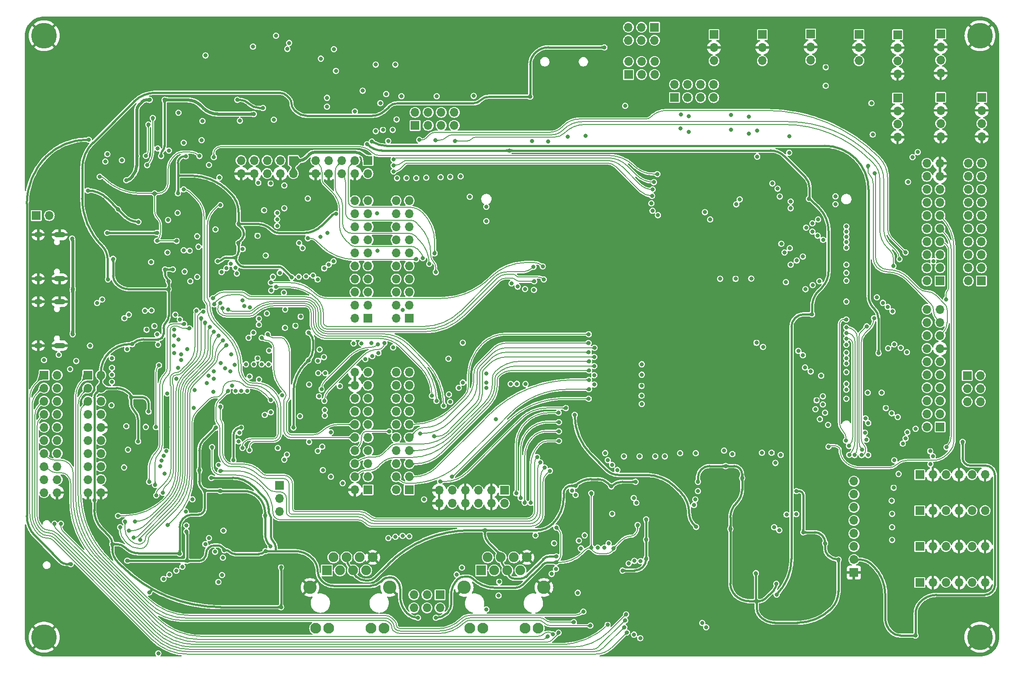
<source format=gbr>
%TF.GenerationSoftware,KiCad,Pcbnew,7.0.1*%
%TF.CreationDate,2023-05-17T15:07:37+08:00*%
%TF.ProjectId,PSVB_EvalBoard,50535642-5f45-4766-916c-426f6172642e,rev?*%
%TF.SameCoordinates,Original*%
%TF.FileFunction,Copper,L2,Inr*%
%TF.FilePolarity,Positive*%
%FSLAX46Y46*%
G04 Gerber Fmt 4.6, Leading zero omitted, Abs format (unit mm)*
G04 Created by KiCad (PCBNEW 7.0.1) date 2023-05-17 15:07:37*
%MOMM*%
%LPD*%
G01*
G04 APERTURE LIST*
%TA.AperFunction,ComponentPad*%
%ADD10R,1.700000X1.700000*%
%TD*%
%TA.AperFunction,ComponentPad*%
%ADD11O,1.700000X1.700000*%
%TD*%
%TA.AperFunction,ComponentPad*%
%ADD12C,5.000000*%
%TD*%
%TA.AperFunction,ComponentPad*%
%ADD13O,2.200000X1.100000*%
%TD*%
%TA.AperFunction,ComponentPad*%
%ADD14O,1.600000X1.100000*%
%TD*%
%TA.AperFunction,ComponentPad*%
%ADD15R,1.900000X1.900000*%
%TD*%
%TA.AperFunction,ComponentPad*%
%ADD16C,1.900000*%
%TD*%
%TA.AperFunction,ComponentPad*%
%ADD17C,2.100000*%
%TD*%
%TA.AperFunction,ComponentPad*%
%ADD18C,2.600000*%
%TD*%
%TA.AperFunction,ViaPad*%
%ADD19C,0.800000*%
%TD*%
%TA.AperFunction,Conductor*%
%ADD20C,0.400000*%
%TD*%
%TA.AperFunction,Conductor*%
%ADD21C,0.177800*%
%TD*%
%TA.AperFunction,Conductor*%
%ADD22C,0.600000*%
%TD*%
%TA.AperFunction,Conductor*%
%ADD23C,0.200000*%
%TD*%
G04 APERTURE END LIST*
D10*
%TO.N,/BTB_PG0*%
%TO.C,J9*%
X125000000Y-122326400D03*
D11*
%TO.N,/BTB_PG1*%
X122460000Y-122326400D03*
%TO.N,/BTB_PG3*%
X125000000Y-119786400D03*
%TO.N,/BTB_PG2*%
X122460000Y-119786400D03*
%TO.N,/BTB_PG4*%
X125000000Y-117246400D03*
%TO.N,/BTB_PB0*%
X122460000Y-117246400D03*
%TO.N,/BTB_PG5*%
X125000000Y-114706400D03*
%TO.N,/BTB_PB1*%
X122460000Y-114706400D03*
%TO.N,/BTB_PE7*%
X125000000Y-112166400D03*
%TO.N,/BTB_PB2*%
X122460000Y-112166400D03*
%TO.N,/BTB_PE8*%
X125000000Y-109626400D03*
%TO.N,/BTB_PG6*%
X122460000Y-109626400D03*
%TO.N,/EXP_PIN3*%
X125000000Y-107086400D03*
%TO.N,/AKINA_ETH_SCS*%
X122460000Y-107086400D03*
%TO.N,/EXP_PIN4*%
X125000000Y-104546400D03*
%TO.N,/AKINA_ETH_SCK*%
X122460000Y-104546400D03*
%TO.N,/EXP_PIN5*%
X125000000Y-102006400D03*
%TO.N,/AKINA_ETH_SDI*%
X122460000Y-102006400D03*
%TO.N,/EXP_PIN6*%
X125000000Y-99466400D03*
%TO.N,/AKINA_ETH_SDO*%
X122460000Y-99466400D03*
%TD*%
D10*
%TO.N,+3V3*%
%TO.C,AKINA_JTAG1*%
X116987400Y-58262600D03*
D11*
X116987400Y-60802600D03*
%TO.N,/AD4*%
X114447400Y-58262600D03*
%TO.N,VSS*%
X114447400Y-60802600D03*
%TO.N,/AD1*%
X111907400Y-58262600D03*
%TO.N,/AKINA_JTDO*%
X111907400Y-60802600D03*
%TO.N,/AD3*%
X109367400Y-58262600D03*
%TO.N,VSS*%
X109367400Y-60802600D03*
%TO.N,/AD0*%
X106827400Y-58262600D03*
%TO.N,VSS*%
X106827400Y-60802600D03*
%TD*%
D12*
%TO.N,VSS*%
%TO.C,T1*%
X54000000Y-34000000D03*
%TD*%
D10*
%TO.N,/CMP2_IP1*%
%TO.C,J22*%
X224282000Y-133350000D03*
D11*
%TO.N,VSS*%
X226822000Y-133350000D03*
%TO.N,/CMP2_IP2*%
X229362000Y-133350000D03*
%TO.N,VSS*%
X231902000Y-133350000D03*
%TO.N,/CMP2_IP3*%
X234442000Y-133350000D03*
%TO.N,VSS*%
X236982000Y-133350000D03*
%TD*%
D10*
%TO.N,Net-(C99-Pad2)*%
%TO.C,J13*%
X233522600Y-100091000D03*
D11*
%TO.N,/TP24*%
X236062600Y-100091000D03*
%TO.N,Net-(C99-Pad2)*%
X233522600Y-102631000D03*
%TO.N,/TP25*%
X236062600Y-102631000D03*
%TO.N,Net-(C99-Pad2)*%
X233522600Y-105171000D03*
%TO.N,Net-(J13-Pad6)*%
X236062600Y-105171000D03*
%TD*%
D10*
%TO.N,/CMP1_IP4*%
%TO.C,J21*%
X224282000Y-126365000D03*
D11*
%TO.N,VSS*%
X226822000Y-126365000D03*
%TO.N,/CMP1_IP5*%
X229362000Y-126365000D03*
%TO.N,VSS*%
X231902000Y-126365000D03*
%TO.N,/CMP1_IN*%
X234442000Y-126365000D03*
%TO.N,Net-(J21-Pad6)*%
X236982000Y-126365000D03*
%TD*%
D10*
%TO.N,/ADC123_IN13*%
%TO.C,J28*%
X99771200Y-121462800D03*
D11*
%TO.N,/TP27*%
X99771200Y-124002800D03*
%TO.N,VSS*%
X99771200Y-126542800D03*
%TD*%
D10*
%TO.N,/AKINA_USART1_TX*%
%TO.C,J29*%
X167655000Y-41559400D03*
D11*
%TO.N,/AKINA_USART1_RX*%
X167655000Y-39019400D03*
%TO.N,/FT_USART2_RX*%
X170195000Y-41559400D03*
%TO.N,/FT_USART2_TX*%
X170195000Y-39019400D03*
%TO.N,/AKINA_USART2_TX*%
X172735000Y-41559400D03*
%TO.N,/AKINA_USART2_RX*%
X172735000Y-39019400D03*
%TD*%
D10*
%TO.N,/BTB_PC1*%
%TO.C,J8*%
X228244400Y-110083600D03*
D11*
%TO.N,/BTB_PE2*%
X225704400Y-110083600D03*
%TO.N,/BTB_PC2*%
X228244400Y-107543600D03*
%TO.N,/BTB_PE3*%
X225704400Y-107543600D03*
%TO.N,/EXP_PIN1*%
X228244400Y-105003600D03*
%TO.N,/BTB_PE4*%
X225704400Y-105003600D03*
%TO.N,/BTB_PC13*%
X228244400Y-102463600D03*
%TO.N,/BTB_PE5*%
X225704400Y-102463600D03*
%TO.N,/BTB_PC14*%
X228244400Y-99923600D03*
%TO.N,/BTB_PE6*%
X225704400Y-99923600D03*
%TO.N,/BTB_PC15*%
X228244400Y-97383600D03*
%TO.N,/AKINA_KEY1*%
X225704400Y-97383600D03*
%TO.N,VSS*%
X228244400Y-94843600D03*
%TO.N,/AKINA_KEY2*%
X225704400Y-94843600D03*
%TO.N,/BTB_PF9*%
X228244400Y-92303600D03*
%TO.N,/AKINA_KEY3*%
X225704400Y-92303600D03*
%TO.N,/BTB_PF10*%
X228244400Y-89763600D03*
%TO.N,/AKINA_KEY4*%
X225704400Y-89763600D03*
%TO.N,/EXP_PIN2*%
X228244400Y-87223600D03*
%TO.N,/BTB_PC0*%
X225704400Y-87223600D03*
%TD*%
D10*
%TO.N,/OPAMP3_IP*%
%TO.C,J26*%
X203073000Y-33655000D03*
D11*
%TO.N,VSS*%
X203073000Y-36195000D03*
%TO.N,/OPAMP3_IN*%
X203073000Y-38735000D03*
%TD*%
D12*
%TO.N,VSS*%
%TO.C,T4*%
X235983200Y-150971600D03*
%TD*%
D13*
%TO.N,VSS*%
%TO.C,USB2*%
X57030000Y-85730000D03*
X57030000Y-94275000D03*
D14*
X52850000Y-85730000D03*
X52850000Y-94275000D03*
%TD*%
D10*
%TO.N,Net-(J14-Pad1)*%
%TO.C,J14*%
X219964000Y-33792000D03*
D11*
%TO.N,VSS*%
X219964000Y-36332000D03*
%TO.N,Net-(J14-Pad3)*%
X219964000Y-38872000D03*
%TO.N,VSS*%
X219964000Y-41412000D03*
%TD*%
D10*
%TO.N,/AKINA_ADC_IN4*%
%TO.C,J12*%
X236270800Y-81686400D03*
D11*
%TO.N,Net-(C99-Pad2)*%
X233730800Y-81686400D03*
%TO.N,/AKINA_ADC_IN5*%
X236270800Y-79146400D03*
%TO.N,Net-(C99-Pad2)*%
X233730800Y-79146400D03*
%TO.N,/AKINA_ADC_IN6*%
X236270800Y-76606400D03*
%TO.N,Net-(C99-Pad2)*%
X233730800Y-76606400D03*
%TO.N,/AKINA_ADC_IN7*%
X236270800Y-74066400D03*
%TO.N,Net-(C99-Pad2)*%
X233730800Y-74066400D03*
%TO.N,/AKINA_ADC_IN8*%
X236270800Y-71526400D03*
%TO.N,Net-(C99-Pad2)*%
X233730800Y-71526400D03*
%TO.N,/AKINA_ADC_IN9*%
X236270800Y-68986400D03*
%TO.N,Net-(C99-Pad2)*%
X233730800Y-68986400D03*
%TO.N,/AKINA_ADC_IN10*%
X236270800Y-66446400D03*
%TO.N,Net-(C99-Pad2)*%
X233730800Y-66446400D03*
%TO.N,/AKINA_ADC_IN11*%
X236270800Y-63906400D03*
%TO.N,Net-(C99-Pad2)*%
X233730800Y-63906400D03*
%TO.N,/AKINA_ADC_IN12*%
X236270800Y-61366400D03*
%TO.N,Net-(C99-Pad2)*%
X233730800Y-61366400D03*
%TO.N,/AKINA_ADC_IN13*%
X236270800Y-58826400D03*
%TO.N,Net-(C99-Pad2)*%
X233730800Y-58826400D03*
%TD*%
D15*
%TO.N,/ETH2_TXP*%
%TO.C,ETH2*%
X109000000Y-138000000D03*
D16*
%TO.N,/ETH2_TXN*%
X110270000Y-135460000D03*
%TO.N,/ETH2_RXP*%
X111540000Y-138000000D03*
%TO.N,+3V3*%
X112810000Y-135460000D03*
X114080000Y-138000000D03*
%TO.N,/ETH2_RXN*%
X115350000Y-135460000D03*
%TO.N,unconnected-(ETH2-P7{slash}NC-Pad7)*%
X116620000Y-138000000D03*
%TO.N,VSS*%
X117890000Y-135460000D03*
D17*
%TO.N,Net-(ETH2-Pad9)*%
X106820000Y-149250000D03*
%TO.N,/STM32_ETH_ELINK*%
X109360000Y-149250000D03*
X117530000Y-149250000D03*
%TO.N,Net-(ETH2-Pad12)*%
X120070000Y-149250000D03*
D18*
%TO.N,VSS*%
X105700000Y-141300000D03*
X121190000Y-141300000D03*
%TD*%
D10*
%TO.N,+3V3*%
%TO.C,ST_JTAG1*%
X102463600Y-58267600D03*
D11*
X102463600Y-60807600D03*
%TO.N,/AD4*%
X99923600Y-58267600D03*
%TO.N,VSS*%
X99923600Y-60807600D03*
%TO.N,/ST_JTDI*%
X97383600Y-58267600D03*
%TO.N,/ST_JTDO*%
X97383600Y-60807600D03*
%TO.N,/AD3*%
X94843600Y-58267600D03*
%TO.N,VSS*%
X94843600Y-60807600D03*
%TO.N,/AD0*%
X92303600Y-58267600D03*
%TO.N,VSS*%
X92303600Y-60807600D03*
%TD*%
D10*
%TO.N,/AKINA_I2C1_SCL*%
%TO.C,J7*%
X228219000Y-81686400D03*
D11*
%TO.N,/AKINA_SCREEN_RST*%
X225679000Y-81686400D03*
%TO.N,/AKINA_I2C1_SDA*%
X228219000Y-79146400D03*
%TO.N,/AKINA_D_C*%
X225679000Y-79146400D03*
%TO.N,/AKINA_SPI1_SCK*%
X228219000Y-76606400D03*
%TO.N,/AKINA_BLK*%
X225679000Y-76606400D03*
%TO.N,/AKINA_SPI1_MISO*%
X228219000Y-74066400D03*
%TO.N,/AKINA_SPI2_SCK*%
X225679000Y-74066400D03*
%TO.N,/AKINA_SPI1_MOSI*%
X228219000Y-71526400D03*
%TO.N,/AKINA_SPI2_MOSI*%
X225679000Y-71526400D03*
%TO.N,/AKINA_SPI1_NSS*%
X228219000Y-68986400D03*
%TO.N,/AKINA_SPI2_NSS*%
X225679000Y-68986400D03*
%TO.N,/AKINA_I2C2_SCL*%
X228219000Y-66446400D03*
%TO.N,/AKINA_LED0*%
X225679000Y-66446400D03*
%TO.N,/AKINA_I2C2_SDA*%
X228219000Y-63906400D03*
%TO.N,/AKINA_LED1*%
X225679000Y-63906400D03*
%TO.N,VSS*%
X228219000Y-61366400D03*
%TO.N,/AKINA_LED2*%
X225679000Y-61366400D03*
%TO.N,VSS*%
X228219000Y-58826400D03*
%TO.N,/AKINA_LED3*%
X225679000Y-58826400D03*
%TD*%
D10*
%TO.N,/OPAMP2_IP*%
%TO.C,J25*%
X193675000Y-33782000D03*
D11*
%TO.N,VSS*%
X193675000Y-36322000D03*
%TO.N,/OPAMP2_IN*%
X193675000Y-38862000D03*
%TD*%
D10*
%TO.N,/AKINA_USART3_TX*%
%TO.C,J30*%
X172705000Y-32354600D03*
D11*
%TO.N,/AKINA_USART3_RX*%
X172705000Y-34894600D03*
%TO.N,/FT_USART2_RX*%
X170165000Y-32354600D03*
%TO.N,/FT_USART2_TX*%
X170165000Y-34894600D03*
%TO.N,/AKINA_USART4_TX*%
X167625000Y-32354600D03*
%TO.N,/AKINA_USART4_RX*%
X167625000Y-34894600D03*
%TD*%
D10*
%TO.N,/CMP1_IP1*%
%TO.C,J20*%
X224282000Y-119380000D03*
D11*
%TO.N,VSS*%
X226822000Y-119380000D03*
%TO.N,/CMP1_IP2*%
X229362000Y-119380000D03*
%TO.N,VSS*%
X231902000Y-119380000D03*
%TO.N,/CMP1_IP3*%
X234442000Y-119380000D03*
%TO.N,VSS*%
X236982000Y-119380000D03*
%TD*%
D10*
%TO.N,Net-(J17-Pad1)*%
%TO.C,J17*%
X219964000Y-46126400D03*
D11*
%TO.N,VSS*%
X219964000Y-48666400D03*
%TO.N,Net-(J17-Pad3)*%
X219964000Y-51206400D03*
%TO.N,VSS*%
X219964000Y-53746400D03*
%TD*%
D10*
%TO.N,VSS*%
%TO.C,SCREEN1*%
X211480400Y-138430000D03*
D11*
%TO.N,+3V3*%
X211480400Y-135890000D03*
%TO.N,/AKINA_SPI2_SCK*%
X211480400Y-133350000D03*
%TO.N,/AKINA_SPI2_MOSI*%
X211480400Y-130810000D03*
%TO.N,Net-(SCREEN1-~{RESET})*%
X211480400Y-128270000D03*
%TO.N,/AKINA_D_C*%
X211480400Y-125730000D03*
%TO.N,/AKINA_SPI2_NSS*%
X211480400Y-123190000D03*
%TO.N,/AKINA_BLK*%
X211480400Y-120650000D03*
%TD*%
D10*
%TO.N,/PE2*%
%TO.C,J3*%
X54000000Y-100000000D03*
D11*
%TO.N,/PF2*%
X56540000Y-100000000D03*
%TO.N,/PE3*%
X54000000Y-102540000D03*
%TO.N,/PF3*%
X56540000Y-102540000D03*
%TO.N,/PE4*%
X54000000Y-105080000D03*
%TO.N,/PF4*%
X56540000Y-105080000D03*
%TO.N,/PE5*%
X54000000Y-107620000D03*
%TO.N,/PF5*%
X56540000Y-107620000D03*
%TO.N,/PE6*%
X54000000Y-110160000D03*
%TO.N,/PF6*%
X56540000Y-110160000D03*
%TO.N,/PC13*%
X54000000Y-112700000D03*
%TO.N,/PF7*%
X56540000Y-112700000D03*
%TO.N,/PC14*%
X54000000Y-115240000D03*
%TO.N,/PF8*%
X56540000Y-115240000D03*
%TO.N,/PC15*%
X54000000Y-117780000D03*
%TO.N,/STM32_USB_ID*%
X56540000Y-117780000D03*
%TO.N,/PF0*%
X54000000Y-120320000D03*
%TO.N,/PF10*%
X56540000Y-120320000D03*
%TO.N,/PF1*%
X54000000Y-122860000D03*
%TO.N,VSS*%
X56540000Y-122860000D03*
%TD*%
D10*
%TO.N,/AKINA_PA10*%
%TO.C,J19*%
X176590800Y-46029800D03*
D11*
%TO.N,/AKINA_OPAMP1_IP*%
X176590800Y-43489800D03*
%TO.N,/AKINA_PA10*%
X179130800Y-46029800D03*
%TO.N,/MCPWM_CH4*%
X179130800Y-43489800D03*
%TO.N,/AKINA_PA9*%
X181670800Y-46029800D03*
%TO.N,/AKINA_OPAMP1_IN*%
X181670800Y-43489800D03*
%TO.N,/AKINA_PA9*%
X184210800Y-46029800D03*
%TO.N,/MCPWM_CH4N*%
X184210800Y-43489800D03*
%TD*%
D10*
%TO.N,/OPAMP4_IP*%
%TO.C,J27*%
X212471000Y-33782000D03*
D11*
%TO.N,VSS*%
X212471000Y-36322000D03*
%TO.N,/OPAMP4_IN*%
X212471000Y-38862000D03*
%TD*%
D10*
%TO.N,Net-(J16-Pad1)*%
%TO.C,J16*%
X228346000Y-45984000D03*
D11*
%TO.N,VSS*%
X228346000Y-48524000D03*
%TO.N,Net-(J16-Pad3)*%
X228346000Y-51064000D03*
%TO.N,VSS*%
X228346000Y-53604000D03*
%TD*%
D10*
%TO.N,/PD8*%
%TO.C,J4*%
X117000000Y-122326400D03*
D11*
%TO.N,VSS*%
X114460000Y-122326400D03*
%TO.N,/PD9*%
X117000000Y-119786400D03*
%TO.N,/PG4*%
X114460000Y-119786400D03*
%TO.N,/PD10*%
X117000000Y-117246400D03*
%TO.N,/PG5*%
X114460000Y-117246400D03*
%TO.N,/PD11*%
X117000000Y-114706400D03*
%TO.N,/PG6*%
X114460000Y-114706400D03*
%TO.N,/PD12*%
X117000000Y-112166400D03*
%TO.N,/PG7*%
X114460000Y-112166400D03*
%TO.N,/PD13*%
X117000000Y-109626400D03*
%TO.N,/STM32_SPI6_NSS*%
X114460000Y-109626400D03*
%TO.N,/PD14*%
X117000000Y-107086400D03*
%TO.N,/PC6*%
X114460000Y-107086400D03*
%TO.N,/PD15*%
X117000000Y-104546400D03*
%TO.N,/PC7*%
X114460000Y-104546400D03*
%TO.N,/PG2*%
X117000000Y-102006400D03*
%TO.N,VSS*%
X114460000Y-102006400D03*
%TO.N,/PG3*%
X117000000Y-99466400D03*
%TO.N,VSS*%
X114460000Y-99466400D03*
%TD*%
D10*
%TO.N,/ST_HALL_CH1*%
%TO.C,J11*%
X143510000Y-122423000D03*
D11*
%TO.N,Net-(J11-Pad2)*%
X143510000Y-124963000D03*
%TO.N,VSS*%
X140970000Y-122423000D03*
X140970000Y-124963000D03*
%TO.N,/ST_HALL_CH2*%
X138430000Y-122423000D03*
%TO.N,Net-(J11-Pad6)*%
X138430000Y-124963000D03*
%TO.N,VSS*%
X135890000Y-122423000D03*
X135890000Y-124963000D03*
%TO.N,/ST_HALL_CH3*%
X133350000Y-122423000D03*
%TO.N,Net-(J11-Pad10)*%
X133350000Y-124963000D03*
%TO.N,VSS*%
X130810000Y-122423000D03*
X130810000Y-124963000D03*
%TD*%
D10*
%TO.N,/BTB_PD8*%
%TO.C,J10*%
X125000000Y-88948000D03*
D11*
%TO.N,/EXP_PIN12*%
X122460000Y-88948000D03*
%TO.N,/BTB_PD9*%
X125000000Y-86408000D03*
%TO.N,/EXP_PIN11*%
X122460000Y-86408000D03*
%TO.N,/BTB_PD10*%
X125000000Y-83868000D03*
%TO.N,/EXP_PIN10*%
X122460000Y-83868000D03*
%TO.N,/BTB_PD11*%
X125000000Y-81328000D03*
%TO.N,/EXP_PIN9*%
X122460000Y-81328000D03*
%TO.N,/BTB_PD12*%
X125000000Y-78788000D03*
%TO.N,/EXP_PIN8*%
X122460000Y-78788000D03*
%TO.N,/BTB_PD13*%
X125000000Y-76248000D03*
%TO.N,/BTB_PC7*%
X122460000Y-76248000D03*
%TO.N,/BTB_PD14*%
X125000000Y-73708000D03*
%TO.N,/BTB_PC6*%
X122460000Y-73708000D03*
%TO.N,/BTB_PD15*%
X125000000Y-71168000D03*
%TO.N,/EXP_PIN7*%
X122460000Y-71168000D03*
%TO.N,/BTB_PD0*%
X125000000Y-68628000D03*
%TO.N,/EXP_PIN13*%
X122460000Y-68628000D03*
%TO.N,/BTB_PD1*%
X125000000Y-66088000D03*
%TO.N,/BTB_PD3*%
X122460000Y-66088000D03*
%TD*%
D15*
%TO.N,/ETH1_TXP*%
%TO.C,ETH1*%
X139000000Y-138000000D03*
D16*
%TO.N,/ETH1_TXN*%
X140270000Y-135460000D03*
%TO.N,/ETH1_RXP*%
X141540000Y-138000000D03*
%TO.N,+3V3*%
X142810000Y-135460000D03*
X144080000Y-138000000D03*
%TO.N,/ETH1_RXN*%
X145350000Y-135460000D03*
%TO.N,unconnected-(ETH1-P7{slash}NC-Pad7)*%
X146620000Y-138000000D03*
%TO.N,VSS*%
X147890000Y-135460000D03*
D17*
%TO.N,Net-(ETH1-Pad9)*%
X136820000Y-149250000D03*
%TO.N,/AKINA_ETH_ELINK*%
X139360000Y-149250000D03*
X147530000Y-149250000D03*
%TO.N,Net-(ETH1-Pad12)*%
X150070000Y-149250000D03*
D18*
%TO.N,VSS*%
X135700000Y-141300000D03*
X151190000Y-141300000D03*
%TD*%
D10*
%TO.N,/PC0*%
%TO.C,J5*%
X62500000Y-100000000D03*
D11*
%TO.N,+3V3*%
X65040000Y-100000000D03*
%TO.N,/PC1*%
X62500000Y-102540000D03*
%TO.N,+3V3*%
X65040000Y-102540000D03*
%TO.N,/PC2*%
X62500000Y-105080000D03*
%TO.N,/PB0*%
X65040000Y-105080000D03*
%TO.N,/PA0*%
X62500000Y-107620000D03*
%TO.N,/PB1*%
X65040000Y-107620000D03*
%TO.N,/PA1*%
X62500000Y-110160000D03*
%TO.N,VSS*%
X65040000Y-110160000D03*
%TO.N,/PA2*%
X62500000Y-112700000D03*
%TO.N,/PG0*%
X65040000Y-112700000D03*
%TO.N,/PA3*%
X62500000Y-115240000D03*
%TO.N,/PG1*%
X65040000Y-115240000D03*
%TO.N,/PA6*%
X62500000Y-117780000D03*
%TO.N,/PE7*%
X65040000Y-117780000D03*
%TO.N,/PA7*%
X62500000Y-120320000D03*
%TO.N,/PE8*%
X65040000Y-120320000D03*
%TO.N,VSS*%
X62500000Y-122860000D03*
X65040000Y-122860000D03*
%TD*%
D12*
%TO.N,VSS*%
%TO.C,T2*%
X54000000Y-151000000D03*
%TD*%
D10*
%TO.N,/OPAMP1_IP*%
%TO.C,J24*%
X184277000Y-33782000D03*
D11*
%TO.N,VSS*%
X184277000Y-36322000D03*
%TO.N,/OPAMP1_IN*%
X184277000Y-38862000D03*
%TD*%
D10*
%TO.N,/PC8*%
%TO.C,J6*%
X117000000Y-88948000D03*
D11*
%TO.N,/PD0*%
X114460000Y-88948000D03*
%TO.N,/PC9*%
X117000000Y-86408000D03*
%TO.N,/PD1*%
X114460000Y-86408000D03*
%TO.N,/PA8*%
X117000000Y-83868000D03*
%TO.N,/PD2*%
X114460000Y-83868000D03*
%TO.N,/PA9*%
X117000000Y-81328000D03*
%TO.N,/PD3*%
X114460000Y-81328000D03*
%TO.N,/PA10*%
X117000000Y-78788000D03*
%TO.N,/PD4*%
X114460000Y-78788000D03*
%TO.N,/PA11*%
X117000000Y-76248000D03*
%TO.N,/PD5*%
X114460000Y-76248000D03*
%TO.N,/PA12*%
X117000000Y-73708000D03*
%TO.N,/PD6*%
X114460000Y-73708000D03*
%TO.N,/PC10*%
X117000000Y-71168000D03*
%TO.N,/PD7*%
X114460000Y-71168000D03*
%TO.N,/PC11*%
X117000000Y-68628000D03*
%TO.N,+3V3*%
X114460000Y-68628000D03*
%TO.N,/PC12*%
X117000000Y-66088000D03*
%TO.N,+3V3*%
X114460000Y-66088000D03*
%TD*%
D10*
%TO.N,/VBUS*%
%TO.C,J2*%
X52471400Y-68986400D03*
D11*
%TO.N,Net-(J2-Pad2)*%
X55011400Y-68986400D03*
%TD*%
D10*
%TO.N,Net-(J18-Pad1)*%
%TO.C,J18*%
X236347000Y-45984000D03*
D11*
%TO.N,VSS*%
X236347000Y-48524000D03*
%TO.N,Net-(J18-Pad3)*%
X236347000Y-51064000D03*
%TO.N,VSS*%
X236347000Y-53604000D03*
%TD*%
D10*
%TO.N,Net-(J15-Pad1)*%
%TO.C,J15*%
X228346000Y-33665000D03*
D11*
%TO.N,VSS*%
X228346000Y-36205000D03*
%TO.N,Net-(J15-Pad3)*%
X228346000Y-38745000D03*
%TO.N,VSS*%
X228346000Y-41285000D03*
%TD*%
D10*
%TO.N,Net-(J1-Pad1)*%
%TO.C,J1*%
X126136400Y-51460400D03*
D11*
%TO.N,+3.3VA*%
X126136400Y-48920400D03*
%TO.N,Net-(J1-Pad1)*%
X128676400Y-51460400D03*
%TO.N,/REF_3V*%
X128676400Y-48920400D03*
%TO.N,Net-(J1-Pad1)*%
X131216400Y-51460400D03*
%TO.N,/REF_2.5V*%
X131216400Y-48920400D03*
%TO.N,Net-(J1-Pad1)*%
X133756400Y-51460400D03*
%TO.N,/REF_1.25V*%
X133756400Y-48920400D03*
%TD*%
D12*
%TO.N,VSS*%
%TO.C,T3*%
X236000000Y-34000000D03*
%TD*%
D10*
%TO.N,/CMP2_IP4*%
%TO.C,J23*%
X224282000Y-140335000D03*
D11*
%TO.N,VSS*%
X226822000Y-140335000D03*
%TO.N,/CMP2_IP5*%
X229362000Y-140335000D03*
%TO.N,VSS*%
X231902000Y-140335000D03*
%TO.N,/CMP2_IN*%
X234442000Y-140335000D03*
%TO.N,VSS*%
X236982000Y-140335000D03*
%TD*%
D10*
%TO.N,/ETH1_TXD*%
%TO.C,J31*%
X130998200Y-142743000D03*
D11*
%TO.N,/ETH1_RXD*%
X130998200Y-145283000D03*
%TO.N,/FT_USART4_RX*%
X128458200Y-142743000D03*
%TO.N,/FT_USART4_TX*%
X128458200Y-145283000D03*
%TO.N,/ETH2_TXD*%
X125918200Y-142743000D03*
%TO.N,/ETH2_RXD*%
X125918200Y-145283000D03*
%TD*%
D13*
%TO.N,VSS*%
%TO.C,USB1*%
X57030000Y-72730000D03*
X57030000Y-81275000D03*
D14*
X52850000Y-72730000D03*
X52850000Y-81275000D03*
%TD*%
D19*
%TO.N,VSS*%
X238760000Y-67945000D03*
X231775000Y-150495000D03*
X89281000Y-148463000D03*
X84988400Y-141782800D03*
X66446400Y-69850000D03*
X179959000Y-82296000D03*
X194106800Y-153416000D03*
X86258400Y-138582400D03*
X203200000Y-153670000D03*
X213614000Y-48387000D03*
X197764400Y-136448800D03*
X152400000Y-48666400D03*
X164795200Y-140093400D03*
X200787000Y-31496000D03*
X238760000Y-74549000D03*
X77978000Y-110134400D03*
X83058000Y-31242000D03*
X59791600Y-48209200D03*
X223012000Y-43815000D03*
X232410000Y-152527000D03*
X52832000Y-90424000D03*
X73101200Y-51866800D03*
X105206800Y-33731200D03*
X145542000Y-31369000D03*
X64516000Y-142189200D03*
X211988400Y-62992000D03*
X207772000Y-153670000D03*
X118110000Y-32816800D03*
X185166000Y-74422000D03*
X221488000Y-123698000D03*
X138074400Y-63042800D03*
X128574800Y-30937200D03*
X93980000Y-32918400D03*
X117729000Y-47244000D03*
X78994000Y-31242000D03*
X187706000Y-69723000D03*
X91821000Y-72390000D03*
X81026000Y-31242000D03*
X132689600Y-41706800D03*
X159359600Y-48666400D03*
X71120000Y-92202000D03*
X66548000Y-126187200D03*
X105410000Y-93470900D03*
X166928800Y-152857200D03*
X51308000Y-148209000D03*
X51435000Y-36957000D03*
X147701000Y-31369000D03*
X155905200Y-48666400D03*
X123393200Y-44348400D03*
X188315600Y-93014800D03*
X61163200Y-92151200D03*
X57785000Y-151257000D03*
X107289600Y-31089600D03*
X60962302Y-71524098D03*
X159054800Y-141020800D03*
X74803000Y-31242000D03*
X162204400Y-121615200D03*
X73406000Y-153162000D03*
X238379000Y-103886000D03*
X119634000Y-71120000D03*
X236093000Y-94107000D03*
X81737200Y-63093600D03*
X121005600Y-32816800D03*
X164973000Y-71755000D03*
X184658000Y-77343000D03*
X52959000Y-147320000D03*
X91389200Y-43281600D03*
X186588400Y-136753600D03*
X214680800Y-95554800D03*
X56769000Y-31242000D03*
X193294000Y-133248400D03*
X237109000Y-147320000D03*
X216027000Y-153797000D03*
X57531000Y-149479000D03*
X163449000Y-31369000D03*
X105410000Y-98806000D03*
X238252000Y-113665000D03*
X87122000Y-31242000D03*
X96469200Y-41351200D03*
X159105600Y-138988800D03*
X59842400Y-52578000D03*
X90424000Y-67056000D03*
X194157600Y-138531600D03*
X191389000Y-31496000D03*
X69748400Y-100228400D03*
X98653503Y-110490000D03*
X61112400Y-82042000D03*
X238760000Y-63500000D03*
X52850000Y-79629000D03*
X52628800Y-38201600D03*
X186182000Y-71501000D03*
X174040800Y-136093200D03*
X238887000Y-148209000D03*
X89154000Y-31242000D03*
X237134400Y-87528400D03*
X137566400Y-39116000D03*
X238252000Y-115951000D03*
X73101200Y-54203600D03*
X213995000Y-153797000D03*
X146608800Y-100126800D03*
X188087000Y-37084000D03*
X238760000Y-71247000D03*
X52628800Y-46329600D03*
X188468000Y-129844800D03*
X89255600Y-121129600D03*
X178816000Y-41783000D03*
X140026481Y-41735919D03*
X85090000Y-63601600D03*
X211937600Y-67106800D03*
X52832000Y-88900000D03*
X146812000Y-47040800D03*
X206883000Y-36830000D03*
X95659962Y-77774800D03*
X175387000Y-79883000D03*
X205613000Y-153670000D03*
X234315000Y-147193000D03*
X149504400Y-101142800D03*
X232918000Y-37084000D03*
X85090000Y-31242000D03*
X206248000Y-66751200D03*
X170180000Y-82296000D03*
X172847000Y-90932000D03*
X170180000Y-79756000D03*
X109118400Y-31089600D03*
X227711000Y-153670000D03*
X194462400Y-117094000D03*
X194564000Y-129387600D03*
X94742000Y-148463000D03*
X65074800Y-38049200D03*
X61620400Y-31546800D03*
X231902000Y-39751000D03*
X56692800Y-126187200D03*
X61163200Y-84937600D03*
X164973000Y-74549000D03*
X88747600Y-78486000D03*
X130556000Y-39166800D03*
X234746800Y-97942400D03*
X158877000Y-31369000D03*
X188087000Y-40005000D03*
X164973000Y-77216000D03*
X223012000Y-45720000D03*
X85979000Y-148590000D03*
X167640000Y-90805000D03*
X164973000Y-82169000D03*
X104394000Y-90424000D03*
X197485000Y-36830000D03*
X151892000Y-31369000D03*
X238760000Y-77851000D03*
X200406000Y-141884400D03*
X231648000Y-33020000D03*
X238633000Y-91059000D03*
X223647000Y-153670000D03*
X122377200Y-41097200D03*
X233553000Y-153924000D03*
X179959000Y-77216000D03*
X189738000Y-127508000D03*
X159969200Y-139954000D03*
X190195200Y-136347200D03*
X229870000Y-151892000D03*
X87528400Y-41351200D03*
X85445200Y-121181641D03*
X69725600Y-106476800D03*
X67818000Y-130657600D03*
X81534000Y-43129200D03*
X149733000Y-31369000D03*
X154305000Y-31369000D03*
X231775000Y-35052000D03*
X162458000Y-69212000D03*
X186309000Y-149606000D03*
X170180000Y-77216000D03*
X68681600Y-78384400D03*
X52832000Y-87376000D03*
X80010000Y-75721953D03*
X64770000Y-31546800D03*
X167640000Y-85598000D03*
X175387000Y-77216000D03*
X76835000Y-31242000D03*
X52850000Y-74440000D03*
X175387000Y-71755000D03*
X164973000Y-79883000D03*
X235204000Y-37846000D03*
X105257600Y-31089600D03*
X237617000Y-37592000D03*
X56642000Y-147955000D03*
X70485000Y-31242000D03*
X72644000Y-31242000D03*
X103886000Y-87249000D03*
X181864000Y-31369000D03*
X232537000Y-31496000D03*
X68199000Y-31242000D03*
X234950000Y-114503200D03*
X156591000Y-31369000D03*
X197485000Y-39497000D03*
X135839200Y-96875600D03*
X204165200Y-132638800D03*
X71018400Y-119532400D03*
X119634000Y-73660000D03*
X84836000Y-32918400D03*
X56388000Y-37084000D03*
X210185000Y-31496000D03*
X56845200Y-141681200D03*
X227076000Y-144780000D03*
X75844400Y-70358000D03*
X159766000Y-71755000D03*
X59537600Y-37185600D03*
X126034800Y-41808400D03*
X179959000Y-74549000D03*
X52850000Y-76327000D03*
X179959000Y-79756000D03*
X238760000Y-81153000D03*
X232537000Y-148590000D03*
X137617200Y-37134800D03*
X52850000Y-77978000D03*
X105460800Y-125272800D03*
X178689000Y-37211000D03*
X170078400Y-133197800D03*
X221234000Y-130175000D03*
X93268800Y-142443200D03*
X231775000Y-144653000D03*
X93980000Y-138531600D03*
X176580800Y-136093200D03*
X179959000Y-71755000D03*
X86106000Y-110236000D03*
X170180000Y-74549000D03*
X54229000Y-37719000D03*
X65379600Y-148844000D03*
X230251000Y-153670000D03*
X222885000Y-31750000D03*
X231902000Y-42418000D03*
X172847000Y-85725000D03*
X52832000Y-91948000D03*
X58623200Y-32918400D03*
X238760000Y-58928000D03*
X159512000Y-121869200D03*
X90424000Y-110236000D03*
X175387000Y-82423000D03*
X217805000Y-153797000D03*
X92456000Y-133756400D03*
X214477600Y-88188800D03*
X238379000Y-106299000D03*
X57150000Y-153162000D03*
X172847000Y-88392000D03*
X225425000Y-147066000D03*
X223139000Y-36703000D03*
X144881600Y-51511200D03*
X170180000Y-71755000D03*
X167640000Y-88265000D03*
X161163000Y-31369000D03*
X114198400Y-47548800D03*
X93421200Y-43281600D03*
X223139000Y-39878000D03*
X175387000Y-74549000D03*
X54864000Y-147193000D03*
%TO.N,+3V3*%
X223469200Y-150672800D03*
X80010000Y-64668400D03*
X100076000Y-137414000D03*
X70002400Y-62128400D03*
X77419200Y-46482000D03*
X96974248Y-127323433D03*
X78232000Y-83312000D03*
X84175600Y-118516400D03*
X67414267Y-77402969D03*
X67259200Y-132873200D03*
X91778216Y-74332923D03*
X97993200Y-133299200D03*
X171094400Y-131978400D03*
X88272821Y-122558101D03*
X171094400Y-128066800D03*
X192430400Y-138531600D03*
X196189600Y-117094000D03*
X87376000Y-110236000D03*
X78205414Y-81788000D03*
X91238802Y-77163198D03*
X102463600Y-110236000D03*
X92290350Y-110236000D03*
X232613200Y-112979200D03*
X157327600Y-121513600D03*
X127914400Y-124206000D03*
X94792800Y-49225200D03*
X205892400Y-132689600D03*
X81534000Y-57454800D03*
X70916800Y-104292400D03*
X76758800Y-57404000D03*
X74422000Y-142290800D03*
X85242400Y-122478800D03*
X71120000Y-93980000D03*
X90830400Y-116535200D03*
X208483200Y-135890000D03*
X192582800Y-143967200D03*
X181152800Y-120751600D03*
X74523600Y-46482000D03*
X80365600Y-134750000D03*
X105410000Y-97130700D03*
X186537600Y-117703600D03*
X105410000Y-91745900D03*
X169011600Y-120751600D03*
X74320400Y-107109200D03*
X164287200Y-121666000D03*
X187452000Y-129895600D03*
X196392800Y-140614400D03*
X87786481Y-77845242D03*
X166471600Y-138023600D03*
X79044800Y-79451200D03*
X153619200Y-135280400D03*
X189738000Y-120015000D03*
X102158400Y-80997600D03*
X200304400Y-122580400D03*
X171094400Y-135737600D03*
X77506000Y-79451200D03*
X110744000Y-68630800D03*
X201625200Y-130582148D03*
X139700000Y-130200400D03*
X100076000Y-145135600D03*
X72288400Y-112928400D03*
X91821000Y-70612000D03*
X63754000Y-124358400D03*
%TO.N,/AD4*%
X135432800Y-101447600D03*
X81330800Y-79857600D03*
X83769200Y-80924400D03*
X77978000Y-76149200D03*
X129946400Y-76301600D03*
%TO.N,/AD1*%
X128879600Y-78384400D03*
X96774000Y-67945000D03*
X100711000Y-67564000D03*
X132740400Y-103784400D03*
%TO.N,/AKINA_JTDO*%
X130149600Y-80010000D03*
X100711000Y-63119000D03*
X132943600Y-105206800D03*
%TO.N,/AD3*%
X99822000Y-80111600D03*
X126339600Y-77470000D03*
X105283000Y-65659000D03*
X74828400Y-78028800D03*
X88087200Y-61569600D03*
X105283000Y-73406000D03*
X132638800Y-96824800D03*
%TO.N,/AD0*%
X127660400Y-77266800D03*
X134620000Y-102463600D03*
X82448400Y-81737200D03*
X98145600Y-83566000D03*
%TO.N,+5V*%
X157175200Y-107746800D03*
X76200000Y-154127200D03*
X180797200Y-129540000D03*
X144729200Y-101725000D03*
%TO.N,/AKINA_I2C2_SCL*%
X223496871Y-110433529D03*
X213715600Y-108407200D03*
%TO.N,/AKINA_I2C2_SDA*%
X221894400Y-111099600D03*
X214274400Y-109321600D03*
%TO.N,/AKINA_KEY_CENTER*%
X216865200Y-103428800D03*
X214172800Y-103428800D03*
%TO.N,/AKINA_SPI1_SCK*%
X226923600Y-77825600D03*
X221792800Y-95554800D03*
X213918800Y-112572800D03*
%TO.N,/AKINA_SPI1_MISO*%
X229412800Y-85293200D03*
X213614000Y-111201200D03*
X220573600Y-94691200D03*
%TO.N,/AKINA_SPI1_MOSI*%
X219303600Y-94030800D03*
X229463600Y-114046000D03*
X214274400Y-115570000D03*
%TO.N,/AKINA_SPI1_NSS*%
X218135200Y-94792800D03*
X206524800Y-113944400D03*
%TO.N,/DUT_VDDA_3.3V_1*%
X216255600Y-95758000D03*
X117744155Y-54577041D03*
%TO.N,/AKINA_USART1_TX*%
X210007200Y-95656400D03*
%TO.N,/AKINA_USART1_RX*%
X210007200Y-94087205D03*
%TO.N,/AKINA_I2C1_SCL*%
X200279000Y-127050800D03*
%TO.N,/AKINA_I2C1_SDA*%
X198374000Y-127152400D03*
%TO.N,/AKINA_SCREEN_RST*%
X210007200Y-92913200D03*
X210515200Y-113792000D03*
%TO.N,/AKINA_D_C*%
X210566000Y-115519200D03*
X210033968Y-91846400D03*
%TO.N,/AKINA_BLK*%
X210007200Y-90728800D03*
X211582000Y-115570000D03*
%TO.N,/AKINA_SPI2_SCK*%
X213055200Y-114503200D03*
X213969600Y-90525000D03*
%TO.N,/AKINA_SPI2_MOSI*%
X210007200Y-89204800D03*
X209937288Y-112756888D03*
%TO.N,/AKINA_SPI2_NSS*%
X213004400Y-115570000D03*
X215392000Y-88950800D03*
%TO.N,/DUT_+3.3V_1*%
X196443600Y-142697200D03*
X202742800Y-65735200D03*
X96570800Y-48056800D03*
X144475200Y-56337200D03*
X116789200Y-55118000D03*
X91592400Y-46482000D03*
X203352400Y-88188800D03*
%TO.N,/AKINA_ADC_IN4*%
X218998800Y-87630000D03*
%TO.N,/AKINA_ADC_IN5*%
X218084400Y-86766400D03*
%TO.N,/AKINA_ADC_IN6*%
X217119200Y-85953600D03*
%TO.N,/AKINA_ADC_IN7*%
X215950800Y-84886800D03*
%TO.N,/BTB_PF9*%
X215493600Y-60756800D03*
%TO.N,/BTB_PF10*%
X214223600Y-59334400D03*
%TO.N,/AKINA_LED0*%
X148894800Y-54457600D03*
X210007200Y-75234800D03*
%TO.N,/AKINA_LED1*%
X151993600Y-54610000D03*
X210007200Y-74151503D03*
%TO.N,/AKINA_LED2*%
X210007200Y-73152000D03*
X155854400Y-53644800D03*
%TO.N,/AKINA_LED3*%
X159258000Y-53492400D03*
X210007200Y-72136000D03*
%TO.N,/AKINA_HALL_CH1*%
X169164000Y-124866400D03*
X199186800Y-67564000D03*
X157378400Y-123342400D03*
X180390800Y-125272800D03*
X191516000Y-81229200D03*
X210007200Y-71120000D03*
%TO.N,/AKINA_HALL_CH2*%
X188468000Y-81280000D03*
X156667200Y-122478800D03*
X180644800Y-124206000D03*
X207873600Y-66751200D03*
X199186800Y-66243200D03*
X168656000Y-123901200D03*
%TO.N,/AKINA_HALL_CH3*%
X185470800Y-81280000D03*
X207894642Y-65248242D03*
X197053200Y-65278000D03*
X181152800Y-122580400D03*
%TO.N,/BTB_PE2*%
X205892400Y-107340400D03*
%TO.N,/BTB_PE3*%
X204012800Y-106623790D03*
%TO.N,/BTB_PE4*%
X205435200Y-105714800D03*
%TO.N,/BTB_PE5*%
X204216000Y-104902000D03*
%TO.N,/BTB_PE6*%
X205435200Y-104140000D03*
%TO.N,/AKINA_KEY1*%
X210007200Y-104597200D03*
%TO.N,/AKINA_KEY2*%
X209991618Y-102834782D03*
%TO.N,/AKINA_KEY3*%
X210007200Y-101701600D03*
%TO.N,/AKINA_KEY4*%
X210007200Y-99415600D03*
%TO.N,/BTB_PC0*%
X205130400Y-100126800D03*
%TO.N,/BTB_PC1*%
X203098400Y-99314000D03*
%TO.N,/BTB_PC2*%
X201980800Y-98525000D03*
%TO.N,/EXP_PIN1*%
X210007200Y-97739200D03*
%TO.N,/BTB_PC13*%
X210007200Y-96723200D03*
%TO.N,/BTB_PC14*%
X201574400Y-96125000D03*
%TO.N,/BTB_PC15*%
X200660000Y-95325117D03*
%TO.N,/AKINA_USART3_TX*%
X193802000Y-94525000D03*
X189280800Y-65836800D03*
%TO.N,/AKINA_USART3_RX*%
X192533000Y-93725000D03*
X188620400Y-66802000D03*
%TO.N,/AKINA_USART4_TX*%
X182524400Y-68326000D03*
%TO.N,/AKINA_USART4_RX*%
X183540400Y-69748400D03*
%TO.N,/EXP_PIN2*%
X210007200Y-85699600D03*
%TO.N,/AKINA_CMP1_IP1*%
X198272400Y-81940400D03*
X226364800Y-117348000D03*
%TO.N,/AKINA_CMP1_IP2*%
X202082400Y-83312000D03*
X226822000Y-115773200D03*
%TO.N,/AKINA_CMP1_IP3*%
X203454000Y-82499200D03*
X226314000Y-114808000D03*
%TO.N,/AKINA_CMP1{slash}2_REF*%
X219354400Y-116586000D03*
X204774800Y-81737200D03*
%TO.N,/AKINA_CMP1_IP4*%
X210007200Y-81635600D03*
X217678000Y-106426000D03*
%TO.N,/AKINA_CMP1_IP5*%
X210007200Y-80111600D03*
X218846400Y-107442000D03*
%TO.N,/AKINA_CMP1_IN*%
X210007200Y-78536800D03*
X220014800Y-108153200D03*
%TO.N,/AKINA_CMP2_IP1*%
X218846400Y-124460000D03*
X199186800Y-78536800D03*
%TO.N,/AKINA_CMP2_IP2*%
X200355200Y-77724000D03*
X219202000Y-121920000D03*
%TO.N,/AKINA_CMP2_IP3*%
X201574400Y-76962000D03*
X220167200Y-119227600D03*
%TO.N,/AKINA_CMP2_IP4*%
X218897200Y-132080000D03*
X197967600Y-76149200D03*
%TO.N,/AKINA_CMP2_IP5*%
X218897200Y-129590800D03*
X199034400Y-75336400D03*
%TO.N,/AKINA_CMP2_IN*%
X197358000Y-74472800D03*
X218897200Y-127000000D03*
%TO.N,/AKINA_ADC_IN8*%
X205486000Y-73710800D03*
%TO.N,/AKINA_ADC_IN9*%
X204419200Y-72898000D03*
%TO.N,/AKINA_ADC_IN13*%
X203403200Y-72085200D03*
%TO.N,/AKINA_ADC_IN12*%
X202184000Y-71323200D03*
%TO.N,/AKINA_ADC_IN10*%
X203403200Y-70510400D03*
%TO.N,/AKINA_ADC_IN11*%
X204520800Y-69748400D03*
%TO.N,/BTB_PG0*%
X155448000Y-106426000D03*
X131013200Y-120700800D03*
%TO.N,/BTB_PG1*%
X133299200Y-119735600D03*
X159918400Y-104597200D03*
%TO.N,/BTB_PG2*%
X159969200Y-102768400D03*
%TO.N,/BTB_PG3*%
X159969200Y-100939600D03*
%TO.N,/BTB_PG4*%
X159969200Y-99117020D03*
%TO.N,/BTB_PG5*%
X159969200Y-97332800D03*
%TO.N,/BTB_PG6*%
X129794000Y-111912400D03*
X159918400Y-95554800D03*
%TO.N,/BTB_PE7*%
X159867600Y-93776800D03*
%TO.N,/BTB_PE8*%
X159918400Y-92049600D03*
%TO.N,/EXP_PIN3*%
X149261851Y-83425051D03*
%TO.N,/EXP_PIN4*%
X147523200Y-83261200D03*
%TO.N,/EXP_PIN5*%
X146100800Y-82804000D03*
%TO.N,/EXP_PIN6*%
X144881600Y-82194400D03*
%TO.N,/MCPWM_CH1*%
X192684400Y-52476400D03*
X192684400Y-57505600D03*
%TO.N,/MCPWM_CH1N*%
X198882000Y-56743600D03*
X198882000Y-53543200D03*
%TO.N,/AKINA_OPAMP3_IN*%
X191008000Y-49784000D03*
X191008000Y-53035200D03*
%TO.N,/AKINA_OPAMP3_IP*%
X187553600Y-49428400D03*
X187553600Y-52273200D03*
%TO.N,/AKINA_OPAMP2_IN*%
X179374800Y-49631600D03*
X179374800Y-52730400D03*
%TO.N,/AKINA_OPAMP2_IP*%
X177808537Y-49298400D03*
X177749200Y-52019200D03*
%TO.N,/AKINA_OPAMP4_IP*%
X205994000Y-43738800D03*
X205994000Y-40132000D03*
%TO.N,/MC_BKIN_1*%
X166979600Y-47650400D03*
X223875600Y-56642000D03*
%TO.N,/AKINA_LED4*%
X141833600Y-108559600D03*
X169976800Y-136194800D03*
%TO.N,/AKINA_LED5*%
X168808400Y-136144000D03*
X140000498Y-102514400D03*
%TO.N,/AKINA_LED6*%
X140001133Y-101447431D03*
X167690800Y-136652000D03*
%TO.N,/AKINA_LED7*%
X140004800Y-99720400D03*
X164490400Y-127000000D03*
X157784800Y-142341600D03*
X163779200Y-132740400D03*
%TO.N,/DUT_VBAT*%
X162966400Y-36271200D03*
X66406646Y-81381600D03*
X140004800Y-70053200D03*
X140004800Y-67259200D03*
X148539200Y-45872400D03*
%TO.N,/EXP_PIN7*%
X135432800Y-93725000D03*
X123748800Y-87376000D03*
%TO.N,/AKINA_ETH_SCS*%
X142494000Y-140208000D03*
X157988000Y-132181600D03*
X135229600Y-137464800D03*
%TO.N,/AKINA_ETH_SCK*%
X134213600Y-138785600D03*
X153162000Y-132693320D03*
X142392400Y-142900400D03*
%TO.N,/AKINA_ETH_SDI*%
X152704800Y-138684000D03*
%TO.N,/AKINA_ETH_SDO*%
X153517600Y-137718800D03*
%TO.N,/BTB_PC6*%
X109728000Y-111099600D03*
%TO.N,/BTB_PC7*%
X108508400Y-105003600D03*
X120172161Y-93806275D03*
%TO.N,/BTB_PD8*%
X121869200Y-94625766D03*
%TO.N,/BTB_PD9*%
X108204000Y-118516400D03*
%TO.N,/BTB_PD10*%
X112064800Y-121005600D03*
%TO.N,/BTB_PD11*%
X117602000Y-93776800D03*
%TO.N,/BTB_PD12*%
X115722400Y-93827600D03*
%TO.N,/BTB_PD13*%
X114198400Y-93827600D03*
%TO.N,/BTB_PD14*%
X108559600Y-107899200D03*
%TO.N,/BTB_PD15*%
X118872000Y-94030800D03*
X107949600Y-102790800D03*
%TO.N,/BTB_PD0*%
X128320800Y-61620400D03*
%TO.N,/BTB_PD1*%
X126390400Y-61671200D03*
%TO.N,/BTB_PD3*%
X124460000Y-61671200D03*
%TO.N,/AKINA_OPA_OUT*%
X103733600Y-108000800D03*
X136753600Y-65328800D03*
%TO.N,+1V8*%
X153619200Y-129692400D03*
X81688496Y-130456496D03*
X97028000Y-134264400D03*
X62687200Y-54222294D03*
X126695200Y-147218400D03*
X59182000Y-136753600D03*
X89052400Y-134061200D03*
X169418000Y-129184400D03*
X160426400Y-122986800D03*
X160426400Y-133553200D03*
X153568400Y-136448800D03*
X164693600Y-133705600D03*
X70180200Y-136118600D03*
X86512400Y-119989600D03*
X81788000Y-136144000D03*
X130200400Y-147218400D03*
%TO.N,+3.3VA*%
X130352800Y-45770800D03*
X137515600Y-45720000D03*
X123494800Y-45770800D03*
%TO.N,/ADC12_IN15*%
X84632800Y-54305200D03*
X79959200Y-68478400D03*
X74879200Y-87426800D03*
X86004400Y-100126800D03*
%TO.N,/ADC12_IN14*%
X83250000Y-102938301D03*
X78079600Y-69850000D03*
X84785200Y-50596800D03*
X73609200Y-87477600D03*
%TO.N,/AIN2-*%
X94640400Y-36118800D03*
X92049600Y-50546000D03*
X101295200Y-36576000D03*
X115925600Y-44704000D03*
X110744000Y-40843200D03*
%TO.N,/AIN1+*%
X109016800Y-46075600D03*
X107797600Y-38455600D03*
%TO.N,/AIN1-*%
X110337600Y-36617468D03*
X109016800Y-47802800D03*
%TO.N,/USB_PWR_IN*%
X59436000Y-73456800D03*
X59537600Y-92049600D03*
X59588400Y-83362800D03*
%TO.N,Net-(U10-VPHY)*%
X68376800Y-67767200D03*
X72339200Y-70205600D03*
X68376800Y-67767200D03*
X62484000Y-64109600D03*
%TO.N,Net-(U10-VPLL)*%
X66243200Y-72339200D03*
X75946000Y-72339200D03*
%TO.N,/VCORE*%
X84225300Y-57404000D03*
X64820800Y-61417200D03*
X79756000Y-73914000D03*
X75488800Y-64668400D03*
X75946000Y-73863200D03*
%TO.N,Net-(U12-NRST)*%
X76352400Y-98094800D03*
X75742800Y-110134400D03*
%TO.N,/ETH1_TXP*%
X161645600Y-133553200D03*
%TO.N,/ETH1_TXN*%
X162915600Y-133553200D03*
%TO.N,/ETH1_RXP*%
X158398308Y-133705600D03*
%TO.N,/ETH1_RXN*%
X149555200Y-131167622D03*
X159105600Y-131165600D03*
%TO.N,/AKINA_ETH_ELINK*%
X140004800Y-145592800D03*
%TO.N,/ETH2_RXN*%
X87274400Y-134366000D03*
%TO.N,/ETH2_RXP*%
X87884000Y-140258800D03*
%TO.N,/ETH2_TXN*%
X88747600Y-135534400D03*
%TO.N,/ETH2_TXP*%
X88595200Y-138887200D03*
%TO.N,/STM32_ETH_ELINK*%
X81686400Y-129235200D03*
%TO.N,Net-(J1-Pad1)*%
X114452400Y-48717200D03*
%TO.N,/PE2*%
X197256400Y-115519200D03*
X167335200Y-150063200D03*
%TO.N,/PF2*%
X219151200Y-78790800D03*
X75438000Y-90474800D03*
X60248800Y-97282000D03*
X133858000Y-54457600D03*
%TO.N,/PE3*%
X166827200Y-149047200D03*
X195478400Y-115112800D03*
%TO.N,/PF3*%
X73914000Y-91186000D03*
X196646800Y-63754000D03*
X173380400Y-68916934D03*
X221996000Y-62433200D03*
X74269600Y-51257200D03*
X59063638Y-98840974D03*
X73812400Y-57353200D03*
%TO.N,/PE4*%
X193598800Y-115112800D03*
X166979600Y-147726400D03*
%TO.N,/PF4*%
X195630800Y-62738000D03*
X75133200Y-49987200D03*
X75996800Y-92061600D03*
X222859600Y-57607200D03*
X74015600Y-59182000D03*
X172304954Y-68065059D03*
%TO.N,/PE5*%
X187858400Y-115366800D03*
X167182800Y-146558000D03*
%TO.N,/PF5*%
X173261368Y-60909200D03*
X79248000Y-92354400D03*
X67208400Y-96723200D03*
X87020400Y-57607200D03*
%TO.N,/PE6*%
X56845200Y-96062800D03*
X70459600Y-88239600D03*
X163576000Y-148590000D03*
X186232800Y-114706400D03*
X56032400Y-128930400D03*
%TO.N,/PF6*%
X172567600Y-62483169D03*
X69138800Y-58216800D03*
X81127600Y-54813200D03*
X121970800Y-58064400D03*
%TO.N,/PC13*%
X172872400Y-115824000D03*
X57251600Y-128930400D03*
X54000400Y-97078800D03*
X69596000Y-88950800D03*
X154025600Y-150114000D03*
%TO.N,/PF7*%
X172212000Y-65152372D03*
X78282800Y-56337200D03*
X65887600Y-58470800D03*
X121970800Y-60401200D03*
%TO.N,/PC14*%
X152908000Y-150418800D03*
X169824400Y-115824000D03*
%TO.N,/PF8*%
X172313600Y-63908095D03*
X121970800Y-59232800D03*
X76098400Y-55930800D03*
X66294000Y-57048400D03*
%TO.N,/PC15*%
X166776400Y-115824000D03*
X151892000Y-150848000D03*
%TO.N,/PF0*%
X126949200Y-54254400D03*
X221538800Y-76149200D03*
%TO.N,/PF10*%
X98653600Y-50342800D03*
X86055200Y-59131200D03*
X172110400Y-66609872D03*
X70137439Y-94978639D03*
%TO.N,/PF1*%
X79298800Y-91186000D03*
X220319600Y-77470000D03*
X130048000Y-54356000D03*
X62915800Y-94310200D03*
%TO.N,/PG3*%
X97739200Y-95250000D03*
X160985200Y-100025200D03*
X145948400Y-101701600D03*
%TO.N,/PD9*%
X96316800Y-97891600D03*
X107238800Y-114757200D03*
%TO.N,/PG4*%
X160985200Y-98247200D03*
X109778800Y-119786400D03*
X105511600Y-101854000D03*
X107588811Y-95061600D03*
%TO.N,/PD10*%
X108102400Y-113944400D03*
X97637600Y-97891600D03*
%TO.N,/PG5*%
X94792800Y-97891600D03*
X160985200Y-96469200D03*
%TO.N,/PD11*%
X108686600Y-99605500D03*
X119024400Y-95707200D03*
%TO.N,/PG6*%
X93268800Y-97891600D03*
X127101600Y-111353600D03*
X105511600Y-113030000D03*
X121107200Y-110947200D03*
X161036000Y-94691200D03*
%TO.N,/PD12*%
X107289600Y-99618800D03*
X117805200Y-96316800D03*
%TO.N,/PG7*%
X120904000Y-54483000D03*
X104952800Y-80822800D03*
X96316400Y-92783200D03*
%TO.N,/PD13*%
X116484400Y-96875600D03*
X108407200Y-96520000D03*
%TO.N,/STM32_SPI6_NSS*%
X118491000Y-39624000D03*
X103530400Y-80873600D03*
X120523000Y-45339000D03*
X122526211Y-50292000D03*
X97484800Y-92072000D03*
%TO.N,/PD14*%
X95504000Y-96774000D03*
X108559600Y-106781600D03*
%TO.N,/PC6*%
X93776400Y-92732400D03*
%TO.N,/PD15*%
X107264200Y-97205800D03*
X111506000Y-102158800D03*
%TO.N,/PC7*%
X107442000Y-104140000D03*
X94690800Y-91767200D03*
%TO.N,/PG2*%
X160985200Y-101854000D03*
X147624800Y-101752400D03*
%TO.N,/PC0*%
X180746400Y-115214400D03*
X80619600Y-95961200D03*
X160223200Y-148742400D03*
X67208400Y-98602800D03*
%TO.N,/PC1*%
X80619600Y-97078800D03*
X157022800Y-148054000D03*
X177698400Y-115214400D03*
X67208400Y-99923600D03*
%TO.N,/PC2*%
X174701200Y-115824000D03*
X80010000Y-98561600D03*
X158846040Y-146020399D03*
X67208400Y-101346000D03*
%TO.N,/PB0*%
X85619227Y-101570427D03*
X100685600Y-116433600D03*
%TO.N,/PA0*%
X79684385Y-100698255D03*
X148640800Y-124866400D03*
X154113665Y-112813265D03*
X77216000Y-139649200D03*
%TO.N,/PB1*%
X86969600Y-100736400D03*
X101193600Y-115489674D03*
X83092644Y-106375200D03*
%TO.N,/PA1*%
X67106800Y-105867200D03*
X77927200Y-103581200D03*
X154113665Y-110933665D03*
X147472400Y-124815600D03*
X78333600Y-138836400D03*
%TO.N,/PA2*%
X154113665Y-109155665D03*
X79705200Y-138074400D03*
X70002400Y-109931200D03*
X146659600Y-123901200D03*
%TO.N,/PG0*%
X149859600Y-115948000D03*
X88290400Y-106121200D03*
%TO.N,/PA3*%
X145796000Y-122986800D03*
X154062865Y-107326865D03*
X80873600Y-137261600D03*
X73761600Y-110083600D03*
%TO.N,/PG1*%
X150520000Y-117014800D03*
X89750000Y-103124000D03*
%TO.N,/PA6*%
X70307200Y-114503200D03*
%TO.N,/PE7*%
X88290000Y-118640400D03*
X91795200Y-112900000D03*
X151332800Y-117980000D03*
X91241012Y-103128212D03*
%TO.N,/PA7*%
X69545200Y-117957600D03*
%TO.N,/PE8*%
X152356150Y-118628686D03*
X86664400Y-113995200D03*
%TO.N,/PC8*%
X95758000Y-90220800D03*
X89408000Y-94234000D03*
X68783200Y-129590800D03*
%TO.N,/PD0*%
X93980000Y-86868000D03*
X109093000Y-72390000D03*
X107188000Y-81407000D03*
%TO.N,/PC9*%
X95758000Y-89001600D03*
X69748400Y-128473200D03*
X88747600Y-93268800D03*
%TO.N,/PD1*%
X107696000Y-73152000D03*
X106299000Y-80645000D03*
X92887800Y-86537800D03*
%TO.N,/PA8*%
X97332800Y-88036400D03*
%TO.N,/PD2*%
X92608400Y-85496400D03*
X85293200Y-89814400D03*
X100634800Y-83972400D03*
X71628000Y-128473200D03*
%TO.N,/PA9*%
X100838000Y-90805000D03*
%TO.N,/PD3*%
X122631200Y-61722000D03*
X118770400Y-68580000D03*
X68376800Y-127373200D03*
X118821200Y-75793600D03*
X84531200Y-88950800D03*
%TO.N,/PA10*%
X102870000Y-90424000D03*
%TO.N,/PA11*%
X103886000Y-88646000D03*
%TO.N,/PD5*%
X134975600Y-61366400D03*
%TO.N,/PA12*%
X100888800Y-87223600D03*
%TO.N,/PD6*%
X91490800Y-80264000D03*
X132994400Y-61468000D03*
X104241600Y-75285600D03*
%TO.N,/PC10*%
X72644000Y-132080000D03*
X87934800Y-92354400D03*
X108458000Y-79248000D03*
%TO.N,/PD7*%
X91186000Y-79146400D03*
X131114800Y-61518800D03*
X103581200Y-74320400D03*
%TO.N,/PC11*%
X87020400Y-91541600D03*
X71374000Y-131622800D03*
X109321600Y-78536800D03*
%TO.N,/PC12*%
X110284461Y-77878702D03*
X86258400Y-90678000D03*
X70510400Y-130302000D03*
%TO.N,/MCPWM_CH4*%
X214884000Y-47142400D03*
%TO.N,/MCPWM_CH4N*%
X215138000Y-53238400D03*
%TO.N,/ADC123_IN13*%
X99466400Y-114198400D03*
X87020400Y-99263200D03*
%TO.N,/FT_USART2_RX*%
X82296000Y-75819000D03*
X99314000Y-69723000D03*
%TO.N,/FT_USART2_TX*%
X81153000Y-75721953D03*
X99314000Y-68453000D03*
%TO.N,/FT_USART4_RX*%
X81127600Y-63906400D03*
X92557200Y-114170000D03*
%TO.N,/FT_USART4_TX*%
X88239600Y-66954400D03*
X93928800Y-114576400D03*
%TO.N,/ETH2_TXD*%
X85344000Y-132892800D03*
%TO.N,/ETH2_RXD*%
X86055200Y-131724400D03*
%TO.N,/INA240_Output1*%
X101650800Y-35407600D03*
X99076474Y-34003866D03*
X85394800Y-37846000D03*
X80111600Y-48971200D03*
%TO.N,/STM32_BOOT0*%
X91948000Y-111252000D03*
X90525600Y-102108000D03*
%TO.N,/STM32_DAC_OUT1*%
X196951600Y-130200400D03*
X81534000Y-126566468D03*
X220980000Y-113334800D03*
X182727600Y-149047200D03*
X206451200Y-109677200D03*
X169926000Y-151180800D03*
%TO.N,/STM32_USB_DM*%
X65278000Y-85293200D03*
X91084400Y-97993200D03*
%TO.N,/STM32_USB_DP*%
X90340887Y-96012000D03*
X64312800Y-86004400D03*
%TO.N,/PB9*%
X81229200Y-90068400D03*
X74422000Y-120751600D03*
%TO.N,/PB8*%
X82245200Y-90932000D03*
X75590400Y-121361200D03*
%TO.N,/PB7*%
X83616800Y-87477600D03*
X75793600Y-123393200D03*
%TO.N,/PB6*%
X84963000Y-87652442D03*
X77114400Y-122885200D03*
%TO.N,/STM32_BEEP*%
X78028800Y-129184400D03*
X98094800Y-104851200D03*
%TO.N,/PF11*%
X170230800Y-105613200D03*
X86918800Y-103276400D03*
%TO.N,/PF12*%
X170180000Y-104038400D03*
X88887166Y-130251200D03*
%TO.N,/PF13*%
X88341200Y-97637600D03*
X170180000Y-102108000D03*
%TO.N,/PF14*%
X89154000Y-98653600D03*
X170230800Y-99923600D03*
%TO.N,/PF15*%
X170230800Y-97891600D03*
X90220800Y-99314000D03*
%TO.N,/PG9*%
X131724400Y-105968800D03*
X89763600Y-87223600D03*
%TO.N,/PG10*%
X88646000Y-87020400D03*
X130302000Y-105054400D03*
%TO.N,/PG11*%
X129438400Y-104038400D03*
X88239600Y-86004400D03*
%TO.N,/PG15*%
X86816800Y-85087819D03*
X151180400Y-81404000D03*
%TO.N,/PB5*%
X87071200Y-86207600D03*
X149300800Y-81759600D03*
%TO.N,/PE10*%
X120954800Y-131724400D03*
X92329000Y-103047800D03*
X163118800Y-115163600D03*
%TO.N,/PE12*%
X93472000Y-103073200D03*
X163626800Y-116535200D03*
X122326400Y-131470400D03*
%TO.N,/PE14*%
X123698000Y-131267200D03*
X164439600Y-117500400D03*
X96926400Y-107746800D03*
%TO.N,/PE15*%
X165455600Y-118465600D03*
X125018800Y-131368800D03*
X98094800Y-107238800D03*
%TO.N,/PE0*%
X149179831Y-78946231D03*
X99059600Y-82826400D03*
X80416400Y-89204800D03*
%TO.N,/PE1*%
X150966200Y-78853000D03*
X79502000Y-88239600D03*
X98094400Y-82013600D03*
%TO.N,/ST_JTDI*%
X95656400Y-62585600D03*
X97108318Y-76737518D03*
X98501200Y-80873600D03*
X98044000Y-62738000D03*
%TO.N,/ST_JTDO*%
X92620500Y-75502100D03*
X95504000Y-72908123D03*
%TO.N,/AD2*%
X99314000Y-70993000D03*
X84023200Y-75031600D03*
%TO.N,/STM32_SPI6_SCK*%
X119888000Y-52324000D03*
X119380000Y-47117000D03*
X89427713Y-79218429D03*
X122301000Y-39624000D03*
%TO.N,/STM32_SPI6_MISO*%
X90271600Y-78333600D03*
X121793000Y-52324000D03*
%TO.N,/STM32_SPI6_MOSI*%
X118491000Y-52578000D03*
X88491009Y-79959200D03*
%TO.N,/FT_USART3_TX*%
X83769200Y-72999600D03*
X95772282Y-100854397D03*
%TO.N,/FT_USART3_RX*%
X87325200Y-71678800D03*
X93976912Y-100298865D03*
%TO.N,/STM32_ETH_SCS*%
X77724000Y-114808000D03*
X80162400Y-93118465D03*
%TO.N,/STM32_ETH_SCK*%
X79208672Y-94274172D03*
X77216000Y-115671600D03*
%TO.N,/STM32_ETH_SDI*%
X81838800Y-94996000D03*
X76149200Y-94081600D03*
X76809600Y-116636800D03*
%TO.N,/STM32_ETH_SDO*%
X79298800Y-95758000D03*
X76555600Y-117703600D03*
%TO.N,/STM32_DAC_OUT2*%
X195986400Y-129590800D03*
X181965600Y-148234400D03*
X221538800Y-112318800D03*
X168706800Y-150469600D03*
X82869989Y-124190811D03*
X204876400Y-108559600D03*
%TO.N,/STM32_USB_ID*%
X100278800Y-103959200D03*
X77419200Y-119176800D03*
X87934800Y-117500400D03*
%TD*%
D20*
%TO.N,+3V3*%
X91946724Y-70915524D02*
X92353076Y-71321876D01*
X99718883Y-72390000D02*
X104479664Y-72390000D01*
X70916800Y-104292400D02*
X70916800Y-105462296D01*
X157327600Y-121513600D02*
X156558641Y-121513600D01*
X106273600Y-93284299D02*
X106273600Y-95045786D01*
X71120000Y-93980000D02*
X70696787Y-93980000D01*
X189738000Y-120015000D02*
X189738000Y-122219075D01*
X166494756Y-120751600D02*
X169011600Y-120751600D01*
X155041600Y-123030641D02*
X155041600Y-123851276D01*
X192582800Y-143967200D02*
X192582800Y-145298202D01*
X149770107Y-130200400D02*
X139700000Y-130200400D01*
X85242400Y-125882400D02*
X85242400Y-122478800D01*
X89509327Y-77163198D02*
X91238802Y-77163198D01*
X145391875Y-139598400D02*
X146710400Y-139598400D01*
X67414267Y-77402969D02*
X67413986Y-77403250D01*
X200772167Y-122580400D02*
X200304400Y-122580400D01*
X114080000Y-138378611D02*
X114080000Y-138000000D01*
X91778216Y-74183006D02*
X91778216Y-74332923D01*
D21*
X102463600Y-58267600D02*
X102463600Y-57593378D01*
D20*
X143708026Y-137628025D02*
X144080000Y-138000000D01*
X238912400Y-119581704D02*
X238912400Y-140810714D01*
X148183600Y-138684000D02*
X151048384Y-135819216D01*
X68276414Y-136320419D02*
X69138400Y-137182400D01*
X102158400Y-80997600D02*
X100509157Y-79348357D01*
X91821000Y-70612000D02*
X95426433Y-70612000D01*
X206400400Y-134975600D02*
X206488616Y-135063816D01*
X104800400Y-97739200D02*
X105408122Y-97131478D01*
D22*
X102463600Y-58267600D02*
X103740333Y-58267600D01*
D20*
X91744528Y-78384128D02*
X91980311Y-78619911D01*
X114719377Y-139204977D02*
X114479940Y-138965540D01*
X82600800Y-61214000D02*
X80010000Y-61214000D01*
X70916800Y-104292400D02*
X73078400Y-104292400D01*
X187452000Y-129895600D02*
X187452000Y-140519402D01*
X74422000Y-142290800D02*
X74777281Y-141935519D01*
X88272821Y-122558101D02*
X88193520Y-122478800D01*
X107975709Y-70941891D02*
X109963511Y-68954089D01*
X113708026Y-137628025D02*
X114080000Y-138000000D01*
X139700000Y-130200400D02*
X136847466Y-130200400D01*
X90830400Y-116535200D02*
X90830400Y-116484400D01*
X181152800Y-119958346D02*
X181152800Y-120751600D01*
X78232000Y-82042000D02*
X78232000Y-83312000D01*
X84175600Y-118516400D02*
X84175600Y-120716946D01*
X72288400Y-108773630D02*
X72288400Y-112928400D01*
X88209557Y-122558101D02*
X88188889Y-122578769D01*
X147664332Y-139203269D02*
X148183600Y-138684000D01*
X85169062Y-122478800D02*
X85242400Y-122478800D01*
X91821000Y-70612000D02*
X91821000Y-68365932D01*
X67259200Y-132873200D02*
X67278800Y-132892800D01*
X82655961Y-127154442D02*
X83919558Y-127154442D01*
X102489000Y-103319413D02*
X102489000Y-110327079D01*
X76124548Y-93065600D02*
X73327556Y-93065600D01*
X201625200Y-130582148D02*
X203874193Y-130582148D01*
X76758800Y-57404000D02*
X76758800Y-56906671D01*
D22*
X72009000Y-57200800D02*
X72009000Y-57505600D01*
D20*
X220589824Y-150672800D02*
X223469200Y-150672800D01*
D22*
X72009000Y-48679893D02*
X72009000Y-57200800D01*
D20*
X97993200Y-133299200D02*
X98042592Y-133249808D01*
X77216000Y-90918178D02*
X77216000Y-91948000D01*
X77419200Y-55406418D02*
X77419200Y-46482000D01*
X205892400Y-132689600D02*
X205892400Y-133749180D01*
X67259200Y-132873200D02*
X67259200Y-133864661D01*
X187452000Y-127737967D02*
X187452000Y-129895600D01*
D22*
X84959085Y-48078285D02*
X84467843Y-47587043D01*
X105514890Y-57146710D02*
X104856212Y-57805388D01*
D20*
X74320000Y-105534000D02*
X74320000Y-107108800D01*
X76892711Y-92728489D02*
X76860400Y-92760800D01*
X88339123Y-145135600D02*
X100076000Y-145135600D01*
X80010000Y-58791536D02*
X80010000Y-61214000D01*
D22*
X106733368Y-56642000D02*
X114411812Y-56642000D01*
D20*
X96974248Y-127323433D02*
X96975163Y-127322518D01*
D22*
X73025000Y-46863000D02*
X72575316Y-47312684D01*
X72009000Y-57505600D02*
X72009000Y-59194765D01*
D20*
X92811600Y-72428850D02*
X92811600Y-72694800D01*
X83919558Y-127154442D02*
X83921600Y-127152400D01*
X152349200Y-135280400D02*
X153619200Y-135280400D01*
X91778216Y-74332923D02*
X91819184Y-74373891D01*
X84683200Y-121942400D02*
X85203478Y-122462678D01*
X160393651Y-120243600D02*
X161645600Y-120243600D01*
X77506000Y-79451200D02*
X77506000Y-80320097D01*
X208483200Y-142006423D02*
X208483200Y-135890000D01*
X192582800Y-143967200D02*
X193104622Y-143967200D01*
X92849962Y-122558101D02*
X88272821Y-122558101D01*
X68011178Y-102540000D02*
X65040000Y-102540000D01*
X139700000Y-130200400D02*
X139700000Y-130861986D01*
X79044800Y-79451200D02*
X77506000Y-79451200D01*
X64211200Y-103378000D02*
X64185053Y-103404147D01*
X77851000Y-81153000D02*
X77872789Y-81174789D01*
X70002400Y-62128400D02*
X70104000Y-62128400D01*
X140417581Y-132594381D02*
X142475397Y-134652197D01*
D22*
X74523600Y-46482000D02*
X73944752Y-46482000D01*
D20*
X65289268Y-129957668D02*
X66590559Y-131258959D01*
X192430400Y-138531600D02*
X192430400Y-143599274D01*
X234084904Y-117602000D02*
X237076380Y-117602000D01*
X78232000Y-83312000D02*
X78232000Y-88465338D01*
X171094400Y-128066800D02*
X171094400Y-131978400D01*
X84175600Y-114700191D02*
X84175600Y-118516400D01*
X80010000Y-61214000D02*
X80010000Y-64668400D01*
X191115325Y-143967200D02*
X192582800Y-143967200D01*
X92290350Y-110236000D02*
X92268736Y-110236000D01*
X88193520Y-122478800D02*
X85242400Y-122478800D01*
X171094400Y-131978400D02*
X171094400Y-135737600D01*
X92760800Y-78943200D02*
X99531022Y-78943200D01*
X81534000Y-57454800D02*
X81274894Y-57454800D01*
X100076000Y-145084800D02*
X100076000Y-137414000D01*
X80286400Y-134670800D02*
X80365600Y-134750000D01*
X186537600Y-117703600D02*
X188177022Y-117703600D01*
D22*
X77419200Y-46482000D02*
X81800032Y-46482000D01*
D20*
X232613200Y-112979200D02*
X232613200Y-116130296D01*
X211480400Y-135890000D02*
X212514299Y-135890000D01*
X186537600Y-117703600D02*
X183407546Y-117703600D01*
X96974248Y-127323433D02*
X96979222Y-127328407D01*
X166471600Y-138023600D02*
X168808400Y-138023600D01*
X90830400Y-112826800D02*
X90830400Y-116535200D01*
X70586899Y-103606899D02*
X70665352Y-103685352D01*
X96975163Y-127322518D02*
X96975163Y-126713199D01*
X65040000Y-99542318D02*
X65040000Y-100000000D01*
X117043200Y-139954000D02*
X116527679Y-139954000D01*
X63754000Y-104444800D02*
X63754000Y-126251203D01*
D22*
X116128800Y-57353200D02*
X116951478Y-58175878D01*
D20*
X194208400Y-143510000D02*
X195889906Y-141828494D01*
D22*
X87727981Y-49225200D02*
X94792800Y-49225200D01*
D20*
X88272821Y-122558101D02*
X88209557Y-122558101D01*
D22*
X102463600Y-58267600D02*
X102463600Y-60807600D01*
D20*
X87326836Y-110256365D02*
X85089600Y-112493600D01*
X163726904Y-121105705D02*
X164287200Y-121666000D01*
X214998654Y-136919054D02*
X215279155Y-137199555D01*
X96979222Y-127328407D02*
X96979222Y-130851241D01*
X72371004Y-134670800D02*
X80286400Y-134670800D01*
X205892400Y-132637304D02*
X205892400Y-132689600D01*
X236881534Y-142770400D02*
X227532644Y-142770400D01*
X77012485Y-56388315D02*
X76945951Y-56454849D01*
X92252800Y-73710800D02*
X91838961Y-74124640D01*
X65033495Y-102555706D02*
X64211200Y-103378000D01*
X90302043Y-64698843D02*
X89798645Y-64195445D01*
X223469200Y-146510558D02*
X223469200Y-150672800D01*
X196114767Y-148183600D02*
X200438130Y-148183600D01*
X90830400Y-111746178D02*
X90830400Y-112826800D01*
X217576400Y-142745595D02*
X217576400Y-147269200D01*
X105411878Y-91746678D02*
X105795668Y-92130468D01*
X189738000Y-119264578D02*
X189738000Y-120015000D01*
X201625200Y-130582148D02*
X201625200Y-123288272D01*
X67413986Y-77403250D02*
X67413986Y-80738007D01*
X80365600Y-134750000D02*
X80365600Y-129590090D01*
X70575640Y-83312000D02*
X78232000Y-83312000D01*
X92488310Y-73475290D02*
X92252800Y-73710800D01*
X91828910Y-74132312D02*
X91778216Y-74183006D01*
X87786481Y-77845242D02*
X87862728Y-77845242D01*
D22*
X71120000Y-61341000D02*
X70566087Y-61894913D01*
D20*
X91819184Y-74373891D02*
X91819184Y-75887812D01*
X120904000Y-136804400D02*
X118257294Y-139451106D01*
X67259200Y-132873200D02*
X68031215Y-132873200D01*
X83921600Y-127152400D02*
X83972400Y-127152400D01*
X65040000Y-100000000D02*
X65040000Y-102540000D01*
X192430411Y-143599274D02*
G75*
G03*
X192582800Y-143967200I520289J-26D01*
G01*
X84175552Y-120716946D02*
G75*
G03*
X84683200Y-121942400I1733048J46D01*
G01*
X87376000Y-110235993D02*
G75*
G03*
X87326837Y-110256366I0J-69507D01*
G01*
X183407546Y-117703620D02*
G75*
G03*
X181813200Y-118364000I-46J-2254680D01*
G01*
X142810001Y-135460000D02*
G75*
G03*
X142475396Y-134652198I-1142401J0D01*
G01*
X187452000Y-140519402D02*
G75*
G03*
X188417200Y-142849600I3295400J2D01*
G01*
X189280794Y-118160806D02*
G75*
G03*
X188177022Y-117703600I-1103794J-1103794D01*
G01*
X193104622Y-143967208D02*
G75*
G03*
X194208399Y-143509999I-22J1561008D01*
G01*
D22*
X84959096Y-48078274D02*
G75*
G03*
X87727981Y-49225200I2768904J2768874D01*
G01*
D20*
X152958807Y-128879607D02*
G75*
G03*
X155041600Y-123851276I-5028307J5028307D01*
G01*
X65033492Y-102555703D02*
G75*
G03*
X65040000Y-102540000I-15692J15703D01*
G01*
X188620407Y-124917207D02*
G75*
G03*
X189738000Y-122219075I-2698107J2698107D01*
G01*
X83972400Y-127152400D02*
G75*
G03*
X85242400Y-125882400I0J1270000D01*
G01*
X92268736Y-110236016D02*
G75*
G03*
X91287601Y-110642401I-36J-1387484D01*
G01*
X207060793Y-145440393D02*
G75*
G03*
X208483200Y-142006423I-3433993J3433993D01*
G01*
X193294010Y-147015190D02*
G75*
G03*
X196114767Y-148183600I2820790J2820790D01*
G01*
X76124548Y-93065649D02*
G75*
G03*
X76860400Y-92760800I-48J1040649D01*
G01*
X95656011Y-123720389D02*
G75*
G03*
X92849962Y-122558101I-2806011J-2806011D01*
G01*
X96979206Y-130851241D02*
G75*
G03*
X97993201Y-133299199I3461994J41D01*
G01*
X206488609Y-135063823D02*
G75*
G03*
X208483200Y-135890000I1994591J1994623D01*
G01*
X77531259Y-79461671D02*
G75*
G03*
X77506000Y-79451200I-25259J-25229D01*
G01*
X70586906Y-103606892D02*
G75*
G03*
X68011178Y-102540000I-2575706J-2575708D01*
G01*
D22*
X116987383Y-58262600D02*
G75*
G03*
X116951478Y-58175878I-122683J0D01*
G01*
D20*
X92811563Y-72428850D02*
G75*
G03*
X92353076Y-71321876I-1565463J50D01*
G01*
D22*
X103740333Y-58267620D02*
G75*
G03*
X104856211Y-57805387I-33J1578120D01*
G01*
D20*
X160393651Y-120243580D02*
G75*
G03*
X157327600Y-121513600I49J-4336120D01*
G01*
X74320000Y-105534000D02*
G75*
G03*
X73078400Y-104292400I-1241600J0D01*
G01*
X105410000Y-97130713D02*
G75*
G03*
X105408122Y-97131478I0J-2687D01*
G01*
X149770107Y-130200402D02*
G75*
G03*
X152958799Y-128879599I-7J4509502D01*
G01*
X163726903Y-121105706D02*
G75*
G03*
X161645600Y-120243600I-2081303J-2081294D01*
G01*
X85089603Y-112493603D02*
G75*
G03*
X84175600Y-114700191I2206597J-2206597D01*
G01*
X87862728Y-77845253D02*
G75*
G03*
X88646000Y-77520800I-28J1107753D01*
G01*
X72288387Y-108773630D02*
G75*
G03*
X71526400Y-106934000I-2601587J30D01*
G01*
D22*
X106733368Y-56641981D02*
G75*
G03*
X105514890Y-57146710I32J-1723219D01*
G01*
D20*
X110744000Y-68630807D02*
G75*
G03*
X109963511Y-68954089I0J-1103793D01*
G01*
X205892409Y-133749180D02*
G75*
G03*
X206400400Y-134975600I1734391J-20D01*
G01*
D22*
X84467836Y-47587050D02*
G75*
G03*
X81800032Y-46482000I-2667836J-2667850D01*
G01*
D20*
X205282793Y-131165607D02*
G75*
G03*
X203874193Y-130582148I-1408593J-1408593D01*
G01*
X85203487Y-122462669D02*
G75*
G03*
X85242400Y-122478800I38913J38869D01*
G01*
X232613200Y-116130296D02*
G75*
G03*
X234084904Y-117602000I1471700J-4D01*
G01*
X227532644Y-142770433D02*
G75*
G03*
X224497728Y-144027472I-44J-4292067D01*
G01*
D22*
X73944752Y-46482048D02*
G75*
G03*
X73025000Y-46863000I-52J-1300652D01*
G01*
D20*
X166494756Y-120751583D02*
G75*
G03*
X164287201Y-121666001I44J-3122017D01*
G01*
X156558641Y-121513600D02*
G75*
G03*
X155041600Y-123030641I-41J-1517000D01*
G01*
X104479664Y-72389961D02*
G75*
G03*
X107975709Y-70941891I36J4944161D01*
G01*
X238912398Y-119581704D02*
G75*
G03*
X238302800Y-118110000I-2081298J4D01*
G01*
X224497752Y-144027496D02*
G75*
G03*
X223469200Y-146510558I2483048J-2483104D01*
G01*
X80416389Y-57810389D02*
G75*
G03*
X80010000Y-58791536I981111J-981111D01*
G01*
X117043200Y-139953996D02*
G75*
G03*
X118257294Y-139451106I0J1716996D01*
G01*
X73327556Y-93065553D02*
G75*
G03*
X71120000Y-93980000I44J-3121947D01*
G01*
X84175612Y-118516412D02*
G75*
G03*
X84226400Y-118393758I-122612J122612D01*
G01*
D22*
X72575325Y-47312693D02*
G75*
G03*
X72009000Y-48679893I1367175J-1367207D01*
G01*
D20*
X70916802Y-105462296D02*
G75*
G03*
X71526400Y-106934000I2081298J-4D01*
G01*
X67259213Y-133864661D02*
G75*
G03*
X68276415Y-136320418I3472887J-39D01*
G01*
X72254284Y-57403994D02*
G75*
G03*
X72009000Y-57505600I16J-346906D01*
G01*
X89509327Y-77163210D02*
G75*
G03*
X88646000Y-77520800I-27J-1220890D01*
G01*
X77673189Y-89814389D02*
G75*
G03*
X78232000Y-88465338I-1349089J1349089D01*
G01*
D22*
X71120011Y-61341011D02*
G75*
G03*
X72009000Y-59194765I-2146211J2146211D01*
G01*
D20*
X218654254Y-149871080D02*
G75*
G03*
X220589824Y-150672800I1935546J1935580D01*
G01*
X217576412Y-147269200D02*
G75*
G03*
X218654268Y-149871066I3679288J0D01*
G01*
X67259194Y-132873200D02*
G75*
G03*
X66590559Y-131258959I-2282894J0D01*
G01*
X105410004Y-97130704D02*
G75*
G03*
X106273600Y-95045786I-2084904J2084904D01*
G01*
X114453241Y-68630816D02*
G75*
G03*
X114460000Y-68628000I-41J9616D01*
G01*
X114080007Y-138000000D02*
G75*
G03*
X114479941Y-138965539I1365493J0D01*
G01*
X205892398Y-132637304D02*
G75*
G03*
X205282800Y-131165600I-2081298J4D01*
G01*
X69849596Y-133626404D02*
G75*
G03*
X68031215Y-132873200I-1818396J-1818396D01*
G01*
X98247199Y-71780401D02*
G75*
G03*
X99718883Y-72390000I1471701J1471701D01*
G01*
X168808400Y-138023600D02*
G75*
G03*
X171094400Y-135737600I0J2286000D01*
G01*
X181813186Y-118363986D02*
G75*
G03*
X181152800Y-119958346I1594314J-1594314D01*
G01*
X152349200Y-135280391D02*
G75*
G03*
X151048384Y-135819216I0J-1839609D01*
G01*
X142809986Y-135460000D02*
G75*
G03*
X143708026Y-137628025I3066014J0D01*
G01*
X78232006Y-82042000D02*
G75*
G03*
X77872789Y-81174789I-1226406J0D01*
G01*
X105411887Y-91746669D02*
G75*
G03*
X105410000Y-91745900I-1887J-1931D01*
G01*
X69849599Y-133626401D02*
G75*
G03*
X72371004Y-134670800I2521401J2521401D01*
G01*
X66649595Y-95656395D02*
G75*
G03*
X65040000Y-99542318I3885905J-3885905D01*
G01*
X195889908Y-141828496D02*
G75*
G03*
X196392800Y-140614400I-1214108J1214096D01*
G01*
X65143105Y-102582713D02*
G75*
G03*
X65040000Y-102540000I-103105J-103087D01*
G01*
X200438130Y-148183612D02*
G75*
G03*
X207060800Y-145440400I-30J9365912D01*
G01*
X238353200Y-142160800D02*
G75*
G03*
X238912400Y-140810714I-1350200J1350100D01*
G01*
X112809986Y-135460000D02*
G75*
G03*
X113708026Y-137628025I3066014J0D01*
G01*
X63753989Y-126251203D02*
G75*
G03*
X65289269Y-129957667I5241711J3D01*
G01*
X91287606Y-110642406D02*
G75*
G03*
X90830400Y-111746178I1103794J-1103794D01*
G01*
X98247190Y-71780410D02*
G75*
G03*
X95426433Y-70612000I-2820790J-2820790D01*
G01*
X91238816Y-77163198D02*
G75*
G03*
X91744528Y-78384128I1726684J-2D01*
G01*
X68122788Y-82296012D02*
G75*
G03*
X70575640Y-83312000I2452812J2452812D01*
G01*
X70916798Y-104292400D02*
G75*
G03*
X70665352Y-103685352I-858498J0D01*
G01*
X74777263Y-141935501D02*
G75*
G03*
X74920965Y-141588635I-346863J346901D01*
G01*
X91821016Y-70612000D02*
G75*
G03*
X91946724Y-70915524I429284J0D01*
G01*
D22*
X116128797Y-57353203D02*
G75*
G03*
X114411812Y-56642000I-1716997J-1716997D01*
G01*
D20*
X104800396Y-97739196D02*
G75*
G03*
X102489000Y-103319413I5580204J-5580204D01*
G01*
X91820991Y-68365932D02*
G75*
G03*
X90302042Y-64698844I-5185991J32D01*
G01*
X69138393Y-137182407D02*
G75*
G03*
X88339123Y-145135600I19200707J19200707D01*
G01*
X91828908Y-74132307D02*
G75*
G03*
X91838961Y-74124640I-5708J17907D01*
G01*
X144080000Y-138000000D02*
G75*
G03*
X144607503Y-139273501I1801000J0D01*
G01*
X91238776Y-77163172D02*
G75*
G03*
X91819184Y-75887812I-1421076J1416472D01*
G01*
X92312946Y-110245392D02*
G75*
G03*
X92290350Y-110236000I-22646J-22608D01*
G01*
X106273590Y-93284299D02*
G75*
G03*
X105795668Y-92130468I-1631790J-1D01*
G01*
X82655966Y-127154518D02*
G75*
G03*
X80365601Y-129590090I151734J-2437382D01*
G01*
X77012473Y-56388303D02*
G75*
G03*
X77419200Y-55406418I-981873J981903D01*
G01*
X238302806Y-118109994D02*
G75*
G03*
X237076380Y-117602000I-1226406J-1226406D01*
G01*
X77673206Y-89814406D02*
G75*
G03*
X77216000Y-90918178I1103794J-1103794D01*
G01*
D22*
X70002400Y-62128392D02*
G75*
G03*
X70566087Y-61894913I0J797192D01*
G01*
D20*
X214998653Y-136919055D02*
G75*
G03*
X212514299Y-135890000I-2484353J-2484345D01*
G01*
X144607508Y-139273496D02*
G75*
G03*
X145391875Y-139598400I784392J784396D01*
G01*
X91980307Y-78619915D02*
G75*
G03*
X92760800Y-78943200I780493J780515D01*
G01*
X92488314Y-73475294D02*
G75*
G03*
X92811600Y-72694800I-780514J780494D01*
G01*
X189738008Y-119264578D02*
G75*
G03*
X189280799Y-118160801I-1561008J-22D01*
G01*
X201625212Y-123288272D02*
G75*
G03*
X201447948Y-122860348I-605212J-28D01*
G01*
X188417193Y-142849607D02*
G75*
G03*
X191115325Y-143967200I2698107J2698107D01*
G01*
X217576399Y-142745595D02*
G75*
G03*
X215279155Y-137199555I-7843299J-5D01*
G01*
X70696787Y-93979995D02*
G75*
G03*
X66649600Y-95656400I13J-5723605D01*
G01*
X81274894Y-57454798D02*
G75*
G03*
X80416400Y-57810400I6J-1214102D01*
G01*
X74320000Y-107108800D02*
G75*
G03*
X74320400Y-107109200I400J0D01*
G01*
X100509148Y-79348366D02*
G75*
G03*
X99531022Y-78943200I-978148J-978134D01*
G01*
X114719393Y-139204961D02*
G75*
G03*
X116527679Y-139954000I1808307J1808261D01*
G01*
X201447959Y-122860337D02*
G75*
G03*
X200772167Y-122580400I-675759J-675663D01*
G01*
X64185054Y-103404148D02*
G75*
G03*
X63754000Y-104444800I1040646J-1040652D01*
G01*
X67413991Y-80738007D02*
G75*
G03*
X68122800Y-82296000I2444309J171807D01*
G01*
X96975157Y-126713199D02*
G75*
G03*
X95656000Y-123720400I-4522757J-206401D01*
G01*
X139700017Y-130861986D02*
G75*
G03*
X140417581Y-132594381I2449983J-14D01*
G01*
X76945960Y-56454858D02*
G75*
G03*
X76758800Y-56906671I451840J-451842D01*
G01*
X188620410Y-124917210D02*
G75*
G03*
X187452000Y-127737967I2820790J-2820790D01*
G01*
X76892715Y-92728493D02*
G75*
G03*
X77216000Y-91948000I-780515J780493D01*
G01*
X192582796Y-145298202D02*
G75*
G03*
X193294000Y-147015200I2428204J2D01*
G01*
X136847466Y-130200387D02*
G75*
G03*
X120904001Y-136804401I34J-22547513D01*
G01*
X236881534Y-142770427D02*
G75*
G03*
X238353200Y-142160800I-34J2081227D01*
G01*
X146710400Y-139598389D02*
G75*
G03*
X147664331Y-139203268I0J1349089D01*
G01*
X89798647Y-64195443D02*
G75*
G03*
X82600800Y-61214000I-7197847J-7197857D01*
G01*
X77506002Y-80320097D02*
G75*
G03*
X77851000Y-81153000I1177898J-3D01*
G01*
D21*
%TO.N,/AD4*%
X114440329Y-58279671D02*
X113487200Y-59232800D01*
X129946400Y-74069134D02*
X129946400Y-76301600D01*
X114345694Y-67360800D02*
X125034117Y-67360800D01*
X113182400Y-59968652D02*
X113182400Y-66269348D01*
X129946385Y-74069134D02*
G75*
G03*
X127609599Y-68427601I-7978285J34D01*
G01*
X114440320Y-58279662D02*
G75*
G03*
X114447400Y-58262600I-17020J17062D01*
G01*
X113487202Y-67005198D02*
G75*
G03*
X114345694Y-67360800I858498J858498D01*
G01*
X113182381Y-66269348D02*
G75*
G03*
X113487201Y-67005199I1040719J48D01*
G01*
X113487235Y-59232835D02*
G75*
G03*
X113182400Y-59968652I735765J-735865D01*
G01*
X127609595Y-68427605D02*
G75*
G03*
X125034117Y-67360800I-2575495J-2575495D01*
G01*
%TO.N,/AD1*%
X113850020Y-72440800D02*
X125005009Y-72440800D01*
X112064800Y-67079156D02*
X112064800Y-70583670D01*
X126069203Y-72881603D02*
X126975785Y-73788185D01*
X111828487Y-58453113D02*
X111099600Y-59182000D01*
X110642400Y-60285778D02*
X110642400Y-63645180D01*
X110642409Y-63645180D02*
G75*
G03*
X111150400Y-64871600I1734391J-20D01*
G01*
X126069199Y-72881607D02*
G75*
G03*
X125005009Y-72440800I-1064199J-1064193D01*
G01*
X112623594Y-71932806D02*
G75*
G03*
X113850020Y-72440800I1226406J1226406D01*
G01*
X112064814Y-70583670D02*
G75*
G03*
X112623600Y-71932800I1907986J-30D01*
G01*
X112064817Y-67079156D02*
G75*
G03*
X111150399Y-64871601I-3122017J-44D01*
G01*
X128879608Y-78384400D02*
G75*
G03*
X126975785Y-73788185I-6500008J0D01*
G01*
X111828482Y-58453108D02*
G75*
G03*
X111907400Y-58262600I-190482J190508D01*
G01*
X111099606Y-59182006D02*
G75*
G03*
X110642400Y-60285778I1103794J-1103794D01*
G01*
%TO.N,/AKINA_JTDO*%
X112623600Y-68462464D02*
X112623600Y-62531659D01*
X126993218Y-71011617D02*
X126238000Y-70256400D01*
X125379506Y-69900800D02*
X114133778Y-69900800D01*
X129184400Y-76679738D02*
X129184400Y-76301600D01*
X130149600Y-80010000D02*
X130149600Y-79009936D01*
X112623616Y-68462464D02*
G75*
G03*
X113030001Y-69443599I1387484J-36D01*
G01*
X129184390Y-76301600D02*
G75*
G03*
X126993218Y-71011617I-7481190J0D01*
G01*
X129184385Y-76679738D02*
G75*
G03*
X129743200Y-78028800I1907915J38D01*
G01*
X112623616Y-62531659D02*
G75*
G03*
X111907400Y-60802600I-2445316J-41D01*
G01*
X130149584Y-79009936D02*
G75*
G03*
X129743199Y-78028801I-1387484J36D01*
G01*
X113030006Y-69443594D02*
G75*
G03*
X114133778Y-69900800I1103794J1103794D01*
G01*
X126237998Y-70256402D02*
G75*
G03*
X125379506Y-69900800I-858498J-858498D01*
G01*
%TO.N,/AD3*%
X105283000Y-73406000D02*
X105727806Y-73406000D01*
X114401600Y-77520800D02*
X126216958Y-77520800D01*
X107006418Y-73935618D02*
X107897523Y-74826723D01*
X126216958Y-77520782D02*
G75*
G03*
X126339600Y-77470000I42J173382D01*
G01*
X107897513Y-74826733D02*
G75*
G03*
X114401600Y-77520800I6504087J6504133D01*
G01*
X107006408Y-73935628D02*
G75*
G03*
X105727806Y-73406000I-1278608J-1278572D01*
G01*
%TO.N,/AD0*%
X113496517Y-74583717D02*
X112605111Y-73692311D01*
X125388222Y-74980800D02*
X114455160Y-74980800D01*
X107204374Y-58639574D02*
X106827400Y-58262600D01*
X110018358Y-64399958D02*
X108356400Y-62738000D01*
X111455200Y-70916181D02*
X111455200Y-67868800D01*
X127193427Y-76139426D02*
X126492000Y-75438000D01*
X108102400Y-62124790D02*
X108102400Y-60807600D01*
X108102415Y-60807600D02*
G75*
G03*
X107204374Y-58639574I-3066015J0D01*
G01*
X111455194Y-67868800D02*
G75*
G03*
X110018357Y-64399959I-4905694J0D01*
G01*
X111455202Y-70916181D02*
G75*
G03*
X112605111Y-73692311I3925998J-19D01*
G01*
X126491994Y-75438006D02*
G75*
G03*
X125388222Y-74980800I-1103794J-1103794D01*
G01*
X113496542Y-74583692D02*
G75*
G03*
X114455160Y-74980800I958658J958592D01*
G01*
X127660414Y-77266800D02*
G75*
G03*
X127193427Y-76139426I-1594314J0D01*
G01*
X108102405Y-62124790D02*
G75*
G03*
X108356401Y-62737999I867195J-10D01*
G01*
D20*
%TO.N,+5V*%
X165709600Y-119430800D02*
X171091666Y-119430800D01*
X176733200Y-121767600D02*
X177809153Y-122843553D01*
X180431389Y-129174188D02*
X180797200Y-129540000D01*
X160372171Y-115464971D02*
X163368132Y-118460932D01*
X163368139Y-118460925D02*
G75*
G03*
X165709600Y-119430800I2341461J2341425D01*
G01*
X179425608Y-126746000D02*
G75*
G03*
X180431389Y-129174188I3433992J0D01*
G01*
X176733210Y-121767590D02*
G75*
G03*
X171091666Y-119430800I-5641510J-5641510D01*
G01*
X179425597Y-126746000D02*
G75*
G03*
X177809152Y-122843554I-5518897J0D01*
G01*
X157175188Y-107746800D02*
G75*
G03*
X160372171Y-115464971I10915112J0D01*
G01*
D21*
%TO.N,/AKINA_SPI1_MISO*%
X229412800Y-84267736D02*
X229412800Y-85293200D01*
X229389734Y-74551334D02*
X229412800Y-74574400D01*
X229920800Y-75800820D02*
X229920800Y-83041361D01*
X229920791Y-75800820D02*
G75*
G03*
X229412800Y-74574400I-1734391J20D01*
G01*
X229389741Y-74551327D02*
G75*
G03*
X228219000Y-74066400I-1170741J-1170773D01*
G01*
X229693488Y-83590072D02*
G75*
G03*
X229412800Y-84267736I677612J-677628D01*
G01*
X229693523Y-83590107D02*
G75*
G03*
X229920800Y-83041361I-548723J548707D01*
G01*
%TO.N,/AKINA_SPI1_MOSI*%
X228219000Y-71526400D02*
X228902156Y-72209556D01*
X230428800Y-75895200D02*
X230428800Y-111808686D01*
X230428796Y-75895200D02*
G75*
G03*
X228902156Y-72209556I-5212296J0D01*
G01*
X229565204Y-113893604D02*
G75*
G03*
X230428800Y-111808686I-2084904J2084904D01*
G01*
%TO.N,/AKINA_SPI1_NSS*%
X230073200Y-114909600D02*
X229474431Y-115508369D01*
X230936800Y-75234800D02*
X230936800Y-112824686D01*
X218339896Y-118008400D02*
X212573967Y-118008400D01*
X207657499Y-113741200D02*
X207015449Y-113741200D01*
X228219000Y-68986400D02*
X228440288Y-69207688D01*
X208788000Y-114509802D02*
X208788000Y-114503200D01*
X226872800Y-116586000D02*
X221773872Y-116586000D01*
X208644316Y-114156316D02*
X208633522Y-114145520D01*
X221773872Y-116585989D02*
G75*
G03*
X219811600Y-117398800I28J-2775111D01*
G01*
X207015449Y-113741246D02*
G75*
G03*
X206524800Y-113944400I-49J-693954D01*
G01*
X208788000Y-114509802D02*
G75*
G03*
X209753200Y-116840000I3295400J2D01*
G01*
X208633520Y-114145522D02*
G75*
G03*
X207657499Y-113741200I-976020J-975878D01*
G01*
X230073204Y-114909604D02*
G75*
G03*
X230936800Y-112824686I-2084904J2084904D01*
G01*
X209753210Y-116839990D02*
G75*
G03*
X212573967Y-118008400I2820790J2820790D01*
G01*
X218339896Y-118008398D02*
G75*
G03*
X219811600Y-117398800I4J2081298D01*
G01*
X208788002Y-114503200D02*
G75*
G03*
X208644315Y-114156317I-490802J-100D01*
G01*
X230936806Y-75234800D02*
G75*
G03*
X228440288Y-69207688I-8523606J0D01*
G01*
X226872800Y-116585988D02*
G75*
G03*
X229474430Y-115508368I0J3679288D01*
G01*
D20*
%TO.N,/DUT_VDDA_3.3V_1*%
X120666907Y-55410000D02*
X205801469Y-55410000D01*
X214325200Y-63933731D02*
X214325200Y-84557647D01*
X117744155Y-54577041D02*
X117813972Y-54577041D01*
X216255600Y-89054273D02*
X216255600Y-95758000D01*
X117813972Y-54577041D02*
X117927854Y-54690923D01*
X215348209Y-87027409D02*
X215464014Y-87143214D01*
X120611001Y-55410000D02*
X120666907Y-55410000D01*
X214325176Y-84557647D02*
G75*
G03*
X215348209Y-87027409I3492824J47D01*
G01*
X117927861Y-54690910D02*
G75*
G03*
X120611001Y-55409999I2692239J4680210D01*
G01*
X216255632Y-89054273D02*
G75*
G03*
X215464013Y-87143215I-2702632J-27D01*
G01*
X214325200Y-63933731D02*
G75*
G03*
X205801469Y-55410000I-8523700J31D01*
G01*
D21*
%TO.N,/AKINA_SCREEN_RST*%
X210308390Y-92913200D02*
X210007200Y-92913200D01*
X211277200Y-111952370D02*
X211277200Y-94025654D01*
X210921603Y-93167197D02*
G75*
G03*
X210308390Y-92913200I-613203J-613203D01*
G01*
X210515209Y-113792009D02*
G75*
G03*
X211277200Y-111952370I-1839609J1839609D01*
G01*
X211277231Y-94025654D02*
G75*
G03*
X210921600Y-93167200I-1214031J-46D01*
G01*
%TO.N,/AKINA_D_C*%
X211683600Y-112821075D02*
X211683600Y-105918000D01*
X210194464Y-91846400D02*
X210033968Y-91846400D01*
X211683600Y-105918000D02*
X211683600Y-93479165D01*
X211175611Y-92252789D02*
G75*
G03*
X210194464Y-91846400I-981111J-981111D01*
G01*
X210566007Y-115519207D02*
G75*
G03*
X211683600Y-112821075I-2698107J2698107D01*
G01*
X211683620Y-93479165D02*
G75*
G03*
X211175599Y-92252801I-1734320J-35D01*
G01*
%TO.N,/AKINA_BLK*%
X211632800Y-91440000D02*
X211568179Y-91375379D01*
X212090000Y-114343580D02*
X212090000Y-92543778D01*
X212090008Y-92543778D02*
G75*
G03*
X211632799Y-91440001I-1561008J-22D01*
G01*
X211582006Y-115570006D02*
G75*
G03*
X212090000Y-114343580I-1226406J1226406D01*
G01*
X211568167Y-91375391D02*
G75*
G03*
X210007200Y-90728800I-1560967J-1560909D01*
G01*
%TO.N,/AKINA_SPI2_SCK*%
X213883903Y-90560497D02*
X212801200Y-91643200D01*
X212496400Y-92379052D02*
X212496400Y-113154138D01*
X212801235Y-91643235D02*
G75*
G03*
X212496400Y-92379052I735765J-735865D01*
G01*
X212496385Y-113154138D02*
G75*
G03*
X213055200Y-114503200I1907915J38D01*
G01*
X213969600Y-90525002D02*
G75*
G03*
X213883903Y-90560497I0J-121198D01*
G01*
%TO.N,/AKINA_SPI2_MOSI*%
X210007200Y-89204800D02*
X209359126Y-89204800D01*
X208635600Y-90215694D02*
X208635600Y-109034597D01*
X209937288Y-112177067D02*
X209937288Y-112756888D01*
X209937313Y-112177067D02*
G75*
G03*
X209485125Y-111085526I-1543613J-33D01*
G01*
X208635589Y-109034597D02*
G75*
G03*
X209485125Y-111085526I2900411J-3D01*
G01*
X209359126Y-89204811D02*
G75*
G03*
X208991200Y-89357200I-26J-520289D01*
G01*
X208991202Y-89357202D02*
G75*
G03*
X208635600Y-90215694I858498J-858498D01*
G01*
%TO.N,/AKINA_SPI2_NSS*%
X213766400Y-114439597D02*
X213766400Y-114634458D01*
X214325200Y-91186000D02*
X213657142Y-91854058D01*
X213464090Y-115364310D02*
X213438005Y-115390395D01*
X212902800Y-93675200D02*
X212902800Y-112354726D01*
X214565816Y-90945383D02*
X214325200Y-91186000D01*
X215392000Y-88950800D02*
X215369700Y-88973100D01*
X213464116Y-115364336D02*
G75*
G03*
X213766400Y-114634458I-729916J729836D01*
G01*
X213004400Y-115570003D02*
G75*
G03*
X213438005Y-115390395I0J613203D01*
G01*
X212902770Y-112354726D02*
G75*
G03*
X213452133Y-113680933I1875530J26D01*
G01*
X213766393Y-114439597D02*
G75*
G03*
X213452133Y-113680933I-1072893J-3D01*
G01*
X214565823Y-90945390D02*
G75*
G03*
X215392000Y-88950800I-1994623J1994590D01*
G01*
X213657138Y-91854054D02*
G75*
G03*
X212902800Y-93675200I1821162J-1821146D01*
G01*
D20*
%TO.N,/DUT_+3.3V_1*%
X203352400Y-88188800D02*
X203352400Y-86696250D01*
X116840000Y-55168800D02*
X116789200Y-55118000D01*
X91592400Y-46482000D02*
X92059812Y-46482000D01*
X205226837Y-83012363D02*
X204631874Y-83607326D01*
X197967600Y-57454800D02*
X201946374Y-61433574D01*
X202844400Y-63601600D02*
X202844400Y-65489916D01*
X119888000Y-56337200D02*
X144322800Y-56337200D01*
X116789200Y-55118000D02*
X116738400Y-55168800D01*
X95861714Y-48056800D02*
X96570800Y-48056800D01*
X144475200Y-56337200D02*
X195269475Y-56337200D01*
X201777600Y-88188800D02*
X203352400Y-88188800D01*
X119711574Y-56337200D02*
X119888000Y-56337200D01*
X116890800Y-55168800D02*
X116840000Y-55168800D01*
X206552800Y-79811205D02*
X206552800Y-72017483D01*
X204660948Y-67450148D02*
X203089685Y-65878885D01*
X199339200Y-135706604D02*
X199339200Y-90627200D01*
X206552808Y-72017483D02*
G75*
G03*
X204660948Y-67450148I-6459208J-17D01*
G01*
X203089692Y-65878878D02*
G75*
G03*
X202742800Y-65735200I-346892J-346922D01*
G01*
X202844415Y-63601600D02*
G75*
G03*
X201946374Y-61433574I-3066015J0D01*
G01*
X93776796Y-47193204D02*
G75*
G03*
X95861714Y-48056800I2084904J2084904D01*
G01*
X201777600Y-88188800D02*
G75*
G03*
X199339200Y-90627200I0J-2438400D01*
G01*
X197967607Y-57454793D02*
G75*
G03*
X195269475Y-56337200I-2698107J-2698107D01*
G01*
X205226830Y-83012356D02*
G75*
G03*
X206552800Y-79811205I-3201130J3201156D01*
G01*
X204631849Y-83607301D02*
G75*
G03*
X203352400Y-86696250I3088951J-3088899D01*
G01*
X116890810Y-55168790D02*
G75*
G03*
X119711574Y-56337200I2820790J2820790D01*
G01*
X93776797Y-47193203D02*
G75*
G03*
X92059812Y-46482000I-1716997J-1716997D01*
G01*
X202742795Y-65735195D02*
G75*
G03*
X202844400Y-65489916I-245295J245295D01*
G01*
X196443599Y-142697199D02*
G75*
G03*
X199339200Y-135706604I-6990599J6990599D01*
G01*
D21*
%TO.N,/BTB_PF9*%
X229616000Y-89712800D02*
X229616000Y-87311378D01*
X215696800Y-77063600D02*
X215696800Y-61247368D01*
X229158800Y-86207600D02*
X227438809Y-84487609D01*
X223977200Y-83007200D02*
X222124367Y-81154367D01*
X224056700Y-83086701D02*
X223977200Y-83007200D01*
X228244400Y-92303600D02*
X228753895Y-91794105D01*
X215696800Y-77063600D02*
G75*
G03*
X218135200Y-79502000I2438400J0D01*
G01*
X215696771Y-61247368D02*
G75*
G03*
X215493599Y-60756801I-693671J68D01*
G01*
X228753893Y-91794103D02*
G75*
G03*
X229616000Y-89712800I-2081293J2081303D01*
G01*
X227438801Y-84487617D02*
G75*
G03*
X225704400Y-83769200I-1734401J-1734383D01*
G01*
X224056700Y-83086701D02*
G75*
G03*
X225704400Y-83769200I1647700J1647701D01*
G01*
X229616008Y-87311378D02*
G75*
G03*
X229158799Y-86207601I-1561008J-22D01*
G01*
X222124360Y-81154374D02*
G75*
G03*
X218135200Y-79502000I-3989160J-3989126D01*
G01*
%TO.N,/BTB_PF10*%
X215239600Y-77255970D02*
X215239600Y-75742800D01*
X227632075Y-89151275D02*
X228244400Y-89763600D01*
X221811925Y-81502325D02*
X226460351Y-86150751D01*
X215239600Y-75742800D02*
X215239600Y-62799630D01*
X226974400Y-87391776D02*
X226974400Y-87563508D01*
X218186000Y-79959200D02*
X218086514Y-79959200D01*
X214223600Y-60346790D02*
X214223600Y-59334400D01*
X214223600Y-59334400D02*
X214223600Y-59283600D01*
X226974409Y-87391776D02*
G75*
G03*
X226460350Y-86150752I-1755109J-24D01*
G01*
X221811938Y-81502312D02*
G75*
G03*
X218086514Y-79959200I-3725438J-3725488D01*
G01*
X215239587Y-62799630D02*
G75*
G03*
X214477600Y-60960000I-2601587J30D01*
G01*
X215239613Y-77255970D02*
G75*
G03*
X216001600Y-79095600I2601587J-30D01*
G01*
X216001596Y-79095604D02*
G75*
G03*
X218086514Y-79959200I2084904J2084904D01*
G01*
X226974383Y-87563508D02*
G75*
G03*
X227632075Y-89151275I2245417J8D01*
G01*
X214223605Y-60346790D02*
G75*
G03*
X214477601Y-60959999I867195J-10D01*
G01*
%TO.N,/BTB_PG0*%
X146614338Y-108554062D02*
X144503901Y-110664500D01*
X131941451Y-120700800D02*
X131013200Y-120700800D01*
X144503901Y-110664500D02*
X136253857Y-118914543D01*
X155448000Y-106426000D02*
X151751933Y-106426000D01*
X131941451Y-120700754D02*
G75*
G03*
X136253857Y-118914543I49J6098654D01*
G01*
X151751933Y-106425983D02*
G75*
G03*
X146614338Y-108554062I167J-7266017D01*
G01*
%TO.N,/BTB_PG1*%
X133299200Y-119735600D02*
X133502400Y-119735600D01*
X133502400Y-119735600D02*
X133604000Y-119634000D01*
X159918400Y-104597200D02*
X154989303Y-104597200D01*
X143617565Y-109620436D02*
X133502400Y-119735600D01*
X144151738Y-109086264D02*
X143617565Y-109620436D01*
X154989303Y-104597192D02*
G75*
G03*
X144151739Y-109086265I-3J-15326608D01*
G01*
%TO.N,/BTB_PG2*%
X159969200Y-102768400D02*
X155871537Y-102768400D01*
X123179738Y-120487338D02*
X122492094Y-119799694D01*
X125171200Y-121056400D02*
X124553574Y-121056400D01*
X141990199Y-110079401D02*
X135144118Y-116925482D01*
X144655271Y-107414329D02*
X141990199Y-110079401D01*
X125171200Y-121056410D02*
G75*
G03*
X135144118Y-116925482I0J14103810D01*
G01*
X123179750Y-120487326D02*
G75*
G03*
X124553574Y-121056400I1373850J1373826D01*
G01*
X122492097Y-119799691D02*
G75*
G03*
X122460000Y-119786400I-32097J-32109D01*
G01*
X155871537Y-102768428D02*
G75*
G03*
X144655272Y-107414330I-37J-15862172D01*
G01*
%TO.N,/BTB_PG3*%
X125000000Y-119786400D02*
X125975570Y-119786400D01*
X140439941Y-107819658D02*
X138938000Y-109321600D01*
X138938000Y-109321600D02*
X130239291Y-118020309D01*
X159969200Y-100939600D02*
X157049872Y-100939600D01*
X157049872Y-100939583D02*
G75*
G03*
X140439941Y-107819658I28J-23490017D01*
G01*
X125975570Y-119786382D02*
G75*
G03*
X130239291Y-118020309I30J6029782D01*
G01*
%TO.N,/BTB_PG4*%
X142138400Y-100913305D02*
X142138400Y-101727129D01*
X140360400Y-106019600D02*
X131262728Y-115117272D01*
X159969200Y-99117020D02*
X145003666Y-99117020D01*
X126122559Y-117246400D02*
X125000000Y-117246400D01*
X145003666Y-99117007D02*
G75*
G03*
X142443201Y-100177601I34J-3621093D01*
G01*
X140360392Y-106019592D02*
G75*
G03*
X142138400Y-101727129I-4292492J4292492D01*
G01*
X126122559Y-117246369D02*
G75*
G03*
X131262727Y-115117271I41J7269269D01*
G01*
X142443197Y-100177597D02*
G75*
G03*
X142138400Y-100913305I735503J-735703D01*
G01*
%TO.N,/BTB_PG5*%
X141173200Y-100663062D02*
X141173200Y-101700981D01*
X125000000Y-114706400D02*
X126172377Y-114706400D01*
X139700000Y-105257600D02*
X133135363Y-111822237D01*
X159969200Y-97332800D02*
X146515039Y-97332800D01*
X141732011Y-99314011D02*
G75*
G03*
X141173200Y-100663062I1349089J-1349089D01*
G01*
X126172377Y-114706398D02*
G75*
G03*
X133135363Y-111822237I23J9847098D01*
G01*
X146515039Y-97332817D02*
G75*
G03*
X141732000Y-99314000I-39J-6764183D01*
G01*
X139700006Y-105257606D02*
G75*
G03*
X141173200Y-101700981I-3556606J3556606D01*
G01*
%TO.N,/BTB_PG6*%
X137871200Y-105562400D02*
X133569756Y-109863844D01*
X144777628Y-95554800D02*
X144018000Y-95554800D01*
X138684000Y-99742672D02*
X138684000Y-100838000D01*
X130606800Y-111912400D02*
X129794000Y-111912400D01*
X159918400Y-95554800D02*
X144777628Y-95554800D01*
X138684000Y-100838000D02*
X138684000Y-103600128D01*
X140809322Y-96883878D02*
X139202643Y-98490557D01*
X133569756Y-109863844D02*
X132167779Y-111265821D01*
X144018000Y-95554813D02*
G75*
G03*
X140809322Y-96883878I0J-4537787D01*
G01*
X137871192Y-105562392D02*
G75*
G03*
X138684000Y-103600128I-1962292J1962292D01*
G01*
X139202648Y-98490562D02*
G75*
G03*
X138684000Y-99742672I1252152J-1252138D01*
G01*
X130606800Y-111912387D02*
G75*
G03*
X132167779Y-111265821I0J2207587D01*
G01*
%TO.N,/BTB_PE7*%
X141341537Y-94878463D02*
X138392584Y-97827416D01*
X159867600Y-93776800D02*
X144001187Y-93776800D01*
X137566400Y-99822000D02*
X137566400Y-100838000D01*
X127727952Y-110236000D02*
X127805780Y-110236000D01*
X135985875Y-104653725D02*
X132240537Y-108399063D01*
X126366446Y-110799954D02*
X125000000Y-112166400D01*
X135985885Y-104653735D02*
G75*
G03*
X137566400Y-100838000I-3815785J3815735D01*
G01*
X144001187Y-93776787D02*
G75*
G03*
X141341537Y-94878463I13J-3761313D01*
G01*
X127727952Y-110235978D02*
G75*
G03*
X126366446Y-110799954I48J-1925522D01*
G01*
X127805780Y-110235983D02*
G75*
G03*
X132240537Y-108399063I20J6271683D01*
G01*
X138392577Y-97827409D02*
G75*
G03*
X137566400Y-99822000I1994623J-1994591D01*
G01*
%TO.N,/BTB_PE8*%
X135817101Y-104009700D02*
X133451600Y-106375200D01*
X125602509Y-109626400D02*
X125000000Y-109626400D01*
X159918400Y-92049600D02*
X143729755Y-92049600D01*
X136499600Y-100429228D02*
X136499600Y-102362000D01*
X135817101Y-104009700D02*
G75*
G03*
X136499600Y-102362000I-1647701J1647700D01*
G01*
X139191992Y-93929192D02*
G75*
G03*
X136499600Y-100429228I6500008J-6500008D01*
G01*
X125602509Y-109626403D02*
G75*
G03*
X133451600Y-106375200I-9J11100303D01*
G01*
X143729755Y-92049624D02*
G75*
G03*
X139192001Y-93929201I-55J-6417276D01*
G01*
D20*
%TO.N,/DUT_VBAT*%
X63500000Y-54813200D02*
X71514512Y-46798688D01*
X66342624Y-81317578D02*
X66342624Y-77339177D01*
X148539200Y-45872400D02*
X148539200Y-39671690D01*
X75590400Y-45110400D02*
X99825806Y-45110400D01*
X140553388Y-45872400D02*
X148539200Y-45872400D01*
X66406646Y-81381600D02*
X66342624Y-81317578D01*
X152076343Y-36271200D02*
X162966400Y-36271200D01*
X105077556Y-49580800D02*
X117769717Y-49580800D01*
X120345200Y-48514000D02*
X120998379Y-47860820D01*
X102646816Y-48443216D02*
X102870000Y-48666400D01*
X101650800Y-46126400D02*
X101712869Y-46188468D01*
X122732800Y-47142400D02*
X137487338Y-47142400D01*
X61417200Y-65630247D02*
X61417200Y-59841524D01*
X101650800Y-46126400D02*
X101206844Y-45682444D01*
X137487338Y-47142415D02*
G75*
G03*
X138836400Y-46583600I-38J1907915D01*
G01*
X102107989Y-47142400D02*
G75*
G03*
X101712868Y-46188469I-1349089J0D01*
G01*
X117769717Y-49580807D02*
G75*
G03*
X120345200Y-48514000I-17J3642307D01*
G01*
X102107991Y-47142400D02*
G75*
G03*
X102646816Y-48443216I1839609J0D01*
G01*
X101206844Y-45682444D02*
G75*
G03*
X99825806Y-45110400I-1381044J-1381056D01*
G01*
X122732800Y-47142388D02*
G75*
G03*
X120998380Y-47860821I0J-2452812D01*
G01*
X149506879Y-37335543D02*
G75*
G03*
X148539200Y-39671690I2336121J-2336157D01*
G01*
X140553388Y-45872396D02*
G75*
G03*
X138836400Y-46583600I12J-2428204D01*
G01*
X102870013Y-48666387D02*
G75*
G03*
X105077556Y-49580800I2207587J2207587D01*
G01*
X75590400Y-45110407D02*
G75*
G03*
X71514512Y-46798688I0J-5764193D01*
G01*
X152076343Y-36271220D02*
G75*
G03*
X149506868Y-37335532I-43J-3633680D01*
G01*
X63499993Y-54813193D02*
G75*
G03*
X61417200Y-59841524I5028307J-5028307D01*
G01*
X61417202Y-65630247D02*
G75*
G03*
X65227200Y-74828400I13008148J-3D01*
G01*
X66342605Y-77339178D02*
G75*
G03*
X65227200Y-74828400I-3829105J-197922D01*
G01*
D21*
%TO.N,/BTB_PC7*%
X120172161Y-93806275D02*
X120301075Y-93806275D01*
X109390586Y-102873813D02*
X116026800Y-96237600D01*
X119718248Y-94708552D02*
X119855120Y-94571680D01*
X119855136Y-94571696D02*
G75*
G03*
X120172161Y-93806275I-765436J765396D01*
G01*
X118970209Y-95018402D02*
G75*
G03*
X119718248Y-94708552I-9J1057902D01*
G01*
X118970209Y-95018404D02*
G75*
G03*
X116026800Y-96237600I-9J-4162596D01*
G01*
X109390581Y-102873808D02*
G75*
G03*
X108508400Y-105003600I2129819J-2129792D01*
G01*
%TO.N,/BTB_PD15*%
X109372000Y-100352400D02*
X113318383Y-96406017D01*
X118744253Y-94158548D02*
X118872000Y-94030800D01*
X108668020Y-101056379D02*
X109372000Y-100352400D01*
X117703600Y-94589591D02*
G75*
G03*
X113318383Y-96406017I0J-6201609D01*
G01*
X108668029Y-101056388D02*
G75*
G03*
X107949600Y-102790800I1734371J-1734412D01*
G01*
X117703600Y-94589602D02*
G75*
G03*
X118744253Y-94158548I0J1471702D01*
G01*
D20*
%TO.N,+1V8*%
X136382117Y-139192000D02*
X135765862Y-139192000D01*
X86543477Y-119982998D02*
X86536875Y-119989600D01*
X117403227Y-141020800D02*
X110325970Y-141020800D01*
X50647600Y-105054400D02*
X50647600Y-66703753D01*
X119719230Y-139919570D02*
X119476974Y-140161826D01*
D21*
X168769926Y-131102474D02*
X169022868Y-130849532D01*
D20*
X98094800Y-127678863D02*
X98094800Y-131209180D01*
D21*
X154025600Y-130048000D02*
X153705921Y-129728321D01*
D20*
X106208319Y-135723119D02*
X106054592Y-135569392D01*
D21*
X160677847Y-134160247D02*
X160782000Y-134264400D01*
D20*
X84937600Y-135839200D02*
X85080226Y-135696574D01*
X54051200Y-133096000D02*
X57313668Y-136358468D01*
D21*
X169418000Y-129895600D02*
X169418000Y-129184400D01*
D20*
X150881105Y-136951695D02*
X147031136Y-140801664D01*
D21*
X153568400Y-136448800D02*
X154051747Y-135965453D01*
D20*
X145643600Y-141376400D02*
X141655671Y-141376400D01*
X132384800Y-146253200D02*
X132281705Y-146356295D01*
X58267600Y-136753600D02*
X59182000Y-136753600D01*
X121346133Y-139344400D02*
X121107813Y-139344400D01*
X94660765Y-121658366D02*
X96639940Y-123637540D01*
D21*
X154482800Y-134924800D02*
X154482800Y-131151778D01*
D20*
X50647600Y-127393455D02*
X50647600Y-105054400D01*
X97028000Y-134264400D02*
X99009200Y-134264400D01*
X81788000Y-136144000D02*
X84201748Y-136144000D01*
D21*
X160426400Y-133553200D02*
X160426400Y-122986800D01*
D20*
X62713637Y-54248731D02*
X62687200Y-54222294D01*
X97637200Y-126045138D02*
X97637200Y-126574153D01*
X81788000Y-130696719D02*
X81788000Y-136144000D01*
X70205600Y-136144000D02*
X70180200Y-136118600D01*
X88595200Y-133502400D02*
X88980558Y-133887758D01*
D21*
X164693600Y-133705600D02*
X166255016Y-132144184D01*
D20*
X62384201Y-54222294D02*
X62687200Y-54222294D01*
X133146800Y-142816851D02*
X133146800Y-144678400D01*
X54051200Y-133096000D02*
X52273200Y-131318000D01*
X87108178Y-133146800D02*
X87736706Y-133146800D01*
X89052400Y-134061200D02*
X89332548Y-134061200D01*
X132572064Y-146065937D02*
X132384800Y-146253200D01*
X86536875Y-119989600D02*
X86512400Y-119989600D01*
D21*
X158597600Y-134620000D02*
X159125585Y-134092015D01*
D20*
X123240800Y-143041374D02*
X123240800Y-141612343D01*
X99009200Y-133416736D02*
X99009200Y-134264400D01*
X81788000Y-136144000D02*
X70205600Y-136144000D01*
X85906410Y-133701990D02*
X86004400Y-133604000D01*
X99009200Y-134264400D02*
X99466400Y-134264400D01*
D21*
X153568400Y-136448800D02*
X154182487Y-136448800D01*
D20*
X86512400Y-119989600D02*
X90632009Y-119989600D01*
X86512400Y-119972560D02*
X86512400Y-119989600D01*
D21*
X164287200Y-134366000D02*
X164513995Y-134139205D01*
D20*
X153568400Y-136448800D02*
X152095200Y-136448800D01*
D21*
X161885778Y-134721600D02*
X163428706Y-134721600D01*
D20*
X102904062Y-134264400D02*
X99466400Y-134264400D01*
X91172178Y-134823200D02*
X95678938Y-134823200D01*
X121107813Y-139344424D02*
G75*
G03*
X119719231Y-139919571I-13J-1963776D01*
G01*
X94660756Y-121658375D02*
G75*
G03*
X90632009Y-119989600I-4028756J-4028725D01*
G01*
D21*
X160426400Y-133553191D02*
G75*
G03*
X159125585Y-134092015I0J-1839609D01*
G01*
D20*
X106054606Y-135569378D02*
G75*
G03*
X102904062Y-134264400I-3150506J-3150522D01*
G01*
X86549967Y-119974061D02*
G75*
G03*
X86543478Y-119982998I7733J-12439D01*
G01*
D21*
X169022876Y-130849540D02*
G75*
G03*
X169418000Y-129895600I-953976J953940D01*
G01*
D20*
X85906414Y-133701994D02*
G75*
G03*
X85547200Y-134569200I867186J-867206D01*
G01*
D21*
X163428706Y-134721602D02*
G75*
G03*
X164287200Y-134366000I-6J1214102D01*
G01*
D20*
X81787994Y-130696719D02*
G75*
G03*
X81688496Y-130456496I-339694J19D01*
G01*
D21*
X81688506Y-135903777D02*
G75*
G03*
X81788000Y-136144000I339694J-23D01*
G01*
D20*
X89052395Y-134061200D02*
G75*
G03*
X88980558Y-133887758I-245295J0D01*
G01*
X124613913Y-146356309D02*
G75*
G03*
X126695200Y-147218400I2081287J2081309D01*
G01*
X132572069Y-146065942D02*
G75*
G03*
X133146800Y-144678400I-1387569J1387542D01*
G01*
X50647619Y-127393455D02*
G75*
G03*
X52273200Y-131318000I5550081J-45D01*
G01*
X57313660Y-136358476D02*
G75*
G03*
X58267600Y-136753600I953940J953976D01*
G01*
X135765862Y-139191985D02*
G75*
G03*
X134416800Y-139750800I38J-1907915D01*
G01*
X54457602Y-57505602D02*
G75*
G03*
X50647600Y-66703753I9198158J-9198158D01*
G01*
X130200388Y-147218412D02*
G75*
G03*
X130323042Y-147269200I122612J122612D01*
G01*
D21*
X164513993Y-134139203D02*
G75*
G03*
X164693600Y-133705600I-433593J433603D01*
G01*
D20*
X85080216Y-135696564D02*
G75*
G03*
X85547200Y-134569200I-1127316J1127364D01*
G01*
D21*
X153705912Y-129728330D02*
G75*
G03*
X153619200Y-129692400I-86712J-86670D01*
G01*
D20*
X95678938Y-134823215D02*
G75*
G03*
X97028000Y-134264400I-38J1907915D01*
G01*
X98094833Y-127678863D02*
G75*
G03*
X97866193Y-127126995I-780433J-37D01*
G01*
X99009184Y-133416736D02*
G75*
G03*
X98602799Y-132435601I-1387484J36D01*
G01*
D21*
X168249600Y-131318010D02*
G75*
G03*
X166255016Y-132144184I0J-2820790D01*
G01*
X154182487Y-136448794D02*
G75*
G03*
X158597600Y-134620000I13J6243894D01*
G01*
D20*
X123240824Y-143041374D02*
G75*
G03*
X124613911Y-146356311I4687976J-26D01*
G01*
X130200400Y-147218402D02*
G75*
G03*
X132281705Y-146356295I0J2943402D01*
G01*
X90068386Y-134366014D02*
G75*
G03*
X89332548Y-134061200I-735886J-735886D01*
G01*
X117403227Y-141020825D02*
G75*
G03*
X119476974Y-140161826I-27J2932725D01*
G01*
D21*
X154051746Y-135965452D02*
G75*
G03*
X154482800Y-134924800I-1040646J1040652D01*
G01*
D20*
X88595198Y-133502402D02*
G75*
G03*
X87736706Y-133146800I-858498J-858498D01*
G01*
X97637160Y-126045138D02*
G75*
G03*
X96639940Y-123637540I-3404860J38D01*
G01*
X137363190Y-139598410D02*
G75*
G03*
X136382117Y-139192000I-981090J-980990D01*
G01*
D21*
X154482808Y-131151778D02*
G75*
G03*
X154025599Y-130048001I-1561008J-22D01*
G01*
X160782006Y-134264394D02*
G75*
G03*
X161885778Y-134721600I1103794J1103794D01*
G01*
D20*
X87108178Y-133146792D02*
G75*
G03*
X86004401Y-133604001I22J-1561008D01*
G01*
X62384201Y-54222295D02*
G75*
G03*
X54457600Y-57505600I-1J-11209905D01*
G01*
X97637223Y-126574153D02*
G75*
G03*
X97866194Y-127126994I781777J-47D01*
G01*
D21*
X160426402Y-133553200D02*
G75*
G03*
X160677847Y-134160247I858498J0D01*
G01*
D20*
X84201748Y-136144019D02*
G75*
G03*
X84937599Y-135839199I-48J1040719D01*
G01*
X123240766Y-141612343D02*
G75*
G03*
X122499228Y-139822028I-2531866J43D01*
G01*
X90068406Y-134365994D02*
G75*
G03*
X91172178Y-134823200I1103794J1103794D01*
G01*
D21*
X168249600Y-131318015D02*
G75*
G03*
X168769926Y-131102474I0J735815D01*
G01*
D20*
X108004351Y-140059139D02*
G75*
G03*
X110325970Y-141020800I2321649J2321639D01*
G01*
X126572558Y-147269182D02*
G75*
G03*
X126695200Y-147218400I42J173382D01*
G01*
X122499207Y-139822049D02*
G75*
G03*
X121346133Y-139344400I-1153107J-1153051D01*
G01*
X152095200Y-136448804D02*
G75*
G03*
X150881105Y-136951695I0J-1716996D01*
G01*
X145643600Y-141376392D02*
G75*
G03*
X147031136Y-140801664I0J1962292D01*
G01*
X98094809Y-131209180D02*
G75*
G03*
X98602800Y-132435600I1734391J-20D01*
G01*
X134416785Y-139750785D02*
G75*
G03*
X133146800Y-142816851I3066015J-3066015D01*
G01*
X107188027Y-138088314D02*
G75*
G03*
X106208319Y-135723119I-3344827J14D01*
G01*
X107187998Y-138088314D02*
G75*
G03*
X108004346Y-140059144I2787202J14D01*
G01*
X137363208Y-139598392D02*
G75*
G03*
X141655671Y-141376400I4292492J4292492D01*
G01*
D22*
%TO.N,/USB_PWR_IN*%
X59588400Y-83362800D02*
X59588400Y-73824726D01*
X59537600Y-92049600D02*
X59537600Y-83485442D01*
X59588388Y-83362788D02*
G75*
G03*
X59537600Y-83485442I122612J-122612D01*
G01*
X59588389Y-73824726D02*
G75*
G03*
X59436000Y-73456800I-520289J26D01*
G01*
D20*
%TO.N,Net-(U10-VPHY)*%
X69737520Y-69127919D02*
X68376800Y-67767200D01*
X68376800Y-67767200D02*
X66299711Y-65690111D01*
X66299701Y-65690121D02*
G75*
G03*
X62484000Y-64109600I-3815701J-3815679D01*
G01*
X69737541Y-69127898D02*
G75*
G03*
X72339200Y-70205600I2601759J2601698D01*
G01*
%TO.N,Net-(U10-VPLL)*%
X66243200Y-72339200D02*
X75946000Y-72339200D01*
D21*
%TO.N,/VCORE*%
X79756000Y-73914000D02*
X79791988Y-73863200D01*
X75984947Y-73902147D02*
X79744147Y-73902147D01*
X80922904Y-56642000D02*
X82385670Y-56642000D01*
X75488800Y-64668400D02*
X72674991Y-64668400D01*
X78130400Y-62637896D02*
X78130400Y-59919967D01*
X64820800Y-61417200D02*
X64770000Y-61417200D01*
X75488800Y-64668400D02*
X75488800Y-68094538D01*
X75946000Y-73863200D02*
X75984947Y-73902147D01*
X76657200Y-70915229D02*
X76657200Y-72146212D01*
X79744147Y-73902147D02*
X79756000Y-73914000D01*
X79083274Y-57619526D02*
X79451200Y-57251600D01*
X75488800Y-64668400D02*
X76171738Y-64668400D01*
X64825906Y-61417200D02*
X64820800Y-61417200D01*
X84225309Y-57403991D02*
G75*
G03*
X82385670Y-56642000I-1839609J-1839609D01*
G01*
X75945997Y-73863197D02*
G75*
G03*
X76657200Y-72146212I-1716997J1716997D01*
G01*
X76657185Y-70915229D02*
G75*
G03*
X76047599Y-69443601I-2081085J29D01*
G01*
X76171738Y-64668415D02*
G75*
G03*
X77520800Y-64109600I-38J1907915D01*
G01*
X65684398Y-61772802D02*
G75*
G03*
X64825906Y-61417200I-858498J-858498D01*
G01*
X75488785Y-68094538D02*
G75*
G03*
X76047600Y-69443600I1907915J38D01*
G01*
X77520801Y-64109601D02*
G75*
G03*
X78130400Y-62637896I-1471701J1471701D01*
G01*
X80922904Y-56642002D02*
G75*
G03*
X79451200Y-57251600I-4J-2081298D01*
G01*
X79083294Y-57619546D02*
G75*
G03*
X78130400Y-59919967I2300406J-2300454D01*
G01*
X65684401Y-61772799D02*
G75*
G03*
X72674991Y-64668400I6990599J6990599D01*
G01*
%TO.N,Net-(U12-NRST)*%
X75742800Y-99566504D02*
X75742800Y-110134400D01*
X76352399Y-98094799D02*
G75*
G03*
X75742800Y-99566504I1471701J-1471701D01*
G01*
%TO.N,/PE2*%
X82448400Y-154279600D02*
X81827712Y-154279600D01*
X161239200Y-154279600D02*
X82448400Y-154279600D01*
X167335200Y-150063200D02*
X164447878Y-152950522D01*
X52933600Y-131064000D02*
X52930610Y-131061010D01*
X52425600Y-101549200D02*
X53956980Y-100017820D01*
X51206400Y-126898400D02*
X51206400Y-104492609D01*
X75082400Y-151485600D02*
X55716332Y-132119532D01*
X54762400Y-131724400D02*
X54527946Y-131724400D01*
X161239200Y-154279587D02*
G75*
G03*
X164447878Y-152950522I0J4537787D01*
G01*
X52933616Y-131063984D02*
G75*
G03*
X54527946Y-131724400I1594384J1594384D01*
G01*
X55716340Y-132119524D02*
G75*
G03*
X54762400Y-131724400I-953940J-953976D01*
G01*
X75082396Y-151485604D02*
G75*
G03*
X81827712Y-154279600I6745304J6745304D01*
G01*
X54000000Y-99999989D02*
G75*
G03*
X53956980Y-100017820I0J-60811D01*
G01*
X51206395Y-126898400D02*
G75*
G03*
X52930610Y-131061010I5886805J0D01*
G01*
X52425597Y-101549197D02*
G75*
G03*
X51206400Y-104492609I2943403J-2943403D01*
G01*
%TO.N,/PF2*%
X153158286Y-53746400D02*
X137923197Y-53746400D01*
X215290000Y-58848800D02*
X214555254Y-58114054D01*
X136335043Y-54457600D02*
X133858000Y-54457600D01*
X219150800Y-78789835D02*
X219150800Y-77238400D01*
X155260339Y-52867261D02*
X155245931Y-52881669D01*
X218576063Y-75850863D02*
X217996818Y-75271618D01*
X137140661Y-54070538D02*
X137049568Y-54161632D01*
X216509200Y-71680188D02*
X216509200Y-61792209D01*
X198055422Y-51279600D02*
X159093294Y-51279600D01*
X216509194Y-71680188D02*
G75*
G03*
X217996818Y-75271618I5079006J-12D01*
G01*
X219150792Y-77238400D02*
G75*
G03*
X218576063Y-75850863I-1962292J0D01*
G01*
X159093294Y-51279591D02*
G75*
G03*
X155260340Y-52867262I6J-5420609D01*
G01*
X216509196Y-61792209D02*
G75*
G03*
X215290000Y-58848800I-4162596J9D01*
G01*
X214555246Y-58114062D02*
G75*
G03*
X198055422Y-51279600I-16499846J-16499838D01*
G01*
X136335043Y-54457626D02*
G75*
G03*
X137049568Y-54161632I-43J1010526D01*
G01*
X153158286Y-53746382D02*
G75*
G03*
X155245930Y-52881668I14J2952382D01*
G01*
X137923197Y-53746407D02*
G75*
G03*
X137140661Y-54070538I3J-1106693D01*
G01*
X219150786Y-78789835D02*
G75*
G03*
X219151200Y-78790800I1414J35D01*
G01*
%TO.N,/PE3*%
X54762400Y-131216400D02*
X54659304Y-131216400D01*
X75234949Y-150926949D02*
X56063216Y-131755216D01*
X52679600Y-103479600D02*
X53349934Y-102809266D01*
X160883600Y-153822400D02*
X82448400Y-153822400D01*
X82448400Y-153822400D02*
X82225185Y-153822400D01*
X51663600Y-126927539D02*
X51663600Y-105932440D01*
X166827200Y-149047200D02*
X162878184Y-152996216D01*
X75234953Y-150926945D02*
G75*
G03*
X82225185Y-153822400I6990247J6990245D01*
G01*
X52679588Y-103479588D02*
G75*
G03*
X51663600Y-105932440I2452812J-2452812D01*
G01*
X54000000Y-102539991D02*
G75*
G03*
X53349934Y-102809266I0J-919309D01*
G01*
X51663585Y-126927539D02*
G75*
G03*
X53187601Y-130606799I5203315J39D01*
G01*
X160883600Y-153822390D02*
G75*
G03*
X162878184Y-152996216I0J2820790D01*
G01*
X56063210Y-131755222D02*
G75*
G03*
X54762400Y-131216400I-1300810J-1300778D01*
G01*
X53187599Y-130606801D02*
G75*
G03*
X54659304Y-131216400I1471701J1471701D01*
G01*
%TO.N,/PF3*%
X74269600Y-51257200D02*
X74269600Y-56249422D01*
X73812394Y-57353194D02*
G75*
G03*
X74269600Y-56249422I-1103794J1103794D01*
G01*
%TO.N,/PE4*%
X166979600Y-147726400D02*
X161879616Y-152826384D01*
X52171600Y-119989600D02*
X52171600Y-108023956D01*
X56692800Y-131673600D02*
X56359300Y-131340100D01*
X53086000Y-105816400D02*
X53696817Y-105205583D01*
X52171600Y-127127131D02*
X52171600Y-119989600D01*
X75510729Y-150491529D02*
X56692800Y-131673600D01*
X193598800Y-115112800D02*
X193508030Y-115112800D01*
X160578800Y-153365200D02*
X82448400Y-153365200D01*
X52171568Y-127127131D02*
G75*
G03*
X53410785Y-130118784I4230832J31D01*
G01*
X54000000Y-105080011D02*
G75*
G03*
X53696817Y-105205583I0J-428789D01*
G01*
X56359300Y-131340100D02*
G75*
G03*
X54711600Y-130657600I-1647700J-1647700D01*
G01*
X75510742Y-150491516D02*
G75*
G03*
X82448400Y-153365200I6937658J6937616D01*
G01*
X53410791Y-130118778D02*
G75*
G03*
X54711600Y-130657600I1300809J1300778D01*
G01*
X53086013Y-105816413D02*
G75*
G03*
X52171600Y-108023956I2207587J-2207587D01*
G01*
X160578800Y-153365209D02*
G75*
G03*
X161879616Y-152826384I0J1839609D01*
G01*
%TO.N,/PF4*%
X75133200Y-49987200D02*
X75133200Y-56483875D01*
X74015607Y-59182007D02*
G75*
G03*
X75133200Y-56483875I-2698107J2698107D01*
G01*
%TO.N,/PE5*%
X167135603Y-146558000D02*
X163729446Y-149964157D01*
X167182800Y-146558000D02*
X167135603Y-146558000D01*
X53721747Y-129718548D02*
X53644800Y-129641600D01*
X75568715Y-149838315D02*
X56670263Y-130939863D01*
X53340000Y-108254800D02*
X53956980Y-107637820D01*
X52628800Y-127188760D02*
X52628800Y-109971788D01*
X156622381Y-152908000D02*
X82979590Y-152908000D01*
X56670258Y-130939868D02*
G75*
G03*
X54762400Y-130149600I-1907858J-1907832D01*
G01*
X75568712Y-149838318D02*
G75*
G03*
X82979590Y-152908000I7410888J7410918D01*
G01*
X53340003Y-108254803D02*
G75*
G03*
X52628800Y-109971788I1716997J-1716997D01*
G01*
X53721748Y-129718547D02*
G75*
G03*
X54762400Y-130149600I1040652J1040647D01*
G01*
X54000000Y-107619989D02*
G75*
G03*
X53956980Y-107637820I0J-60811D01*
G01*
X52628817Y-127188760D02*
G75*
G03*
X53644800Y-129641600I3468783J-40D01*
G01*
X156622381Y-152907988D02*
G75*
G03*
X163729446Y-149964157I19J10050888D01*
G01*
%TO.N,/PF5*%
X172580545Y-60909200D02*
X173261368Y-60909200D01*
X88428978Y-55575200D02*
X115056275Y-55575200D01*
X87020400Y-57607200D02*
X87020400Y-56768252D01*
X119226104Y-57302400D02*
X163872961Y-57302400D01*
X117754419Y-56692781D02*
G75*
G03*
X115056275Y-55575200I-2698219J-2698419D01*
G01*
X117754399Y-56692801D02*
G75*
G03*
X119226104Y-57302400I1471701J1471701D01*
G01*
X88428978Y-55575192D02*
G75*
G03*
X87325201Y-56032401I22J-1561008D01*
G01*
X168655987Y-59283613D02*
G75*
G03*
X172580545Y-60909200I3924513J3924513D01*
G01*
X87325214Y-56032414D02*
G75*
G03*
X87020400Y-56768252I735886J-735886D01*
G01*
X168656012Y-59283588D02*
G75*
G03*
X163872961Y-57302400I-4783012J-4783012D01*
G01*
%TO.N,/PE6*%
X62331600Y-135890000D02*
X56178499Y-129736899D01*
X75687044Y-149245444D02*
X62331600Y-135890000D01*
X56032400Y-128930400D02*
X56032400Y-128879600D01*
X154377847Y-152400000D02*
X83302816Y-152400000D01*
X56032400Y-129032000D02*
X56032400Y-128930400D01*
X56032400Y-129384184D02*
X56032400Y-129032000D01*
X154377847Y-152399977D02*
G75*
G03*
X163575999Y-148589999I53J13008077D01*
G01*
X75687042Y-149245446D02*
G75*
G03*
X83302816Y-152400000I7615758J7615746D01*
G01*
X56032407Y-129384184D02*
G75*
G03*
X56178499Y-129736899I498793J-16D01*
G01*
%TO.N,/PF6*%
X163634897Y-57759600D02*
X123020168Y-57759600D01*
X169184062Y-61081661D02*
X167436800Y-59334400D01*
X123020168Y-57759600D02*
X122706652Y-57759600D01*
X122706652Y-57759581D02*
G75*
G03*
X121970801Y-58064401I48J-1040719D01*
G01*
X167436801Y-59334399D02*
G75*
G03*
X163634897Y-57759600I-3801901J-3801901D01*
G01*
X169184057Y-61081666D02*
G75*
G03*
X172567600Y-62483169I3383543J3383566D01*
G01*
%TO.N,/PC13*%
X57251600Y-129336800D02*
X57251600Y-129032000D01*
X73710800Y-146456400D02*
X62687200Y-135432800D01*
X62687200Y-135432800D02*
X57718568Y-130464168D01*
X57251600Y-128930400D02*
X57251600Y-128879600D01*
X75858892Y-148604492D02*
X73710800Y-146456400D01*
X151790400Y-151942800D02*
X83918280Y-151942800D01*
X154025600Y-150114000D02*
X154025600Y-150275452D01*
X57251600Y-129032000D02*
X57251600Y-128930400D01*
X154025600Y-150275452D02*
X152759784Y-151541268D01*
X75858901Y-148604483D02*
G75*
G03*
X83918280Y-151942800I8059399J8059383D01*
G01*
X57251587Y-129336800D02*
G75*
G03*
X57718568Y-130464168I1594313J0D01*
G01*
X151790400Y-151942804D02*
G75*
G03*
X152759784Y-151541268I0J1370904D01*
G01*
%TO.N,/PF7*%
X122014380Y-60401200D02*
X121970800Y-60401200D01*
X163474400Y-58775600D02*
X124714000Y-58775600D01*
X169916235Y-64201435D02*
X165208821Y-59494021D01*
X124106953Y-59027047D02*
X123240800Y-59893200D01*
X169916241Y-64201429D02*
G75*
G03*
X172212000Y-65152372I2295759J2295729D01*
G01*
X124714000Y-58775602D02*
G75*
G03*
X124106953Y-59027047I0J-858498D01*
G01*
X122014380Y-60401191D02*
G75*
G03*
X123240800Y-59893200I20J1734391D01*
G01*
X165208813Y-59494029D02*
G75*
G03*
X163474400Y-58775600I-1734413J-1734371D01*
G01*
%TO.N,/PC14*%
X152908000Y-150418800D02*
X152717126Y-150227926D01*
X59639200Y-123698000D02*
X59639200Y-119009640D01*
X152908000Y-150418800D02*
X152908000Y-150495748D01*
X57083802Y-116535200D02*
X56081704Y-116535200D01*
X150012400Y-150825200D02*
X84669639Y-150825200D01*
X54610000Y-115925600D02*
X54053457Y-115369057D01*
X152196800Y-150012400D02*
X151974680Y-150012400D01*
X75934649Y-147207049D02*
X64739986Y-136012386D01*
X151974680Y-150012386D02*
G75*
G03*
X151226495Y-150322305I20J-1058114D01*
G01*
X54609999Y-115925601D02*
G75*
G03*
X56081704Y-116535200I1471701J1471701D01*
G01*
X150012400Y-150825196D02*
G75*
G03*
X151226495Y-150322305I0J1716996D01*
G01*
X59639173Y-119009640D02*
G75*
G03*
X58931227Y-117300429I-2417173J40D01*
G01*
X59639209Y-123698000D02*
G75*
G03*
X64739986Y-136012386I17415191J0D01*
G01*
X152836161Y-150592245D02*
G75*
G03*
X152908000Y-150418800I-173461J173445D01*
G01*
X152717136Y-150227916D02*
G75*
G03*
X152196800Y-150012400I-520336J-520384D01*
G01*
X53999996Y-115240000D02*
G75*
G03*
X54053457Y-115369057I182504J0D01*
G01*
X58931236Y-117300420D02*
G75*
G03*
X57083802Y-116535200I-1847436J-1847480D01*
G01*
X75934638Y-147207060D02*
G75*
G03*
X84669639Y-150825200I8734962J8734960D01*
G01*
%TO.N,/PF8*%
X124530346Y-58267600D02*
X163423600Y-58267600D01*
X122093123Y-59232800D02*
X121970800Y-59232800D01*
X166458836Y-59524836D02*
X169801584Y-62867584D01*
X124530346Y-58267628D02*
G75*
G03*
X123798253Y-58526513I4454J-1177172D01*
G01*
X169801591Y-62867577D02*
G75*
G03*
X172313600Y-63908095I2512009J2511977D01*
G01*
X122093123Y-59232821D02*
G75*
G03*
X123798253Y-58526512I-23J2411421D01*
G01*
X166458842Y-59524830D02*
G75*
G03*
X163423600Y-58267600I-3035242J-3035270D01*
G01*
%TO.N,/PC15*%
X59182000Y-124307600D02*
X59182000Y-121075946D01*
X150914199Y-151434800D02*
X84215740Y-151434800D01*
X54784465Y-118284465D02*
X54477991Y-117977991D01*
X76082162Y-148065762D02*
X64031339Y-136014939D01*
X57417822Y-119024400D02*
X56570827Y-119024400D01*
X151853078Y-150864122D02*
X151542757Y-151174443D01*
X150914199Y-151434803D02*
G75*
G03*
X151542756Y-151174442I1J888903D01*
G01*
X54477995Y-117977987D02*
G75*
G03*
X54000000Y-117780000I-477995J-478013D01*
G01*
X59182007Y-124307600D02*
G75*
G03*
X64031339Y-136014939I16556693J0D01*
G01*
X76082146Y-148065778D02*
G75*
G03*
X84215740Y-151434800I8133554J8133578D01*
G01*
X151892000Y-150847988D02*
G75*
G03*
X151853079Y-150864123I0J-55012D01*
G01*
X54784451Y-118284479D02*
G75*
G03*
X56570827Y-119024400I1786349J1786379D01*
G01*
X58521594Y-119481606D02*
G75*
G03*
X57417822Y-119024400I-1103794J-1103794D01*
G01*
X59181980Y-121075946D02*
G75*
G03*
X58521600Y-119481600I-2254680J46D01*
G01*
%TO.N,/PF0*%
X194403874Y-48536400D02*
X175020772Y-48536400D01*
X171027664Y-50190400D02*
X158144616Y-50190400D01*
X152270997Y-52781200D02*
X130098800Y-52781200D01*
X221538800Y-76149200D02*
X218807341Y-73417741D01*
X127457200Y-54254400D02*
X126949200Y-54254400D01*
X218033200Y-71548800D02*
X218033200Y-61676725D01*
X128971426Y-53248173D02*
X128879600Y-53340000D01*
X155015462Y-51486538D02*
X154745966Y-51756034D01*
X128879600Y-53340000D02*
X128324411Y-53895189D01*
X126949200Y-54254400D02*
X126847600Y-54254400D01*
X152270997Y-52781207D02*
G75*
G03*
X154745965Y-51756033I3J3500107D01*
G01*
X127457200Y-54254406D02*
G75*
G03*
X128324411Y-53895189I0J1226406D01*
G01*
X171027664Y-50190384D02*
G75*
G03*
X172008799Y-49783999I36J1387484D01*
G01*
X175020772Y-48536389D02*
G75*
G03*
X172008800Y-49784000I28J-4259611D01*
G01*
X130098800Y-52781186D02*
G75*
G03*
X128971426Y-53248173I0J-1594314D01*
G01*
X218033206Y-71548800D02*
G75*
G03*
X218807341Y-73417741I2643094J0D01*
G01*
X158144616Y-50190414D02*
G75*
G03*
X155015462Y-51486538I-16J-4425286D01*
G01*
X216356808Y-57629592D02*
G75*
G03*
X194403874Y-48536400I-21952908J-21952908D01*
G01*
X218033192Y-61676725D02*
G75*
G03*
X216356799Y-57629601I-5723392J25D01*
G01*
%TO.N,/PF1*%
X218744400Y-74850800D02*
X218580231Y-74686631D01*
X215747200Y-58239200D02*
X214913492Y-57405492D01*
X152604091Y-53289200D02*
X133400800Y-53289200D01*
X130739654Y-54356000D02*
X130302000Y-54356000D01*
X130302000Y-54356000D02*
X130048000Y-54356000D01*
X133400800Y-53289200D02*
X133315136Y-53289200D01*
X217271200Y-71526352D02*
X217271200Y-61918461D01*
X219581381Y-75687780D02*
X218744400Y-74850800D01*
X155053559Y-52210441D02*
X154944038Y-52319962D01*
X198775219Y-50720800D02*
X158649870Y-50720800D01*
X152604091Y-53289189D02*
G75*
G03*
X154944038Y-52319962I9J3309189D01*
G01*
X158649870Y-50720764D02*
G75*
G03*
X155053559Y-52210441I30J-5085936D01*
G01*
X220319612Y-77470000D02*
G75*
G03*
X219581381Y-75687780I-2520412J0D01*
G01*
X217271215Y-61918461D02*
G75*
G03*
X215747199Y-58239201I-5203315J-39D01*
G01*
X130739654Y-54355980D02*
G75*
G03*
X132334000Y-53695600I46J2254680D01*
G01*
X133315136Y-53289216D02*
G75*
G03*
X132334001Y-53695601I-36J-1387484D01*
G01*
X214913490Y-57405494D02*
G75*
G03*
X198775219Y-50720800I-16138290J-16138306D01*
G01*
X217271232Y-71526352D02*
G75*
G03*
X218580231Y-74686631I4469268J-48D01*
G01*
%TO.N,/PG4*%
X160985200Y-98247200D02*
X145838703Y-98247200D01*
X125451959Y-116027200D02*
X122374209Y-116027200D01*
X140093016Y-105575783D02*
X138125200Y-107543600D01*
X117246400Y-118516400D02*
X116707146Y-118516400D01*
X115112800Y-119176800D02*
X114533747Y-119755853D01*
X138125200Y-107543600D02*
X132604124Y-113064676D01*
X141681200Y-100680494D02*
X141681200Y-101741568D01*
X119430800Y-117246400D02*
X118807379Y-117869821D01*
X122374209Y-116027204D02*
G75*
G03*
X119430800Y-117246400I-9J-4162596D01*
G01*
X145838703Y-98247202D02*
G75*
G03*
X142036800Y-99822000I-3J-5376698D01*
G01*
X125451959Y-116027167D02*
G75*
G03*
X132604124Y-113064676I41J10114667D01*
G01*
X114460000Y-119786398D02*
G75*
G03*
X114533747Y-119755853I0J104298D01*
G01*
X140093032Y-105575799D02*
G75*
G03*
X141681200Y-101741568I-3834232J3834199D01*
G01*
X117246400Y-118516387D02*
G75*
G03*
X118807379Y-117869821I0J2207587D01*
G01*
X142036802Y-99822002D02*
G75*
G03*
X141681200Y-100680494I858498J-858498D01*
G01*
X116707146Y-118516420D02*
G75*
G03*
X115112800Y-119176800I-46J-2254680D01*
G01*
%TO.N,/PG5*%
X140462438Y-97941962D02*
X139616062Y-98788338D01*
X118465600Y-115925600D02*
X117648693Y-115925600D01*
X138328400Y-105867200D02*
X133178235Y-111017365D01*
X121366679Y-113888121D02*
X119939857Y-115314943D01*
X127338168Y-113436400D02*
X122457230Y-113436400D01*
X139192000Y-99812114D02*
X139192000Y-103782286D01*
X160985200Y-96469200D02*
X144018000Y-96469200D01*
X127338168Y-113436377D02*
G75*
G03*
X133178234Y-111017364I32J8259077D01*
G01*
X144018000Y-96469193D02*
G75*
G03*
X140462438Y-97941962I0J-5028307D01*
G01*
X139616063Y-98788339D02*
G75*
G03*
X139192000Y-99812114I1023737J-1023761D01*
G01*
X118465600Y-115925604D02*
G75*
G03*
X119939857Y-115314943I0J2084904D01*
G01*
X117648693Y-115925598D02*
G75*
G03*
X114460001Y-117246401I7J-4509502D01*
G01*
X122457230Y-113436430D02*
G75*
G03*
X121366679Y-113888121I-30J-1542270D01*
G01*
X138328404Y-105867204D02*
G75*
G03*
X139192000Y-103782286I-2084904J2084904D01*
G01*
%TO.N,/PG6*%
X127101600Y-111353600D02*
X127000000Y-111353600D01*
X121107200Y-110947200D02*
X116619402Y-110947200D01*
X115722400Y-112115600D02*
X115722400Y-112523496D01*
X138836400Y-98145600D02*
X138786658Y-98195342D01*
X116128800Y-111150400D02*
X116117532Y-111161668D01*
X141069486Y-95912515D02*
X138836400Y-98145600D01*
X115112800Y-113995200D02*
X114501295Y-114606705D01*
X136702800Y-105359200D02*
X132899583Y-109162417D01*
X138176000Y-99669600D02*
X138176000Y-100787200D01*
X161036000Y-94691200D02*
X144018000Y-94691200D01*
X138176000Y-100787200D02*
X138176000Y-101802581D01*
X127609600Y-111353600D02*
X127101600Y-111353600D01*
X116117524Y-111161660D02*
G75*
G03*
X115722400Y-112115600I953976J-953940D01*
G01*
X114501293Y-114606703D02*
G75*
G03*
X114460000Y-114706400I99707J-99697D01*
G01*
X115112801Y-113995201D02*
G75*
G03*
X115722400Y-112523496I-1471701J1471701D01*
G01*
X127609600Y-111353589D02*
G75*
G03*
X132899582Y-109162416I0J7481189D01*
G01*
X136702806Y-105359206D02*
G75*
G03*
X138176000Y-101802581I-3556606J3556606D01*
G01*
X138786661Y-98195345D02*
G75*
G03*
X138176000Y-99669600I1474239J-1474255D01*
G01*
X144018000Y-94691193D02*
G75*
G03*
X141069487Y-95912516I0J-4169807D01*
G01*
X116619402Y-110947217D02*
G75*
G03*
X116128801Y-111150401I-2J-693883D01*
G01*
%TO.N,/PG7*%
X98653200Y-98422000D02*
X98653200Y-94657694D01*
X96370877Y-92783200D02*
X96316400Y-92783200D01*
X96370877Y-92783200D02*
X96367200Y-92783200D01*
X97180000Y-93240400D02*
X97111768Y-93240400D01*
X100583600Y-110627822D02*
X100583600Y-105131210D01*
X98297600Y-93799200D02*
X98133932Y-93635532D01*
X96316400Y-92783200D02*
X96164000Y-92783200D01*
X114460000Y-112166400D02*
X102090500Y-112166400D01*
X101040800Y-104027432D02*
X101040800Y-103908400D01*
X96687381Y-93099704D02*
X96370877Y-92783200D01*
X100789353Y-103301353D02*
X100592936Y-103104936D01*
X100837591Y-104517991D02*
G75*
G03*
X101040800Y-104027432I-490591J490591D01*
G01*
X100583592Y-110627822D02*
G75*
G03*
X101040801Y-111731599I1561008J22D01*
G01*
X96687379Y-93099707D02*
G75*
G03*
X97111768Y-93240400I429921J586407D01*
G01*
X98653202Y-94657694D02*
G75*
G03*
X98297600Y-93799200I-1214102J-6D01*
G01*
X98653209Y-98422000D02*
G75*
G03*
X100592936Y-103104936I6622691J0D01*
G01*
X101040800Y-111731600D02*
G75*
G03*
X102090500Y-112166400I1049700J1049700D01*
G01*
X101040798Y-103908400D02*
G75*
G03*
X100789353Y-103301353I-858498J0D01*
G01*
X98133940Y-93635524D02*
G75*
G03*
X97180000Y-93240400I-953940J-953976D01*
G01*
X100837597Y-104517997D02*
G75*
G03*
X100583600Y-105131210I613203J-613203D01*
G01*
%TO.N,/STM32_SPI6_NSS*%
X97942000Y-92529200D02*
X97484800Y-92072000D01*
X114460000Y-109626400D02*
X111150287Y-109626400D01*
X101701200Y-104260390D02*
X101701200Y-95511083D01*
X101142400Y-110589348D02*
X101142400Y-105609452D01*
X100143832Y-92732400D02*
X98432568Y-92732400D01*
X106313170Y-111630000D02*
X102183052Y-111630000D01*
X101447214Y-111325186D02*
G75*
G03*
X102183052Y-111630000I735886J735886D01*
G01*
X111150287Y-109626395D02*
G75*
G03*
X108152800Y-110868000I13J-4239105D01*
G01*
X101701207Y-95511083D02*
G75*
G03*
X100634400Y-92935600I-3642307J-17D01*
G01*
X101142351Y-110589348D02*
G75*
G03*
X101447200Y-111325200I1040649J48D01*
G01*
X100634391Y-92935609D02*
G75*
G03*
X100143832Y-92732400I-490591J-490591D01*
G01*
X106313170Y-111629987D02*
G75*
G03*
X108152800Y-110868000I30J2601587D01*
G01*
X101447203Y-104873603D02*
G75*
G03*
X101701200Y-104260390I-613203J613203D01*
G01*
X97942009Y-92529191D02*
G75*
G03*
X98432568Y-92732400I490591J490591D01*
G01*
X101447214Y-104873614D02*
G75*
G03*
X101142400Y-105609452I735886J-735886D01*
G01*
%TO.N,/PC0*%
X121184148Y-148209747D02*
X121131853Y-148157453D01*
X61417200Y-101092000D02*
X62493494Y-100015706D01*
X60147200Y-123647200D02*
X60147200Y-104158051D01*
X150012400Y-147675600D02*
X136913220Y-147675600D01*
X121615200Y-149166181D02*
X121615200Y-148990611D01*
X121367844Y-148393442D02*
X121184148Y-148209747D01*
X130658476Y-150266400D02*
X123290104Y-150266400D01*
X120091200Y-147726400D02*
X80939359Y-147726400D01*
X74323027Y-144985826D02*
X70256400Y-140919200D01*
X151282400Y-148234400D02*
X151226495Y-148178495D01*
X70256400Y-140919200D02*
X65212065Y-135874865D01*
X160223200Y-148742400D02*
X152508820Y-148742400D01*
X136913220Y-147675609D02*
G75*
G03*
X135686800Y-148183600I-20J-1734391D01*
G01*
X121615199Y-148990611D02*
G75*
G03*
X121367844Y-148393442I-844499J11D01*
G01*
X130658476Y-150266390D02*
G75*
G03*
X135686800Y-148183600I24J7111090D01*
G01*
X74323049Y-144985804D02*
G75*
G03*
X80939359Y-147726400I6616351J6616304D01*
G01*
X121615217Y-149166181D02*
G75*
G03*
X121818401Y-149656799I693883J-19D01*
G01*
X151282394Y-148234406D02*
G75*
G03*
X152508820Y-148742400I1226406J1226406D01*
G01*
X62493492Y-100015704D02*
G75*
G03*
X62500000Y-100000000I-15692J15704D01*
G01*
X60147192Y-123647200D02*
G75*
G03*
X65212065Y-135874865I17292508J0D01*
G01*
X121131852Y-148157454D02*
G75*
G03*
X120091200Y-147726400I-1040652J-1040646D01*
G01*
X121818399Y-149656801D02*
G75*
G03*
X123290104Y-150266400I1471701J1471701D01*
G01*
X61417200Y-101092000D02*
G75*
G03*
X60147200Y-104158051I3066050J-3066050D01*
G01*
X151226497Y-148178493D02*
G75*
G03*
X150012400Y-147675600I-1214097J-1214107D01*
G01*
%TO.N,/PC1*%
X74199446Y-144151047D02*
X69850000Y-139801600D01*
X69850000Y-139801600D02*
X65848870Y-135800470D01*
X61518800Y-103530400D02*
X62493494Y-102555706D01*
X60604400Y-123139200D02*
X60604400Y-105737956D01*
X120401106Y-147269200D02*
X81727331Y-147269200D01*
X157022800Y-148054000D02*
X152563864Y-148054000D01*
X150546548Y-147218400D02*
X136925546Y-147218400D01*
X122072400Y-148996400D02*
X122072400Y-148964613D01*
X121699744Y-148064943D02*
X121259600Y-147624800D01*
X130670803Y-149809200D02*
X123340930Y-149809200D01*
X62493492Y-102555704D02*
G75*
G03*
X62500000Y-102540000I-15692J15704D01*
G01*
X136925546Y-147218420D02*
G75*
G03*
X135331200Y-147878800I-46J-2254680D01*
G01*
X121259598Y-147624802D02*
G75*
G03*
X120401106Y-147269200I-858498J-858498D01*
G01*
X130670803Y-149809200D02*
G75*
G03*
X135331199Y-147878799I-3J6590800D01*
G01*
X122072381Y-148996400D02*
G75*
G03*
X122216061Y-149343259I490519J0D01*
G01*
X74199438Y-144151055D02*
G75*
G03*
X81727331Y-147269200I7527862J7527855D01*
G01*
X61518813Y-103530413D02*
G75*
G03*
X60604400Y-105737956I2207587J-2207587D01*
G01*
X122072397Y-148964613D02*
G75*
G03*
X121699743Y-148064944I-1272297J13D01*
G01*
X122216045Y-149343275D02*
G75*
G03*
X123340930Y-149809200I1124855J1124875D01*
G01*
X151282410Y-147523190D02*
G75*
G03*
X152563864Y-148054000I1281490J1281490D01*
G01*
X60604389Y-123139200D02*
G75*
G03*
X65848870Y-135800470I17905711J0D01*
G01*
X151282365Y-147523235D02*
G75*
G03*
X150546548Y-147218400I-735865J-735765D01*
G01*
%TO.N,/PC2*%
X74072381Y-143312782D02*
X67259200Y-136499600D01*
X122170390Y-147824390D02*
X121646016Y-147300016D01*
X120345200Y-146761200D02*
X82397600Y-146761200D01*
X61112400Y-122885200D02*
X61112400Y-107051536D01*
X134975600Y-147523200D02*
X134957731Y-147541069D01*
X122682000Y-149047200D02*
X122673284Y-149038484D01*
X174701200Y-115824000D02*
X174752000Y-115874800D01*
X157180231Y-146710400D02*
X136937872Y-146710400D01*
X61518800Y-106070400D02*
X62493494Y-105095706D01*
X67259200Y-136499600D02*
X66392791Y-135633191D01*
X130708400Y-149301200D02*
X123295210Y-149301200D01*
X136937872Y-146710389D02*
G75*
G03*
X134975600Y-147523200I28J-2775111D01*
G01*
X130708400Y-149301188D02*
G75*
G03*
X134957731Y-147541069I0J6009488D01*
G01*
X61112406Y-122885200D02*
G75*
G03*
X66392791Y-135633191I18028394J0D01*
G01*
X122529606Y-148691600D02*
G75*
G03*
X122170390Y-147824390I-1226406J0D01*
G01*
X122529610Y-148691600D02*
G75*
G03*
X122673284Y-149038484I490590J0D01*
G01*
X74072389Y-143312774D02*
G75*
G03*
X82397600Y-146761200I8325211J8325174D01*
G01*
X62493492Y-105095704D02*
G75*
G03*
X62500000Y-105080000I-15692J15704D01*
G01*
X122681997Y-149047203D02*
G75*
G03*
X123295210Y-149301200I613203J613203D01*
G01*
X157180231Y-146710424D02*
G75*
G03*
X158846040Y-146020399I-31J2355824D01*
G01*
X121646010Y-147300022D02*
G75*
G03*
X120345200Y-146761200I-1300810J-1300778D01*
G01*
X61518789Y-106070389D02*
G75*
G03*
X61112400Y-107051536I981111J-981111D01*
G01*
%TO.N,/PA0*%
X148640800Y-117603446D02*
X148640800Y-124866400D01*
X154080989Y-112826800D02*
X151842492Y-112826800D01*
X154080989Y-112826795D02*
G75*
G03*
X154113665Y-112813265I11J46195D01*
G01*
X150366003Y-113438355D02*
G75*
G03*
X148640800Y-117603446I4165097J-4165045D01*
G01*
X151842492Y-112826785D02*
G75*
G03*
X150366024Y-113438376I8J-2088015D01*
G01*
%TO.N,/PA1*%
X151677248Y-110933665D02*
X154113665Y-110933665D01*
X147472400Y-115794044D02*
X147472400Y-124815600D01*
X151677248Y-110933699D02*
G75*
G03*
X149031723Y-112029478I-48J-3741301D01*
G01*
X149031707Y-112029462D02*
G75*
G03*
X147472400Y-115794044I3764593J-3764538D01*
G01*
%TO.N,/PA2*%
X146659600Y-114495103D02*
X146659600Y-123901200D01*
X154113665Y-109155665D02*
X151946337Y-109155665D01*
X151946337Y-109155681D02*
G75*
G03*
X148234400Y-110693200I-37J-5249419D01*
G01*
X148234399Y-110693199D02*
G75*
G03*
X146659600Y-114495103I3801901J-3801901D01*
G01*
%TO.N,/PG0*%
X96316400Y-119046800D02*
X96378468Y-119108869D01*
X88290400Y-106121200D02*
X88290400Y-108556471D01*
X96024157Y-118758243D02*
X96152163Y-118886249D01*
X88696800Y-109537492D02*
X88696800Y-115144054D01*
X90474800Y-117297200D02*
X92496888Y-117297200D01*
X89357200Y-116738400D02*
X89520868Y-116902068D01*
X96158456Y-118888856D02*
X96316400Y-119046800D01*
X102310800Y-121213354D02*
X102310800Y-126006400D01*
X97332400Y-119504000D02*
X100601446Y-119504000D01*
X149402400Y-126439983D02*
X149402400Y-117051778D01*
X102869600Y-126565200D02*
X115406370Y-126565200D01*
X118840346Y-127987600D02*
X147854783Y-127987600D01*
X88290430Y-108556471D02*
G75*
G03*
X88508179Y-109082163I743370J-29D01*
G01*
X88696820Y-115144054D02*
G75*
G03*
X89357200Y-116738400I2254680J-46D01*
G01*
X96378461Y-119108876D02*
G75*
G03*
X97332400Y-119504000I953939J953976D01*
G01*
X96024161Y-118758239D02*
G75*
G03*
X92496888Y-117297200I-3527261J-3527261D01*
G01*
X89520860Y-116902076D02*
G75*
G03*
X90474800Y-117297200I953940J953976D01*
G01*
X147854783Y-127987600D02*
G75*
G03*
X149402400Y-126439983I17J1547600D01*
G01*
X117246009Y-127327191D02*
G75*
G03*
X115406370Y-126565200I-1839609J-1839609D01*
G01*
X149859606Y-115948006D02*
G75*
G03*
X149402400Y-117051778I1103794J-1103794D01*
G01*
X102310800Y-121213354D02*
G75*
G03*
X100601446Y-119504000I-1709400J-46D01*
G01*
X96152194Y-118886218D02*
G75*
G03*
X96158456Y-118888856I6306J6218D01*
G01*
X88696802Y-109537492D02*
G75*
G03*
X88508178Y-109082164I-643902J-8D01*
G01*
X117246016Y-127327184D02*
G75*
G03*
X118840346Y-127987600I1594384J1594384D01*
G01*
X102310800Y-126006400D02*
G75*
G03*
X102869600Y-126565200I558800J0D01*
G01*
%TO.N,/PA3*%
X145796000Y-122986800D02*
X145796000Y-113719363D01*
X152188498Y-107326865D02*
X154062865Y-107326865D01*
X152188498Y-107326860D02*
G75*
G03*
X145796000Y-113719363I-18J-6392480D01*
G01*
%TO.N,/PG1*%
X101650400Y-121273508D02*
X101650400Y-126565200D01*
X88138000Y-110188810D02*
X88138000Y-114967002D01*
X118607388Y-128444800D02*
X148098706Y-128444800D01*
X149961200Y-126582306D02*
X149961200Y-118363862D01*
X102158400Y-127073200D02*
X115296054Y-127073200D01*
X87426800Y-106273600D02*
X87426800Y-108471822D01*
X90383698Y-117827600D02*
X91440000Y-117827600D01*
X97383200Y-120113600D02*
X100490492Y-120113600D01*
X89704462Y-103233937D02*
X88138000Y-104800400D01*
X91440000Y-117827600D02*
X91864307Y-117827600D01*
X88138000Y-104800400D02*
X87965616Y-104972784D01*
X116890403Y-127733597D02*
G75*
G03*
X118607388Y-128444800I1716997J1716997D01*
G01*
X88138000Y-114967002D02*
G75*
G03*
X89103200Y-117297200I3295400J2D01*
G01*
X95648788Y-119395171D02*
G75*
G03*
X97383200Y-120113600I1734412J1734371D01*
G01*
X101650400Y-126565200D02*
G75*
G03*
X102158400Y-127073200I508000J0D01*
G01*
X89103200Y-117297200D02*
G75*
G03*
X90383698Y-117827600I1280500J1280500D01*
G01*
X101650400Y-121273508D02*
G75*
G03*
X100490492Y-120113600I-1159900J8D01*
G01*
X116890414Y-127733586D02*
G75*
G03*
X115296054Y-127073200I-1594314J-1594314D01*
G01*
X150520011Y-117014811D02*
G75*
G03*
X149961200Y-118363862I1349089J-1349089D01*
G01*
X95648806Y-119395153D02*
G75*
G03*
X91864307Y-117827600I-3784506J-3784647D01*
G01*
X87426792Y-108471822D02*
G75*
G03*
X87884001Y-109575599I1561008J22D01*
G01*
X87965622Y-104972790D02*
G75*
G03*
X87426800Y-106273600I1300778J-1300810D01*
G01*
X88137995Y-110188810D02*
G75*
G03*
X87883999Y-109575601I-867195J10D01*
G01*
X89704468Y-103233943D02*
G75*
G03*
X89750000Y-103124000I-109968J109943D01*
G01*
X148098706Y-128444800D02*
G75*
G03*
X149961200Y-126582306I-6J1862500D01*
G01*
%TO.N,/PE7*%
X99059600Y-122704400D02*
X99805664Y-122704400D01*
X88290000Y-118640400D02*
X88292310Y-118642710D01*
X102136546Y-127581200D02*
X115134938Y-127581200D01*
X101091600Y-123846652D02*
X101091600Y-126536254D01*
X88292310Y-118642710D02*
X91740120Y-118642710D01*
X118446272Y-128952800D02*
X148312223Y-128952800D01*
X95910000Y-120469200D02*
X97498621Y-122057821D01*
X150520000Y-126745023D02*
X150520000Y-119942272D01*
X101091600Y-126536254D02*
G75*
G03*
X102136546Y-127581200I1044900J-46D01*
G01*
X148312223Y-128952800D02*
G75*
G03*
X150520000Y-126745023I-23J2207800D01*
G01*
X95910003Y-120469197D02*
G75*
G03*
X91740120Y-118642710I-4425603J-4430503D01*
G01*
X151332808Y-117980008D02*
G75*
G03*
X150520000Y-119942272I1962292J-1962292D01*
G01*
X116483989Y-128140011D02*
G75*
G03*
X115134938Y-127581200I-1349089J-1349089D01*
G01*
X100786811Y-123110789D02*
G75*
G03*
X99805664Y-122704400I-981111J-981111D01*
G01*
X97498633Y-122057809D02*
G75*
G03*
X99059600Y-122704400I1560967J1560909D01*
G01*
X101091619Y-123846652D02*
G75*
G03*
X100786799Y-123110801I-1040719J-48D01*
G01*
X116484029Y-128139971D02*
G75*
G03*
X118446272Y-128952800I1962271J1962171D01*
G01*
%TO.N,/PE8*%
X152356150Y-118635424D02*
X152137579Y-118853995D01*
X91182675Y-119453200D02*
X88405373Y-119453200D01*
X151776617Y-119161784D02*
X151637600Y-119300800D01*
X114918841Y-128140000D02*
X99888336Y-128140000D01*
X148697924Y-129410000D02*
X117683079Y-129410000D01*
X116676776Y-128993176D02*
X116463360Y-128779760D01*
X151028000Y-120772504D02*
X151028000Y-127079924D01*
X86664400Y-117725350D02*
X86664400Y-113995200D01*
X96464613Y-121836613D02*
X96130767Y-121502767D01*
X152356150Y-118628686D02*
X152356150Y-118635424D01*
X98907189Y-127733611D02*
G75*
G03*
X99888336Y-128140000I981111J981111D01*
G01*
X152137575Y-118853990D02*
G75*
G03*
X151776617Y-119161784I1881225J-2571710D01*
G01*
X148697924Y-129410000D02*
G75*
G03*
X151028000Y-127079924I-24J2330100D01*
G01*
X116676763Y-128993189D02*
G75*
G03*
X117683079Y-129410000I1006237J1006189D01*
G01*
X98500816Y-126752464D02*
G75*
G03*
X98907201Y-127733599I1387484J-36D01*
G01*
X151637599Y-119300799D02*
G75*
G03*
X151028000Y-120772504I1471701J-1471701D01*
G01*
X86664443Y-117725350D02*
G75*
G03*
X87167716Y-118940523I1718557J-50D01*
G01*
X96130788Y-121502746D02*
G75*
G03*
X91182675Y-119453200I-4948088J-4948154D01*
G01*
X98500791Y-126752464D02*
G75*
G03*
X96464613Y-121836613I-6951991J64D01*
G01*
X116463343Y-128779777D02*
G75*
G03*
X114918841Y-128140000I-1544543J-1544523D01*
G01*
X87167741Y-118940498D02*
G75*
G03*
X88405373Y-119453200I1237659J1237498D01*
G01*
%TO.N,/PC8*%
X68785771Y-130126622D02*
X68785771Y-129593371D01*
X73766705Y-133294095D02*
X73710800Y-133350000D01*
X73710800Y-133350000D02*
X73654893Y-133405906D01*
X74269600Y-132003052D02*
X74269600Y-132080000D01*
X87731600Y-96570800D02*
X87731600Y-96605664D01*
X68785771Y-129593371D02*
X68783200Y-129590800D01*
X79552800Y-126288800D02*
X74574400Y-131267200D01*
X82296000Y-103824971D02*
X82296000Y-119666130D01*
X70199000Y-132784601D02*
X69799200Y-132384800D01*
X89408000Y-94234000D02*
X88198573Y-95443427D01*
X87253358Y-97760242D02*
X83079042Y-101934558D01*
X72931369Y-133705600D02*
X72422486Y-133705600D01*
X87253372Y-97760256D02*
G75*
G03*
X87731600Y-96605664I-1154572J1154556D01*
G01*
X70199003Y-132784598D02*
G75*
G03*
X72422486Y-133705600I2223497J2223498D01*
G01*
X79552800Y-126288800D02*
G75*
G03*
X82296000Y-119666130I-6622670J6622670D01*
G01*
X74574414Y-131267214D02*
G75*
G03*
X74269600Y-132003052I735886J-735886D01*
G01*
X72931369Y-133705582D02*
G75*
G03*
X73654892Y-133405905I31J1023182D01*
G01*
X83079063Y-101934579D02*
G75*
G03*
X82296000Y-103824971I1890337J-1890421D01*
G01*
X68785780Y-130126621D02*
G75*
G03*
X69799200Y-132384800I3484820J207421D01*
G01*
X88198583Y-95443437D02*
G75*
G03*
X87731600Y-96570800I1127317J-1127363D01*
G01*
X73766707Y-133294097D02*
G75*
G03*
X74269600Y-132080000I-1214107J1214097D01*
G01*
%TO.N,/PC9*%
X72568548Y-132892800D02*
X72390000Y-132892800D01*
X79044800Y-126034800D02*
X73998168Y-131081432D01*
X69748400Y-130098800D02*
X69748400Y-128473200D01*
X86807421Y-97545780D02*
X85953600Y-98399600D01*
X88747600Y-93268800D02*
X88459794Y-93556606D01*
X85953600Y-98399600D02*
X82780666Y-101572534D01*
X81889600Y-103723758D02*
X81889600Y-119166846D01*
X70915743Y-132282143D02*
X70466821Y-131833221D01*
X73423432Y-132468968D02*
X73304400Y-132588000D01*
X88459791Y-93556603D02*
G75*
G03*
X87274400Y-96418400I2861809J-2861797D01*
G01*
X72568548Y-132892819D02*
G75*
G03*
X73304399Y-132587999I-48J1040719D01*
G01*
X82780685Y-101572553D02*
G75*
G03*
X81889600Y-103723758I2151215J-2151247D01*
G01*
X73998176Y-131081440D02*
G75*
G03*
X73710800Y-131775200I693724J-693760D01*
G01*
X86807432Y-97545791D02*
G75*
G03*
X87274400Y-96418400I-1127432J1127391D01*
G01*
X69748388Y-130098800D02*
G75*
G03*
X70466821Y-131833221I2452812J0D01*
G01*
X79044798Y-126034798D02*
G75*
G03*
X81889600Y-119166846I-6867958J6867958D01*
G01*
X70915746Y-132282140D02*
G75*
G03*
X72390000Y-132892800I1474254J1474240D01*
G01*
X73423424Y-132468960D02*
G75*
G03*
X73710800Y-131775200I-693724J693760D01*
G01*
D23*
%TO.N,/PD2*%
X75635796Y-126548204D02*
X75183562Y-127000438D01*
D21*
X81210189Y-100463513D02*
X81210189Y-100450611D01*
X80688059Y-101283099D02*
X80931232Y-100861907D01*
X75635796Y-126548204D02*
X77724000Y-124460000D01*
X80316182Y-102180900D02*
X80482521Y-101723881D01*
X80482521Y-101723881D02*
X80688059Y-101283099D01*
X85293200Y-94643391D02*
X85293200Y-89814400D01*
X80931232Y-100861907D02*
X81210189Y-100463513D01*
X80105854Y-103129637D02*
X80190307Y-102650677D01*
X80190307Y-102650677D02*
X80316182Y-102180900D01*
X80105854Y-118709696D02*
X80105854Y-103129637D01*
X81210189Y-100450611D02*
X84074000Y-97586800D01*
D23*
X71628000Y-128473207D02*
G75*
G03*
X75183562Y-127000438I0J5028307D01*
G01*
D21*
X84074003Y-97586803D02*
G75*
G03*
X85293200Y-94643391I-2943403J2943403D01*
G01*
X77724001Y-124460001D02*
G75*
G03*
X80105854Y-118709696I-5750301J5750301D01*
G01*
%TO.N,/PD3*%
X81323216Y-99626384D02*
X83620175Y-97329425D01*
X84531200Y-95130017D02*
X84531200Y-88950800D01*
X79603600Y-118708150D02*
X79603600Y-103777905D01*
X68396909Y-127353091D02*
X69854649Y-127353091D01*
X68376800Y-127373200D02*
X68396909Y-127353091D01*
X81323221Y-99626389D02*
G75*
G03*
X79603600Y-103777905I4151479J-4151511D01*
G01*
X77368415Y-124104415D02*
G75*
G03*
X79603600Y-118708150I-5396215J5396215D01*
G01*
X69854649Y-127353099D02*
G75*
G03*
X77368399Y-124104399I-345749J11113099D01*
G01*
X83620160Y-97329410D02*
G75*
G03*
X84531200Y-95130017I-2199360J2199410D01*
G01*
%TO.N,/PC10*%
X81432400Y-103632000D02*
X81432400Y-117022158D01*
X85699600Y-97942400D02*
X82774243Y-100867757D01*
X86277043Y-97364957D02*
X85699600Y-97942400D01*
X86766400Y-95175167D02*
X86766400Y-96183545D01*
X81432400Y-117022158D02*
X81432400Y-119005730D01*
X82774243Y-100867757D02*
X82438143Y-101203857D01*
X78689200Y-125628400D02*
X72898000Y-131419600D01*
X72644000Y-131927600D02*
X72644000Y-132080000D01*
X72898000Y-131419600D02*
X72823605Y-131493995D01*
X72823607Y-131493997D02*
G75*
G03*
X72644000Y-131927600I433593J-433603D01*
G01*
X82438130Y-101203844D02*
G75*
G03*
X81432400Y-103632000I2428070J-2428056D01*
G01*
X78689200Y-125628400D02*
G75*
G03*
X81432400Y-119005730I-6622670J6622670D01*
G01*
X86277027Y-97364941D02*
G75*
G03*
X86766400Y-96183545I-1181427J1181441D01*
G01*
X87934810Y-92354410D02*
G75*
G03*
X86766400Y-95175167I2820790J-2820790D01*
G01*
%TO.N,/PC11*%
X71628000Y-131622800D02*
X71374000Y-131622800D01*
X72315605Y-131290795D02*
X72235048Y-131371352D01*
X80975200Y-117195600D02*
X80975200Y-118967256D01*
X86309200Y-93258588D02*
X86309200Y-95859600D01*
X78384400Y-125222000D02*
X72315605Y-131290795D01*
X85734481Y-97247119D02*
X85445600Y-97536000D01*
X85445600Y-97536000D02*
X82550000Y-100431600D01*
X80975200Y-103704329D02*
X80975200Y-117195600D01*
X82550000Y-100431600D02*
X82175816Y-100805784D01*
X71628000Y-131622798D02*
G75*
G03*
X72235048Y-131371352I0J858498D01*
G01*
X78384401Y-125222001D02*
G75*
G03*
X80975200Y-118967256I-6254741J6254741D01*
G01*
X85734466Y-97247104D02*
G75*
G03*
X86309200Y-95859600I-1387466J1387504D01*
G01*
X82175794Y-100805762D02*
G75*
G03*
X80975200Y-103704329I2898606J-2898538D01*
G01*
X87020403Y-91541603D02*
G75*
G03*
X86309200Y-93258588I1716997J-1716997D01*
G01*
%TO.N,/PC12*%
X70512941Y-130299459D02*
X70975151Y-130299459D01*
X80518000Y-118618000D02*
X80518000Y-103792247D01*
X80518000Y-118877982D02*
X80518000Y-118618000D01*
X73799636Y-129044764D02*
X78079600Y-124764800D01*
X70510400Y-130302000D02*
X70512941Y-130299459D01*
X81924469Y-100396731D02*
X84940271Y-97380929D01*
X85852000Y-95179820D02*
X85852000Y-91659136D01*
X81924469Y-100396731D02*
G75*
G03*
X80518000Y-103792247I3395521J-3395519D01*
G01*
X70975151Y-130299466D02*
G75*
G03*
X73799636Y-129044764I-222151J4306566D01*
G01*
X78079605Y-124764805D02*
G75*
G03*
X80518000Y-118877982I-5886805J5886805D01*
G01*
X86258389Y-90677989D02*
G75*
G03*
X85852000Y-91659136I981111J-981111D01*
G01*
X84940253Y-97380911D02*
G75*
G03*
X85852000Y-95179820I-2201053J2201111D01*
G01*
%TO.N,/FT_USART4_RX*%
X99517200Y-106664683D02*
X99517200Y-111498780D01*
X85395858Y-85853058D02*
X85445600Y-85902800D01*
X87122000Y-90119201D02*
X89496654Y-92493855D01*
X92912800Y-101266800D02*
X93140540Y-101494540D01*
X98450400Y-104089200D02*
X97547946Y-103186746D01*
X85699600Y-86516010D02*
X85699600Y-86715600D01*
X82341695Y-64409295D02*
X83688733Y-65756333D01*
X99281012Y-112068988D02*
X99122726Y-112227274D01*
X94752430Y-102028800D02*
X94430386Y-102028804D01*
X85090000Y-69139292D02*
X85090000Y-85114652D01*
X92557200Y-113860094D02*
X92557200Y-114170000D01*
X98602400Y-112442800D02*
X94261862Y-112442800D01*
X91795600Y-98569641D02*
X91795600Y-98044000D01*
X87100520Y-90097720D02*
X87122000Y-90119201D01*
X85699589Y-86715600D02*
G75*
G03*
X87100520Y-90097720I4783011J0D01*
G01*
X99281023Y-112068999D02*
G75*
G03*
X99517200Y-111498780I-570223J570199D01*
G01*
X91795596Y-98044000D02*
G75*
G03*
X89496654Y-92493855I-7849096J0D01*
G01*
X97547943Y-103186749D02*
G75*
G03*
X94752430Y-102028800I-2795543J-2795551D01*
G01*
X85699595Y-86516010D02*
G75*
G03*
X85445599Y-85902801I-867195J10D01*
G01*
X85090045Y-85114652D02*
G75*
G03*
X85395858Y-85853058I1044255J-48D01*
G01*
X93140554Y-101494526D02*
G75*
G03*
X94430386Y-102028804I1289846J1289826D01*
G01*
X92912802Y-113001602D02*
G75*
G03*
X92557200Y-113860094I858498J-858498D01*
G01*
X94261862Y-112442785D02*
G75*
G03*
X92912800Y-113001600I38J-1907915D01*
G01*
X82341697Y-64409293D02*
G75*
G03*
X81127600Y-63906400I-1214097J-1214107D01*
G01*
X91795584Y-98569641D02*
G75*
G03*
X92912801Y-101266799I3814416J41D01*
G01*
X85090013Y-69139292D02*
G75*
G03*
X83688732Y-65756334I-4784213J-8D01*
G01*
X99517207Y-106664683D02*
G75*
G03*
X98450400Y-104089200I-3642307J-17D01*
G01*
X98602400Y-112442786D02*
G75*
G03*
X99122726Y-112227274I0J735886D01*
G01*
%TO.N,/FT_USART4_TX*%
X95171281Y-101571600D02*
X94617482Y-101571600D01*
X95092094Y-112900000D02*
X98586464Y-112900000D01*
X87632552Y-67205848D02*
X87071200Y-67767200D01*
X92302574Y-98681090D02*
X92302574Y-97914000D01*
X87695241Y-89981241D02*
X89860971Y-92146971D01*
X93928800Y-114576400D02*
X93928800Y-113991452D01*
X100025200Y-111516212D02*
X100025200Y-106431725D01*
X99567600Y-112493600D02*
X99657654Y-112403545D01*
X86258400Y-86232252D02*
X86258400Y-86512400D01*
X85750400Y-70955893D02*
X85750400Y-85005832D01*
X92302579Y-98681090D02*
G75*
G03*
X93268401Y-101012799I3297521J-10D01*
G01*
X93268411Y-101012789D02*
G75*
G03*
X94617482Y-101571600I1349089J1349089D01*
G01*
X95092094Y-112899998D02*
G75*
G03*
X94233600Y-113255600I6J-1214102D01*
G01*
X86258419Y-86232252D02*
G75*
G03*
X85953599Y-85496401I-1040719J-48D01*
G01*
X92303588Y-98044000D02*
G75*
G03*
X89860971Y-92146971I-8339688J0D01*
G01*
X98600447Y-102992019D02*
G75*
G03*
X95171281Y-101571600I-3429147J-3429081D01*
G01*
X94233635Y-113255635D02*
G75*
G03*
X93928800Y-113991452I735765J-735865D01*
G01*
X98586464Y-112899984D02*
G75*
G03*
X99567599Y-112493599I36J1387484D01*
G01*
X87071202Y-67767202D02*
G75*
G03*
X85750400Y-70955893I3188698J-3188698D01*
G01*
X99657653Y-112403544D02*
G75*
G03*
X100025200Y-111516212I-887353J887344D01*
G01*
X86258406Y-86512400D02*
G75*
G03*
X87695242Y-89981240I4905694J0D01*
G01*
X100025170Y-106431725D02*
G75*
G03*
X98600433Y-102992033I-4864470J25D01*
G01*
X88239600Y-66954402D02*
G75*
G03*
X87632552Y-67205848I0J-858498D01*
G01*
X85750387Y-85005832D02*
G75*
G03*
X85953600Y-85496400I693813J32D01*
G01*
%TO.N,/PB9*%
X77927200Y-98501200D02*
X77927200Y-91186000D01*
X76504800Y-113387096D02*
X76504800Y-110693200D01*
X79298800Y-90068400D02*
X81229200Y-90068400D01*
X77927200Y-98667422D02*
X77927200Y-98501200D01*
D23*
X74422000Y-118415419D02*
X74422000Y-120751600D01*
D21*
X79044800Y-90068400D02*
X79298800Y-90068400D01*
X76504800Y-110693200D02*
X76504800Y-102101398D01*
X79044800Y-90068400D02*
G75*
G03*
X77927200Y-91186000I0J-1117600D01*
G01*
X75895201Y-114858801D02*
G75*
G03*
X76504800Y-113387096I-1471701J1471701D01*
G01*
X77470000Y-99771200D02*
G75*
G03*
X76504800Y-102101398I2330200J-2330200D01*
G01*
X77469994Y-99771194D02*
G75*
G03*
X77927200Y-98667422I-1103794J1103794D01*
G01*
D23*
X75895194Y-114858794D02*
G75*
G03*
X74422000Y-118415419I3556606J-3556606D01*
G01*
D21*
%TO.N,/PB8*%
X78486000Y-99094369D02*
X78486000Y-98907600D01*
X76962000Y-113628770D02*
X76962000Y-103682800D01*
X80963434Y-90932000D02*
X82245200Y-90932000D01*
X78001496Y-100154104D02*
X78079250Y-100076350D01*
X76962000Y-103682800D02*
X76962000Y-102663669D01*
X79248000Y-90474800D02*
X79859835Y-90474800D01*
D23*
X75590400Y-116940104D02*
X75590400Y-121361200D01*
D21*
X78486000Y-98907600D02*
X78486000Y-91236800D01*
X80376387Y-90688803D02*
G75*
G03*
X79859835Y-90474800I-516587J-516497D01*
G01*
X78079259Y-100076359D02*
G75*
G03*
X78486000Y-99094369I-981959J981959D01*
G01*
X78001503Y-100154111D02*
G75*
G03*
X76962000Y-102663669I2509597J-2509589D01*
G01*
D23*
X76199999Y-115468399D02*
G75*
G03*
X75590400Y-116940104I1471701J-1471701D01*
G01*
D21*
X76200009Y-115468409D02*
G75*
G03*
X76962000Y-113628770I-1839609J1839609D01*
G01*
X79248000Y-90474800D02*
G75*
G03*
X78486000Y-91236800I0J-762000D01*
G01*
X80376376Y-90688814D02*
G75*
G03*
X80963434Y-90932000I587024J586914D01*
G01*
%TO.N,/PB7*%
X78572539Y-102042139D02*
X78571693Y-102041293D01*
X80899000Y-98806000D02*
X80518000Y-99187000D01*
X76224653Y-122200147D02*
X77470000Y-120954800D01*
X78689200Y-118011391D02*
X78689200Y-102277937D01*
X79679052Y-99517200D02*
X79720827Y-99517200D01*
X78486000Y-101834412D02*
X78486000Y-100685600D01*
X79720827Y-99517200D02*
X79705200Y-99517200D01*
X83312000Y-88213452D02*
X83312000Y-88798400D01*
X78773369Y-99991831D02*
X78943200Y-99822000D01*
X83312000Y-88798400D02*
X83312000Y-94499707D01*
X75793600Y-123393200D02*
X75795605Y-123391195D01*
X78604949Y-102074546D02*
X78572539Y-102042139D01*
X75795605Y-123391195D02*
X75795605Y-123125132D01*
X81973240Y-97731761D02*
X80899000Y-98806000D01*
X78773377Y-99991839D02*
G75*
G03*
X78486000Y-100685600I693723J-693761D01*
G01*
X78486000Y-101834412D02*
G75*
G03*
X78571694Y-102041292I292600J12D01*
G01*
X77470003Y-120954803D02*
G75*
G03*
X78689200Y-118011391I-2943403J2943403D01*
G01*
X76224668Y-122200162D02*
G75*
G03*
X75795605Y-123125132I1057932J-1052738D01*
G01*
X78689182Y-102277937D02*
G75*
G03*
X78604949Y-102074546I-287582J37D01*
G01*
X79720827Y-99517211D02*
G75*
G03*
X80518000Y-99187000I-27J1127411D01*
G01*
X79679052Y-99517181D02*
G75*
G03*
X78943201Y-99822001I48J-1040719D01*
G01*
X83616835Y-87477635D02*
G75*
G03*
X83312000Y-88213452I735765J-735865D01*
G01*
X81973233Y-97731754D02*
G75*
G03*
X83312000Y-94499707I-3232033J3232054D01*
G01*
%TO.N,/PB6*%
X84103256Y-88159544D02*
X84361003Y-87901798D01*
X79146400Y-103886000D02*
X79146400Y-117348000D01*
X77114400Y-122885200D02*
X77114400Y-122936000D01*
X78028800Y-121208800D02*
X77571600Y-121666000D01*
X80772000Y-99568000D02*
X82935130Y-97404870D01*
X77114400Y-122769778D02*
X77114400Y-122885200D01*
X78943200Y-100838000D02*
X78943200Y-100718968D01*
X78943200Y-101557916D02*
X78943200Y-100838000D01*
X79146400Y-103886000D02*
X79146400Y-102048484D01*
X79146400Y-100228400D02*
X79220795Y-100154005D01*
X83820000Y-95268604D02*
X83820000Y-88843383D01*
X79146400Y-117348000D02*
X79146400Y-118510675D01*
X79654400Y-99974400D02*
X79790864Y-99974400D01*
X78943194Y-101557916D02*
G75*
G03*
X79044800Y-101803200I346906J16D01*
G01*
X79654400Y-99974397D02*
G75*
G03*
X79220795Y-100154005I0J-613203D01*
G01*
X79146406Y-102048484D02*
G75*
G03*
X79044800Y-101803200I-346906J-16D01*
G01*
X78028807Y-121208807D02*
G75*
G03*
X79146400Y-118510675I-2698107J2698107D01*
G01*
X79790864Y-99974384D02*
G75*
G03*
X80771999Y-99567999I36J1387484D01*
G01*
X84103263Y-88159551D02*
G75*
G03*
X83820000Y-88843383I683837J-683849D01*
G01*
X84963000Y-87652445D02*
G75*
G03*
X84361004Y-87901799I0J-851355D01*
G01*
X82935120Y-97404860D02*
G75*
G03*
X83820000Y-95268604I-2136220J2136260D01*
G01*
X77571606Y-121666006D02*
G75*
G03*
X77114400Y-122769778I1103794J-1103794D01*
G01*
X79146409Y-100228409D02*
G75*
G03*
X78943200Y-100718968I490591J-490591D01*
G01*
%TO.N,/STM32_BEEP*%
X92658800Y-101774800D02*
X92837386Y-101953386D01*
X88188400Y-104060800D02*
X88295105Y-103954095D01*
X87172400Y-104264000D02*
X87697832Y-104264000D01*
X83769200Y-106984800D02*
X86007470Y-104746530D01*
X96865437Y-103621837D02*
X98094800Y-104851200D01*
X78115521Y-129148479D02*
X79603600Y-127660400D01*
X88798000Y-102740000D02*
X88798000Y-102705136D01*
X91157338Y-101165200D02*
X91187096Y-101165200D01*
X82753200Y-120056593D02*
X82753200Y-109437640D01*
X90553462Y-101165200D02*
X91157338Y-101165200D01*
X88295107Y-103954097D02*
G75*
G03*
X88798000Y-102740000I-1214107J1214097D01*
G01*
X87697832Y-104264013D02*
G75*
G03*
X88188400Y-104060800I-32J693813D01*
G01*
X92837358Y-101953414D02*
G75*
G03*
X93878000Y-102384400I1040542J1040614D01*
G01*
X96865442Y-103621832D02*
G75*
G03*
X93878000Y-102384400I-2987442J-2987468D01*
G01*
X78028800Y-129184412D02*
G75*
G03*
X78115521Y-129148479I0J122612D01*
G01*
X89204389Y-101723989D02*
G75*
G03*
X88798000Y-102705136I981111J-981111D01*
G01*
X79603602Y-127660402D02*
G75*
G03*
X82753200Y-120056593I-7603802J7603802D01*
G01*
X92658801Y-101774799D02*
G75*
G03*
X91187096Y-101165200I-1471701J-1471701D01*
G01*
X87172400Y-104264012D02*
G75*
G03*
X86007470Y-104746530I0J-1647488D01*
G01*
X90553462Y-101165185D02*
G75*
G03*
X89204400Y-101724000I38J-1907915D01*
G01*
X83769188Y-106984788D02*
G75*
G03*
X82753200Y-109437640I2452812J-2452812D01*
G01*
%TO.N,/PG9*%
X106832000Y-89735200D02*
X106832000Y-87680662D01*
X93225839Y-87579200D02*
X90622094Y-87579200D01*
X104921633Y-85699600D02*
X98535187Y-85699600D01*
X119706021Y-91970400D02*
X109086746Y-91970400D01*
X107492400Y-91310000D02*
X107478579Y-91296179D01*
X128168219Y-97383418D02*
X124911296Y-94126495D01*
X93997485Y-87579200D02*
X93225839Y-87579200D01*
X106273200Y-86331600D02*
X106150009Y-86208409D01*
X89763602Y-87223598D02*
G75*
G03*
X90622094Y-87579200I858498J858498D01*
G01*
X107492416Y-91309984D02*
G75*
G03*
X109086746Y-91970400I1594384J1594384D01*
G01*
X106832013Y-89735200D02*
G75*
G03*
X107478579Y-91296179I2207587J0D01*
G01*
X106832015Y-87680662D02*
G75*
G03*
X106273200Y-86331600I-1907915J-38D01*
G01*
X131724389Y-105968800D02*
G75*
G03*
X128168218Y-97383419I-12141589J0D01*
G01*
X93997485Y-87579201D02*
G75*
G03*
X94488000Y-87376000I15J693601D01*
G01*
X124911291Y-94126500D02*
G75*
G03*
X119706021Y-91970400I-5205291J-5205300D01*
G01*
X106149995Y-86208423D02*
G75*
G03*
X104921633Y-85699600I-1228395J-1228377D01*
G01*
X98535187Y-85699595D02*
G75*
G03*
X94488000Y-87376000I13J-5723605D01*
G01*
%TO.N,/PG10*%
X104759744Y-86106000D02*
X104190400Y-86106000D01*
X94742000Y-87680800D02*
X94622968Y-87799832D01*
X88646000Y-87393432D02*
X88646000Y-87020400D01*
X93929200Y-88087200D02*
X89339736Y-88087200D01*
X119409318Y-92427600D02*
X109027230Y-92427600D01*
X106374800Y-89703328D02*
X106374800Y-87689340D01*
X127105029Y-97336229D02*
X124167164Y-94398364D01*
X104190400Y-86106000D02*
X98543903Y-86106000D01*
X105917587Y-86585613D02*
G75*
G03*
X104759744Y-86106000I-1157887J-1157887D01*
G01*
X106374767Y-87689340D02*
G75*
G03*
X105917600Y-86585600I-1560867J40D01*
G01*
X93929200Y-88087210D02*
G75*
G03*
X94622968Y-87799832I0J981110D01*
G01*
X98543903Y-86106002D02*
G75*
G03*
X94742000Y-87680800I-3J-5376698D01*
G01*
X88645987Y-87393432D02*
G75*
G03*
X88849200Y-87884000I693813J32D01*
G01*
X88849180Y-87884020D02*
G75*
G03*
X89339736Y-88087200I490520J490520D01*
G01*
X130302012Y-105054400D02*
G75*
G03*
X127105029Y-97336229I-10915112J0D01*
G01*
X106374789Y-89703328D02*
G75*
G03*
X107187600Y-91665600I2775111J28D01*
G01*
X124167153Y-94398375D02*
G75*
G03*
X119409318Y-92427600I-4757853J-4757825D01*
G01*
X107187591Y-91665609D02*
G75*
G03*
X109027230Y-92427600I1839609J1839609D01*
G01*
%TO.N,/PG11*%
X93922049Y-88544400D02*
X89583560Y-88544400D01*
X119226704Y-92884800D02*
X108845072Y-92884800D01*
X127067612Y-98314813D02*
X123342400Y-94589600D01*
X104721290Y-86512400D02*
X98827661Y-86512400D01*
X105917600Y-89741802D02*
X105917600Y-87820736D01*
X87782400Y-87223676D02*
X87782400Y-87108178D01*
X93922049Y-88544420D02*
G75*
G03*
X95148399Y-88036399I-49J1734320D01*
G01*
X129438392Y-104038400D02*
G75*
G03*
X127067612Y-98314813I-8094392J0D01*
G01*
X105917600Y-89741802D02*
G75*
G03*
X106882800Y-92072000I3295400J2D01*
G01*
X105511209Y-86839591D02*
G75*
G03*
X104721290Y-86512400I-789909J-789909D01*
G01*
X88239606Y-86004406D02*
G75*
G03*
X87782400Y-87108178I1103794J-1103794D01*
G01*
X87782431Y-87223676D02*
G75*
G03*
X88069768Y-87917368I980969J-24D01*
G01*
X98827661Y-86512385D02*
G75*
G03*
X95148401Y-88036401I39J-5203315D01*
G01*
X106882808Y-92071992D02*
G75*
G03*
X108845072Y-92884800I1962292J1962292D01*
G01*
X123342394Y-94589606D02*
G75*
G03*
X119226704Y-92884800I-4115694J-4115594D01*
G01*
X88069794Y-87917342D02*
G75*
G03*
X89583560Y-88544400I1513806J1513742D01*
G01*
X105917584Y-87820736D02*
G75*
G03*
X105511199Y-86839601I-1387484J36D01*
G01*
%TO.N,/PG15*%
X92338064Y-83842400D02*
X89102800Y-83842400D01*
X150076622Y-80946800D02*
X146405200Y-80946800D01*
X145275274Y-80388000D02*
X144627200Y-80388000D01*
X128066400Y-91056000D02*
X109011294Y-91056000D01*
X145798153Y-80695353D02*
X145643200Y-80540400D01*
X107797200Y-89841906D02*
X107797200Y-87878756D01*
X106882800Y-85671200D02*
X106830505Y-85618905D01*
X104749200Y-84756800D02*
X94545620Y-84756800D01*
X141990142Y-81247058D02*
X135090804Y-88146396D01*
X87326417Y-84578202D02*
X86816800Y-85087819D01*
X144627200Y-80388000D02*
X144070514Y-80388000D01*
X107797198Y-89841906D02*
G75*
G03*
X108152800Y-90700400I1214102J6D01*
G01*
X144070514Y-80388007D02*
G75*
G03*
X141985601Y-81251601I-14J-2948493D01*
G01*
X108152802Y-90700398D02*
G75*
G03*
X109011294Y-91056000I858498J858498D01*
G01*
X145798152Y-80695354D02*
G75*
G03*
X146405200Y-80946800I607048J607054D01*
G01*
X106830503Y-85618907D02*
G75*
G03*
X104749200Y-84756800I-2081303J-2081293D01*
G01*
X151180394Y-81404006D02*
G75*
G03*
X150076622Y-80946800I-1103794J-1103794D01*
G01*
X93319211Y-84248789D02*
G75*
G03*
X92338064Y-83842400I-981111J-981111D01*
G01*
X128066400Y-91056001D02*
G75*
G03*
X135090803Y-88146395I0J9934001D01*
G01*
X89102800Y-83842405D02*
G75*
G03*
X87326417Y-84578202I0J-2512195D01*
G01*
X145643208Y-80540392D02*
G75*
G03*
X145275274Y-80388000I-367908J-367908D01*
G01*
X107797247Y-87878756D02*
G75*
G03*
X106882800Y-85671200I-3121947J-44D01*
G01*
X93319194Y-84248806D02*
G75*
G03*
X94545620Y-84756800I1226406J1226406D01*
G01*
%TO.N,/PB5*%
X106578000Y-86026800D02*
X106462579Y-85911379D01*
X107289200Y-89901422D02*
X107289200Y-87743788D01*
X149300800Y-81759600D02*
X146450894Y-81759600D01*
X128087441Y-91564000D02*
X109095462Y-91564000D01*
X104901600Y-85264800D02*
X94150437Y-85264800D01*
X142341200Y-81759600D02*
X135682972Y-88417828D01*
X87528000Y-85620400D02*
X87163407Y-85984993D01*
X144979190Y-81150000D02*
X143812904Y-81150000D01*
X92065587Y-84401200D02*
X90471409Y-84401200D01*
X93165008Y-84856656D02*
G75*
G03*
X94150437Y-85264800I985392J985456D01*
G01*
X106462567Y-85911391D02*
G75*
G03*
X104901600Y-85264800I-1560967J-1560909D01*
G01*
X93165042Y-84856622D02*
G75*
G03*
X92065587Y-84401200I-1099442J-1099378D01*
G01*
X90471409Y-84401204D02*
G75*
G03*
X87528000Y-85620400I-9J-4162596D01*
G01*
X145592403Y-81403997D02*
G75*
G03*
X144979190Y-81150000I-613203J-613203D01*
G01*
X107746411Y-91005189D02*
G75*
G03*
X109095462Y-91564000I1349089J1349089D01*
G01*
X107289192Y-89901422D02*
G75*
G03*
X107746401Y-91005199I1561008J22D01*
G01*
X143812904Y-81150002D02*
G75*
G03*
X142341200Y-81759600I-4J-2081298D01*
G01*
X87163410Y-85984996D02*
G75*
G03*
X87071200Y-86207600I222590J-222604D01*
G01*
X145592402Y-81403998D02*
G75*
G03*
X146450894Y-81759600I858498J858498D01*
G01*
X128087441Y-91564029D02*
G75*
G03*
X135682971Y-88417827I-41J10741729D01*
G01*
X107289204Y-87743788D02*
G75*
G03*
X106578000Y-86026800I-2428204J-12D01*
G01*
%TO.N,/PE0*%
X146802872Y-79930800D02*
X144017600Y-79930800D01*
X149105040Y-78946231D02*
X149179831Y-78946231D01*
X141426800Y-81099200D02*
X134959445Y-87566555D01*
X99059600Y-82826400D02*
X99110400Y-82826400D01*
X127761600Y-90548000D02*
X109049692Y-90548000D01*
X141589412Y-80936589D02*
X141426800Y-81099200D01*
X149040079Y-79011192D02*
X149105040Y-78946231D01*
X108305200Y-89731590D02*
X108305200Y-89227200D01*
X101300782Y-82826400D02*
X99059600Y-82826400D01*
X108305200Y-89227200D02*
X108305200Y-87962925D01*
X108305205Y-89731590D02*
G75*
G03*
X108559201Y-90344799I867195J-10D01*
G01*
X144017600Y-79930808D02*
G75*
G03*
X141589412Y-80936589I0J-3433992D01*
G01*
X127761600Y-90547997D02*
G75*
G03*
X134959445Y-87566555I0J10179297D01*
G01*
X108559201Y-90344799D02*
G75*
G03*
X109049692Y-90548000I490499J490399D01*
G01*
X146802872Y-79930788D02*
G75*
G03*
X149179831Y-78946231I28J3361488D01*
G01*
X108305189Y-87962925D02*
G75*
G03*
X107187600Y-85264800I-3815689J25D01*
G01*
X107187605Y-85264795D02*
G75*
G03*
X101300782Y-82826400I-5886805J-5886805D01*
G01*
%TO.N,/PE1*%
X150966200Y-78853000D02*
X150933621Y-78820421D01*
X124866000Y-85112400D02*
X109153483Y-85112400D01*
X130955037Y-85112400D02*
X124866000Y-85112400D01*
X98094400Y-82013600D02*
X98043600Y-82013600D01*
X149199200Y-78102000D02*
X147879638Y-78102000D01*
X101672319Y-82013600D02*
X98094400Y-82013600D01*
X106577995Y-84045605D02*
G75*
G03*
X101672319Y-82013600I-4905695J-4905695D01*
G01*
X106578005Y-84045595D02*
G75*
G03*
X109153483Y-85112400I2575495J2575495D01*
G01*
X150933613Y-78820429D02*
G75*
G03*
X149199200Y-78102000I-1734413J-1734371D01*
G01*
X130955037Y-85112414D02*
G75*
G03*
X140766399Y-81048399I-37J13875414D01*
G01*
X147879638Y-78102017D02*
G75*
G03*
X140766401Y-81048401I-38J-10059583D01*
G01*
%TD*%
%TA.AperFunction,Conductor*%
%TO.N,/BTB_PG6*%
G36*
X159766336Y-95192395D02*
G01*
X159770425Y-95197477D01*
X159917523Y-95550298D01*
X159918424Y-95554800D01*
X159917523Y-95559302D01*
X159770425Y-95912121D01*
X159766336Y-95917203D01*
X159760162Y-95919307D01*
X159753822Y-95917778D01*
X159643178Y-95854559D01*
X159640954Y-95852911D01*
X159562878Y-95779271D01*
X159562552Y-95778952D01*
X159496422Y-95711517D01*
X159412023Y-95662563D01*
X159301508Y-95646962D01*
X159288464Y-95645120D01*
X159281268Y-95641209D01*
X159278400Y-95633536D01*
X159278400Y-95476064D01*
X159281268Y-95468391D01*
X159288463Y-95464479D01*
X159412024Y-95447035D01*
X159496423Y-95398081D01*
X159562575Y-95330622D01*
X159562851Y-95330353D01*
X159640955Y-95256685D01*
X159643178Y-95255039D01*
X159753826Y-95191818D01*
X159760162Y-95190291D01*
X159766336Y-95192395D01*
G37*
%TD.AperFunction*%
%TD*%
%TA.AperFunction,Conductor*%
%TO.N,+3V3*%
G36*
X87017621Y-110087524D02*
G01*
X87372196Y-110233436D01*
X87376016Y-110235983D01*
X87378563Y-110239804D01*
X87524330Y-110594027D01*
X87525071Y-110600277D01*
X87522467Y-110606007D01*
X87517270Y-110609558D01*
X87405771Y-110647402D01*
X87404546Y-110647745D01*
X87310896Y-110668526D01*
X87231017Y-110689127D01*
X87170255Y-110720061D01*
X87150249Y-110730246D01*
X87150247Y-110730247D01*
X87150248Y-110730247D01*
X87061559Y-110805709D01*
X87053507Y-110808489D01*
X87045704Y-110805071D01*
X86778366Y-110537733D01*
X86774943Y-110529752D01*
X86777964Y-110521610D01*
X86854366Y-110437178D01*
X86902891Y-110362586D01*
X86933077Y-110289642D01*
X86961863Y-110202100D01*
X86962016Y-110201667D01*
X87002213Y-110094242D01*
X87005828Y-110089235D01*
X87011491Y-110086766D01*
X87017621Y-110087524D01*
G37*
%TD.AperFunction*%
%TD*%
%TA.AperFunction,Conductor*%
%TO.N,+1V8*%
G36*
X153988718Y-129546727D02*
G01*
X153992073Y-129552397D01*
X154016786Y-129649667D01*
X154017143Y-129652820D01*
X154015101Y-129740564D01*
X154015066Y-129741235D01*
X154008763Y-129819212D01*
X154024460Y-129897010D01*
X154082590Y-129977053D01*
X154084787Y-129984847D01*
X154081396Y-129992201D01*
X153969854Y-130103743D01*
X153962457Y-130107137D01*
X153954636Y-130104885D01*
X153896816Y-130062233D01*
X153877478Y-130058760D01*
X153838806Y-130051816D01*
X153838805Y-130051816D01*
X153779417Y-130063863D01*
X153710174Y-130082410D01*
X153708407Y-130082740D01*
X153632137Y-130090999D01*
X153625776Y-130089897D01*
X153620969Y-130085589D01*
X153619177Y-130079388D01*
X153618855Y-129897010D01*
X153618506Y-129699542D01*
X153620480Y-129693021D01*
X153625751Y-129688706D01*
X153976284Y-129544457D01*
X153982832Y-129543768D01*
X153988718Y-129546727D01*
G37*
%TD.AperFunction*%
%TD*%
%TA.AperFunction,Conductor*%
%TO.N,+3V3*%
G36*
X65044488Y-100000864D02*
G01*
X65813088Y-100320208D01*
X65818169Y-100324283D01*
X65820284Y-100330445D01*
X65818776Y-100336783D01*
X65677747Y-100585524D01*
X65676161Y-100587695D01*
X65521139Y-100755405D01*
X65520853Y-100755703D01*
X65380514Y-100897154D01*
X65279033Y-101076861D01*
X65241393Y-101349898D01*
X65237491Y-101357120D01*
X65229803Y-101360000D01*
X64850197Y-101360000D01*
X64842510Y-101357120D01*
X64838607Y-101349898D01*
X64800965Y-101076861D01*
X64800965Y-101076860D01*
X64699484Y-100897155D01*
X64559145Y-100755703D01*
X64558859Y-100755405D01*
X64403837Y-100587695D01*
X64402251Y-100585524D01*
X64261223Y-100336783D01*
X64259715Y-100330445D01*
X64261830Y-100324283D01*
X64266909Y-100320208D01*
X65035511Y-100000864D01*
X65040000Y-99999970D01*
X65044488Y-100000864D01*
G37*
%TD.AperFunction*%
%TD*%
%TA.AperFunction,Conductor*%
%TO.N,/PF1*%
G36*
X130212577Y-53993021D02*
G01*
X130323219Y-54056239D01*
X130325443Y-54057887D01*
X130403519Y-54131527D01*
X130403845Y-54131846D01*
X130469975Y-54199281D01*
X130554375Y-54248235D01*
X130677936Y-54265679D01*
X130685132Y-54269591D01*
X130688000Y-54277264D01*
X130688000Y-54434736D01*
X130685132Y-54442409D01*
X130677935Y-54446320D01*
X130665490Y-54448077D01*
X130554375Y-54463763D01*
X130469975Y-54512717D01*
X130403845Y-54580152D01*
X130403519Y-54580471D01*
X130325443Y-54654112D01*
X130323219Y-54655760D01*
X130212577Y-54718978D01*
X130206237Y-54720507D01*
X130200063Y-54718403D01*
X130195974Y-54713321D01*
X130140453Y-54580152D01*
X130048875Y-54360497D01*
X130047975Y-54356000D01*
X130048875Y-54351502D01*
X130195974Y-53998677D01*
X130200063Y-53993596D01*
X130206237Y-53991492D01*
X130212577Y-53993021D01*
G37*
%TD.AperFunction*%
%TD*%
%TA.AperFunction,Conductor*%
%TO.N,+3V3*%
G36*
X65376782Y-101761222D02*
G01*
X65386817Y-101766912D01*
X65625524Y-101902251D01*
X65627695Y-101903837D01*
X65795405Y-102058859D01*
X65795703Y-102059145D01*
X65937155Y-102199484D01*
X66116860Y-102300965D01*
X66389898Y-102338607D01*
X66397120Y-102342510D01*
X66400000Y-102350197D01*
X66400000Y-102729803D01*
X66397120Y-102737491D01*
X66389898Y-102741392D01*
X66314836Y-102751740D01*
X66116861Y-102779033D01*
X65937154Y-102880514D01*
X65795703Y-103020853D01*
X65795405Y-103021139D01*
X65627695Y-103176161D01*
X65625524Y-103177747D01*
X65376783Y-103318776D01*
X65370445Y-103320284D01*
X65364283Y-103318169D01*
X65360207Y-103313087D01*
X65303316Y-103176161D01*
X65160872Y-102833324D01*
X65040865Y-102544488D01*
X65039970Y-102539999D01*
X65040864Y-102535512D01*
X65360208Y-101766909D01*
X65364283Y-101761830D01*
X65370445Y-101759715D01*
X65376782Y-101761222D01*
G37*
%TD.AperFunction*%
%TD*%
%TA.AperFunction,Conductor*%
%TO.N,/DUT_+3.3V_1*%
G36*
X203200201Y-87825659D02*
G01*
X203204045Y-87830565D01*
X203351523Y-88184298D01*
X203352424Y-88188800D01*
X203351523Y-88193302D01*
X203204045Y-88547034D01*
X203200201Y-88551940D01*
X203194383Y-88554177D01*
X203188242Y-88553108D01*
X203185773Y-88551940D01*
X203082360Y-88503016D01*
X203081603Y-88502623D01*
X202999281Y-88456049D01*
X202926572Y-88420068D01*
X202839173Y-88396962D01*
X202767842Y-88392369D01*
X202723347Y-88389504D01*
X202715565Y-88385832D01*
X202712400Y-88377829D01*
X202712400Y-87999771D01*
X202715565Y-87991768D01*
X202723347Y-87988095D01*
X202839170Y-87980637D01*
X202926573Y-87957530D01*
X202999282Y-87921549D01*
X203081612Y-87874968D01*
X203082352Y-87874585D01*
X203188244Y-87824490D01*
X203194383Y-87823422D01*
X203200201Y-87825659D01*
G37*
%TD.AperFunction*%
%TD*%
%TA.AperFunction,Conductor*%
%TO.N,+3V3*%
G36*
X76956152Y-56909640D02*
G01*
X76959986Y-56917039D01*
X76969384Y-56999134D01*
X76997335Y-57059684D01*
X77036949Y-57108428D01*
X77037010Y-57108504D01*
X77081855Y-57164638D01*
X77083025Y-57166411D01*
X77122256Y-57239561D01*
X77123621Y-57245836D01*
X77121469Y-57251887D01*
X77116447Y-57255890D01*
X76763302Y-57403123D01*
X76758800Y-57404024D01*
X76754298Y-57403123D01*
X76401152Y-57255890D01*
X76396130Y-57251887D01*
X76393978Y-57245837D01*
X76395343Y-57239561D01*
X76434577Y-57166403D01*
X76435736Y-57164645D01*
X76480650Y-57108428D01*
X76520264Y-57059684D01*
X76548215Y-56999134D01*
X76557612Y-56917040D01*
X76561449Y-56909640D01*
X76569237Y-56906671D01*
X76948363Y-56906671D01*
X76956152Y-56909640D01*
G37*
%TD.AperFunction*%
%TD*%
%TA.AperFunction,Conductor*%
%TO.N,Net-(U10-VPHY)*%
G36*
X68746895Y-67620574D02*
G01*
X68750481Y-67625672D01*
X68789929Y-67735958D01*
X68790187Y-67736771D01*
X68815463Y-67827912D01*
X68841435Y-67904770D01*
X68886900Y-67982915D01*
X68963526Y-68070087D01*
X68966432Y-68078187D01*
X68963011Y-68086084D01*
X68695684Y-68353411D01*
X68687787Y-68356832D01*
X68679687Y-68353926D01*
X68592515Y-68277300D01*
X68514370Y-68231835D01*
X68437512Y-68205863D01*
X68346371Y-68180587D01*
X68345558Y-68180329D01*
X68235272Y-68140881D01*
X68230174Y-68137295D01*
X68227641Y-68131600D01*
X68228391Y-68125416D01*
X68374237Y-67771001D01*
X68376783Y-67767183D01*
X68380601Y-67764637D01*
X68735016Y-67618791D01*
X68741200Y-67618041D01*
X68746895Y-67620574D01*
G37*
%TD.AperFunction*%
%TD*%
%TA.AperFunction,Conductor*%
%TO.N,/PF0*%
G36*
X221157232Y-75639900D02*
G01*
X221256938Y-75714936D01*
X221256939Y-75714937D01*
X221351233Y-75740000D01*
X221351233Y-75739999D01*
X221351234Y-75740000D01*
X221445671Y-75739078D01*
X221446093Y-75739081D01*
X221553414Y-75742218D01*
X221556149Y-75742624D01*
X221679091Y-75776161D01*
X221684654Y-75779563D01*
X221687532Y-75785416D01*
X221686830Y-75791900D01*
X221541363Y-76145395D01*
X221538816Y-76149216D01*
X221534995Y-76151763D01*
X221181500Y-76297230D01*
X221175016Y-76297932D01*
X221169163Y-76295054D01*
X221165761Y-76289491D01*
X221132224Y-76166549D01*
X221131818Y-76163813D01*
X221131412Y-76149907D01*
X221128681Y-76056493D01*
X221128678Y-76056053D01*
X221129600Y-75961633D01*
X221104537Y-75867339D01*
X221029500Y-75767632D01*
X221027178Y-75759780D01*
X221030575Y-75752328D01*
X221141928Y-75640975D01*
X221149380Y-75637578D01*
X221157232Y-75639900D01*
G37*
%TD.AperFunction*%
%TD*%
%TA.AperFunction,Conductor*%
%TO.N,/BTB_PG5*%
G36*
X125603925Y-114111783D02*
G01*
X125609205Y-114115499D01*
X125727236Y-114262091D01*
X125728249Y-114263568D01*
X125808856Y-114402827D01*
X125883659Y-114515350D01*
X125883660Y-114515350D01*
X125883661Y-114515352D01*
X125991683Y-114590279D01*
X126162420Y-114616000D01*
X126169545Y-114619937D01*
X126172377Y-114627569D01*
X126172377Y-114785231D01*
X126169545Y-114792863D01*
X126162420Y-114796800D01*
X125991687Y-114822518D01*
X125991682Y-114822520D01*
X125883661Y-114897445D01*
X125808849Y-115009982D01*
X125728249Y-115149230D01*
X125727236Y-115150707D01*
X125609205Y-115297300D01*
X125603925Y-115301016D01*
X125597477Y-115301366D01*
X125591827Y-115298242D01*
X125115311Y-114822518D01*
X125007293Y-114714679D01*
X125004259Y-114709430D01*
X125004259Y-114703368D01*
X125007290Y-114698123D01*
X125591829Y-114114554D01*
X125597477Y-114111433D01*
X125603925Y-114111783D01*
G37*
%TD.AperFunction*%
%TD*%
%TA.AperFunction,Conductor*%
%TO.N,/PA1*%
G36*
X147558809Y-124178468D02*
G01*
X147562721Y-124185665D01*
X147580163Y-124309223D01*
X147629117Y-124393622D01*
X147696552Y-124459752D01*
X147696871Y-124460078D01*
X147770511Y-124538154D01*
X147772159Y-124540378D01*
X147835378Y-124651022D01*
X147836907Y-124657362D01*
X147834803Y-124663536D01*
X147829721Y-124667625D01*
X147476902Y-124814723D01*
X147472400Y-124815624D01*
X147467898Y-124814723D01*
X147115077Y-124667625D01*
X147109995Y-124663536D01*
X147107891Y-124657362D01*
X147109418Y-124651026D01*
X147172639Y-124540376D01*
X147174287Y-124538154D01*
X147247953Y-124460051D01*
X147248222Y-124459775D01*
X147315681Y-124393623D01*
X147364635Y-124309224D01*
X147382079Y-124185663D01*
X147385991Y-124178468D01*
X147393664Y-124175600D01*
X147551136Y-124175600D01*
X147558809Y-124178468D01*
G37*
%TD.AperFunction*%
%TD*%
%TA.AperFunction,Conductor*%
%TO.N,/DUT_VDDA_3.3V_1*%
G36*
X216452632Y-95121165D02*
G01*
X216456305Y-95128948D01*
X216463762Y-95244773D01*
X216486868Y-95332172D01*
X216522849Y-95404881D01*
X216569423Y-95487203D01*
X216569816Y-95487960D01*
X216619908Y-95593842D01*
X216620977Y-95599983D01*
X216618740Y-95605801D01*
X216613834Y-95609645D01*
X216260102Y-95757123D01*
X216255600Y-95758024D01*
X216251098Y-95757123D01*
X215897365Y-95609645D01*
X215892459Y-95605801D01*
X215890222Y-95599983D01*
X215891290Y-95593844D01*
X215941385Y-95487952D01*
X215941774Y-95487203D01*
X215988349Y-95404882D01*
X216024330Y-95332173D01*
X216047437Y-95244770D01*
X216054895Y-95128947D01*
X216058568Y-95121165D01*
X216066571Y-95118000D01*
X216444629Y-95118000D01*
X216452632Y-95121165D01*
G37*
%TD.AperFunction*%
%TD*%
%TA.AperFunction,Conductor*%
%TO.N,+3V3*%
G36*
X80562632Y-134113165D02*
G01*
X80566305Y-134120948D01*
X80573762Y-134236773D01*
X80596868Y-134324172D01*
X80632849Y-134396881D01*
X80679423Y-134479203D01*
X80679816Y-134479960D01*
X80729908Y-134585842D01*
X80730977Y-134591983D01*
X80728740Y-134597801D01*
X80723834Y-134601645D01*
X80370102Y-134749123D01*
X80365600Y-134750024D01*
X80361098Y-134749123D01*
X80007365Y-134601645D01*
X80002459Y-134597801D01*
X80000222Y-134591983D01*
X80001290Y-134585844D01*
X80051385Y-134479952D01*
X80051774Y-134479203D01*
X80098349Y-134396882D01*
X80134330Y-134324173D01*
X80157437Y-134236770D01*
X80164895Y-134120947D01*
X80168568Y-134113165D01*
X80176571Y-134110000D01*
X80554629Y-134110000D01*
X80562632Y-134113165D01*
G37*
%TD.AperFunction*%
%TD*%
%TA.AperFunction,Conductor*%
%TO.N,/PC9*%
G36*
X69752897Y-128474075D02*
G01*
X70016308Y-128583895D01*
X70105721Y-128621174D01*
X70110803Y-128625263D01*
X70112907Y-128631437D01*
X70111378Y-128637777D01*
X70048160Y-128748419D01*
X70046512Y-128750643D01*
X69972871Y-128828719D01*
X69972552Y-128829045D01*
X69905117Y-128895175D01*
X69856163Y-128979575D01*
X69838721Y-129103135D01*
X69834809Y-129110332D01*
X69827136Y-129113200D01*
X69669664Y-129113200D01*
X69661991Y-129110332D01*
X69658079Y-129103136D01*
X69640635Y-128979575D01*
X69591681Y-128895175D01*
X69524246Y-128829045D01*
X69523927Y-128828719D01*
X69450287Y-128750643D01*
X69448639Y-128748419D01*
X69385421Y-128637777D01*
X69383892Y-128631437D01*
X69385996Y-128625263D01*
X69391078Y-128621174D01*
X69743902Y-128474075D01*
X69748400Y-128473175D01*
X69752897Y-128474075D01*
G37*
%TD.AperFunction*%
%TD*%
%TA.AperFunction,Conductor*%
%TO.N,/PE5*%
G36*
X166825258Y-146409869D02*
G01*
X167178996Y-146555436D01*
X167182816Y-146557983D01*
X167185363Y-146561804D01*
X167330711Y-146915009D01*
X167331397Y-146921582D01*
X167328412Y-146927478D01*
X167322708Y-146930817D01*
X167196765Y-146962062D01*
X167193480Y-146962397D01*
X167082447Y-146957951D01*
X167081711Y-146957898D01*
X166983217Y-146947710D01*
X166885081Y-146965524D01*
X166782280Y-147039323D01*
X166774506Y-147041479D01*
X166767184Y-147038091D01*
X166655812Y-146926719D01*
X166652406Y-146919154D01*
X166654872Y-146911236D01*
X166729038Y-146816503D01*
X166759221Y-146727660D01*
X166765603Y-146638815D01*
X166774654Y-146537063D01*
X166775080Y-146534815D01*
X166809585Y-146417389D01*
X166813038Y-146411944D01*
X166818853Y-146409155D01*
X166825258Y-146409869D01*
G37*
%TD.AperFunction*%
%TD*%
%TA.AperFunction,Conductor*%
%TO.N,+3V3*%
G36*
X192747176Y-143603551D02*
G01*
X192825907Y-143644669D01*
X192827478Y-143645655D01*
X192888221Y-143690878D01*
X192941151Y-143729882D01*
X192973747Y-143743451D01*
X193006341Y-143757020D01*
X193006344Y-143757021D01*
X193093587Y-143766057D01*
X193094127Y-143766113D01*
X193101611Y-143769916D01*
X193104622Y-143777751D01*
X193104622Y-144156649D01*
X193101611Y-144164484D01*
X193094127Y-144168286D01*
X193006344Y-144177377D01*
X193006344Y-144177378D01*
X192941150Y-144204516D01*
X192888198Y-144243538D01*
X192827478Y-144288742D01*
X192825907Y-144289728D01*
X192747179Y-144330846D01*
X192740932Y-144332145D01*
X192734932Y-144329974D01*
X192730964Y-144324977D01*
X192665637Y-144168287D01*
X192583675Y-143971697D01*
X192582775Y-143967200D01*
X192583675Y-143962702D01*
X192730965Y-143609419D01*
X192734932Y-143604424D01*
X192740932Y-143602253D01*
X192747176Y-143603551D01*
G37*
%TD.AperFunction*%
%TD*%
%TA.AperFunction,Conductor*%
%TO.N,Net-(U10-VPLL)*%
G36*
X75793801Y-71976059D02*
G01*
X75797645Y-71980965D01*
X75945123Y-72334698D01*
X75946024Y-72339200D01*
X75945123Y-72343702D01*
X75797645Y-72697434D01*
X75793801Y-72702340D01*
X75787983Y-72704577D01*
X75781842Y-72703508D01*
X75779373Y-72702340D01*
X75675960Y-72653416D01*
X75675203Y-72653023D01*
X75592881Y-72606449D01*
X75520172Y-72570468D01*
X75432773Y-72547362D01*
X75361442Y-72542769D01*
X75316947Y-72539904D01*
X75309165Y-72536232D01*
X75306000Y-72528229D01*
X75306000Y-72150171D01*
X75309165Y-72142168D01*
X75316947Y-72138495D01*
X75432770Y-72131037D01*
X75520173Y-72107930D01*
X75592882Y-72071949D01*
X75675212Y-72025368D01*
X75675952Y-72024985D01*
X75781844Y-71974890D01*
X75787983Y-71973822D01*
X75793801Y-71976059D01*
G37*
%TD.AperFunction*%
%TD*%
%TA.AperFunction,Conductor*%
%TO.N,/BTB_PG6*%
G36*
X129958577Y-111549421D02*
G01*
X130069219Y-111612639D01*
X130071443Y-111614287D01*
X130149519Y-111687927D01*
X130149845Y-111688246D01*
X130215975Y-111755681D01*
X130300375Y-111804635D01*
X130423936Y-111822079D01*
X130431132Y-111825991D01*
X130434000Y-111833664D01*
X130434000Y-111991136D01*
X130431132Y-111998809D01*
X130423935Y-112002720D01*
X130411490Y-112004477D01*
X130300375Y-112020163D01*
X130215975Y-112069117D01*
X130149845Y-112136552D01*
X130149519Y-112136871D01*
X130071443Y-112210512D01*
X130069219Y-112212160D01*
X129958577Y-112275378D01*
X129952237Y-112276907D01*
X129946063Y-112274803D01*
X129941974Y-112269721D01*
X129886453Y-112136552D01*
X129794875Y-111916898D01*
X129793975Y-111912399D01*
X129794874Y-111907903D01*
X129941974Y-111555077D01*
X129946063Y-111549996D01*
X129952237Y-111547892D01*
X129958577Y-111549421D01*
G37*
%TD.AperFunction*%
%TD*%
%TA.AperFunction,Conductor*%
%TO.N,+3V3*%
G36*
X80359223Y-134352238D02*
G01*
X80363893Y-134356538D01*
X80365631Y-134362644D01*
X80366594Y-134747644D01*
X80365693Y-134752175D01*
X80217548Y-135107508D01*
X80213508Y-135112556D01*
X80207404Y-135114688D01*
X80201100Y-135113252D01*
X80138338Y-135078652D01*
X80095641Y-135055114D01*
X80093672Y-135053747D01*
X80017151Y-134988017D01*
X80016966Y-134987854D01*
X79951409Y-134929000D01*
X79951408Y-134928999D01*
X79869026Y-134886883D01*
X79869024Y-134886882D01*
X79869023Y-134886882D01*
X79790349Y-134876971D01*
X79751591Y-134872089D01*
X79744279Y-134868221D01*
X79741354Y-134860482D01*
X79741354Y-134481598D01*
X79744456Y-134473663D01*
X79752118Y-134469936D01*
X79816853Y-134464738D01*
X79897834Y-134458236D01*
X80006868Y-134428278D01*
X80099553Y-134392724D01*
X80100630Y-134392371D01*
X80208063Y-134362853D01*
X80210217Y-134362474D01*
X80352998Y-134351011D01*
X80359223Y-134352238D01*
G37*
%TD.AperFunction*%
%TD*%
%TA.AperFunction,Conductor*%
%TO.N,/BTB_PE7*%
G36*
X159715536Y-93414395D02*
G01*
X159719625Y-93419477D01*
X159866723Y-93772297D01*
X159867624Y-93776799D01*
X159866723Y-93781301D01*
X159719625Y-94134121D01*
X159715536Y-94139203D01*
X159709362Y-94141307D01*
X159703022Y-94139778D01*
X159592378Y-94076559D01*
X159590154Y-94074911D01*
X159512078Y-94001271D01*
X159511752Y-94000952D01*
X159445622Y-93933517D01*
X159361223Y-93884563D01*
X159250708Y-93868962D01*
X159237664Y-93867120D01*
X159230468Y-93863209D01*
X159227600Y-93855536D01*
X159227600Y-93698064D01*
X159230468Y-93690391D01*
X159237663Y-93686479D01*
X159361224Y-93669035D01*
X159445623Y-93620081D01*
X159511775Y-93552622D01*
X159512051Y-93552353D01*
X159590155Y-93478685D01*
X159592378Y-93477039D01*
X159703026Y-93413818D01*
X159709362Y-93412291D01*
X159715536Y-93414395D01*
G37*
%TD.AperFunction*%
%TD*%
%TA.AperFunction,Conductor*%
%TO.N,+3V3*%
G36*
X97172245Y-126716334D02*
G01*
X97175943Y-126724058D01*
X97182770Y-126819060D01*
X97183750Y-126832692D01*
X97207670Y-126914545D01*
X97244153Y-126982353D01*
X97290191Y-127059321D01*
X97290688Y-127060244D01*
X97338432Y-127159232D01*
X97339544Y-127165394D01*
X97337320Y-127171246D01*
X97332396Y-127175114D01*
X96978750Y-127322556D01*
X96974248Y-127323457D01*
X96969746Y-127322556D01*
X96920764Y-127302134D01*
X96616114Y-127175120D01*
X96611188Y-127171249D01*
X96608966Y-127165389D01*
X96610085Y-127159227D01*
X96658039Y-127060169D01*
X96658555Y-127059220D01*
X96705008Y-126982367D01*
X96705030Y-126982331D01*
X96742045Y-126914596D01*
X96766396Y-126832785D01*
X96774367Y-126724044D01*
X96778072Y-126716329D01*
X96786037Y-126713199D01*
X97164274Y-126713199D01*
X97172245Y-126716334D01*
G37*
%TD.AperFunction*%
%TD*%
%TA.AperFunction,Conductor*%
%TO.N,/PG15*%
G36*
X87213672Y-84579595D02*
G01*
X87325023Y-84690946D01*
X87328421Y-84698399D01*
X87326098Y-84706253D01*
X87307837Y-84730519D01*
X87251061Y-84805958D01*
X87225997Y-84900253D01*
X87226920Y-84994672D01*
X87226916Y-84995128D01*
X87223779Y-85102432D01*
X87223372Y-85105169D01*
X87189838Y-85228108D01*
X87186435Y-85233673D01*
X87180582Y-85236551D01*
X87174098Y-85235849D01*
X86820604Y-85090382D01*
X86816783Y-85087835D01*
X86814236Y-85084014D01*
X86777658Y-84995128D01*
X86668769Y-84730519D01*
X86668067Y-84724035D01*
X86670945Y-84718182D01*
X86676507Y-84714780D01*
X86799450Y-84681243D01*
X86802182Y-84680837D01*
X86909505Y-84677700D01*
X86909927Y-84677697D01*
X87004364Y-84678619D01*
X87098660Y-84653556D01*
X87198367Y-84578519D01*
X87206219Y-84576197D01*
X87213672Y-84579595D01*
G37*
%TD.AperFunction*%
%TD*%
%TA.AperFunction,Conductor*%
%TO.N,/PC15*%
G36*
X54836670Y-117779988D02*
G01*
X54842950Y-117781824D01*
X54847263Y-117786748D01*
X54848256Y-117793215D01*
X54834882Y-117894590D01*
X54834362Y-117896817D01*
X54804098Y-117985845D01*
X54780817Y-118062301D01*
X54787648Y-118136914D01*
X54787648Y-118136915D01*
X54787649Y-118136917D01*
X54829056Y-118195675D01*
X54841653Y-118213552D01*
X54843746Y-118221294D01*
X54840362Y-118228565D01*
X54727913Y-118341014D01*
X54721200Y-118344337D01*
X54713848Y-118342907D01*
X54639034Y-118300278D01*
X54573187Y-118330041D01*
X54509011Y-118405103D01*
X54508932Y-118405194D01*
X54432391Y-118492882D01*
X54430100Y-118494901D01*
X54337138Y-118557334D01*
X54330635Y-118559321D01*
X54324125Y-118557356D01*
X54319809Y-118552104D01*
X54006009Y-117795488D01*
X54005516Y-117787979D01*
X54009698Y-117781722D01*
X54016825Y-117779307D01*
X54836670Y-117779988D01*
G37*
%TD.AperFunction*%
%TD*%
%TA.AperFunction,Conductor*%
%TO.N,+3V3*%
G36*
X223666232Y-150035965D02*
G01*
X223669905Y-150043748D01*
X223677362Y-150159573D01*
X223700468Y-150246972D01*
X223736449Y-150319681D01*
X223783023Y-150402003D01*
X223783416Y-150402760D01*
X223833508Y-150508642D01*
X223834577Y-150514783D01*
X223832340Y-150520601D01*
X223827434Y-150524445D01*
X223473702Y-150671923D01*
X223469200Y-150672824D01*
X223464698Y-150671923D01*
X223110965Y-150524445D01*
X223106059Y-150520601D01*
X223103822Y-150514783D01*
X223104890Y-150508644D01*
X223154985Y-150402752D01*
X223155374Y-150402003D01*
X223201949Y-150319682D01*
X223237930Y-150246973D01*
X223261037Y-150159570D01*
X223268495Y-150043747D01*
X223272168Y-150035965D01*
X223280171Y-150032800D01*
X223658229Y-150032800D01*
X223666232Y-150035965D01*
G37*
%TD.AperFunction*%
%TD*%
%TA.AperFunction,Conductor*%
%TO.N,+1V8*%
G36*
X81985032Y-135507165D02*
G01*
X81988705Y-135514948D01*
X81996162Y-135630773D01*
X82019268Y-135718172D01*
X82055249Y-135790881D01*
X82101823Y-135873203D01*
X82102216Y-135873960D01*
X82152308Y-135979842D01*
X82153377Y-135985983D01*
X82151140Y-135991801D01*
X82146234Y-135995645D01*
X81792502Y-136143123D01*
X81788000Y-136144024D01*
X81783498Y-136143123D01*
X81429765Y-135995645D01*
X81424859Y-135991801D01*
X81422622Y-135985983D01*
X81423690Y-135979844D01*
X81473785Y-135873952D01*
X81474174Y-135873203D01*
X81520749Y-135790882D01*
X81556730Y-135718173D01*
X81579837Y-135630770D01*
X81587295Y-135514947D01*
X81590968Y-135507165D01*
X81598971Y-135504000D01*
X81977029Y-135504000D01*
X81985032Y-135507165D01*
G37*
%TD.AperFunction*%
%TD*%
%TA.AperFunction,Conductor*%
%TO.N,+3V3*%
G36*
X201822232Y-129945313D02*
G01*
X201825905Y-129953096D01*
X201833362Y-130068921D01*
X201856468Y-130156320D01*
X201892449Y-130229029D01*
X201939023Y-130311351D01*
X201939416Y-130312108D01*
X201989508Y-130417990D01*
X201990577Y-130424131D01*
X201988340Y-130429949D01*
X201983434Y-130433793D01*
X201629702Y-130581271D01*
X201625200Y-130582172D01*
X201620698Y-130581271D01*
X201266965Y-130433793D01*
X201262059Y-130429949D01*
X201259822Y-130424131D01*
X201260890Y-130417992D01*
X201310985Y-130312100D01*
X201311374Y-130311351D01*
X201357949Y-130229030D01*
X201393930Y-130156321D01*
X201417037Y-130068918D01*
X201424495Y-129953095D01*
X201428168Y-129945313D01*
X201436171Y-129942148D01*
X201814229Y-129942148D01*
X201822232Y-129945313D01*
G37*
%TD.AperFunction*%
%TD*%
%TA.AperFunction,Conductor*%
%TO.N,/PG6*%
G36*
X120955136Y-110584795D02*
G01*
X120959225Y-110589877D01*
X121106323Y-110942697D01*
X121107224Y-110947199D01*
X121106323Y-110951701D01*
X120959225Y-111304521D01*
X120955136Y-111309603D01*
X120948962Y-111311707D01*
X120942622Y-111310178D01*
X120831978Y-111246959D01*
X120829754Y-111245311D01*
X120751678Y-111171671D01*
X120751352Y-111171352D01*
X120685222Y-111103917D01*
X120600823Y-111054963D01*
X120490308Y-111039362D01*
X120477264Y-111037520D01*
X120470068Y-111033609D01*
X120467200Y-111025936D01*
X120467200Y-110868464D01*
X120470068Y-110860791D01*
X120477263Y-110856879D01*
X120600824Y-110839435D01*
X120685223Y-110790481D01*
X120751375Y-110723022D01*
X120751651Y-110722753D01*
X120829755Y-110649085D01*
X120831978Y-110647439D01*
X120942626Y-110584218D01*
X120948962Y-110582691D01*
X120955136Y-110584795D01*
G37*
%TD.AperFunction*%
%TD*%
%TA.AperFunction,Conductor*%
%TO.N,+3V3*%
G36*
X92190508Y-70466342D02*
G01*
X92193859Y-70472021D01*
X92224082Y-70591680D01*
X92224434Y-70594866D01*
X92221531Y-70700645D01*
X92221491Y-70701332D01*
X92213383Y-70795076D01*
X92231769Y-70888541D01*
X92302533Y-70986262D01*
X92304720Y-70994051D01*
X92301330Y-71001397D01*
X92033409Y-71269318D01*
X92025431Y-71272741D01*
X92017290Y-71269724D01*
X91911778Y-71174344D01*
X91822449Y-71111064D01*
X91741565Y-71061157D01*
X91740946Y-71060747D01*
X91652487Y-70998084D01*
X91651404Y-70997216D01*
X91639286Y-70986262D01*
X91547260Y-70903072D01*
X91543917Y-70897809D01*
X91543752Y-70891575D01*
X91546810Y-70886145D01*
X91818630Y-70612963D01*
X91822470Y-70610396D01*
X92178064Y-70464065D01*
X92184620Y-70463377D01*
X92190508Y-70466342D01*
G37*
%TD.AperFunction*%
%TD*%
%TA.AperFunction,Conductor*%
%TO.N,/PG5*%
G36*
X160833136Y-96106795D02*
G01*
X160837225Y-96111877D01*
X160984323Y-96464698D01*
X160985224Y-96469200D01*
X160984323Y-96473702D01*
X160837225Y-96826521D01*
X160833136Y-96831603D01*
X160826962Y-96833707D01*
X160820622Y-96832178D01*
X160709978Y-96768959D01*
X160707754Y-96767311D01*
X160629678Y-96693671D01*
X160629352Y-96693352D01*
X160563222Y-96625917D01*
X160478823Y-96576963D01*
X160368308Y-96561362D01*
X160355264Y-96559520D01*
X160348068Y-96555609D01*
X160345200Y-96547936D01*
X160345200Y-96390464D01*
X160348068Y-96382791D01*
X160355263Y-96378879D01*
X160478824Y-96361435D01*
X160563223Y-96312481D01*
X160629375Y-96245022D01*
X160629651Y-96244753D01*
X160707755Y-96171085D01*
X160709978Y-96169439D01*
X160820626Y-96106218D01*
X160826962Y-96104691D01*
X160833136Y-96106795D01*
G37*
%TD.AperFunction*%
%TD*%
%TA.AperFunction,Conductor*%
%TO.N,+3V3*%
G36*
X166635756Y-137659291D02*
G01*
X166741637Y-137709381D01*
X166742395Y-137709774D01*
X166824717Y-137756349D01*
X166897426Y-137792330D01*
X166984829Y-137815437D01*
X167100652Y-137822895D01*
X167108435Y-137826568D01*
X167111600Y-137834571D01*
X167111600Y-138212629D01*
X167108435Y-138220632D01*
X167100652Y-138224304D01*
X167062590Y-138226755D01*
X166984825Y-138231762D01*
X166897426Y-138254868D01*
X166824717Y-138290849D01*
X166742400Y-138337421D01*
X166741643Y-138337814D01*
X166635757Y-138387908D01*
X166629616Y-138388977D01*
X166623798Y-138386740D01*
X166619954Y-138381834D01*
X166472475Y-138028097D01*
X166471575Y-138023600D01*
X166472475Y-138019102D01*
X166619955Y-137665362D01*
X166623798Y-137660459D01*
X166629616Y-137658222D01*
X166635756Y-137659291D01*
G37*
%TD.AperFunction*%
%TD*%
%TA.AperFunction,Conductor*%
%TO.N,/PA1*%
G36*
X153961601Y-110571260D02*
G01*
X153965690Y-110576342D01*
X154112788Y-110929163D01*
X154113689Y-110933665D01*
X154112788Y-110938167D01*
X153965690Y-111290986D01*
X153961601Y-111296068D01*
X153955427Y-111298172D01*
X153949087Y-111296643D01*
X153838443Y-111233424D01*
X153836219Y-111231776D01*
X153758143Y-111158136D01*
X153757817Y-111157817D01*
X153691687Y-111090382D01*
X153607288Y-111041428D01*
X153496773Y-111025827D01*
X153483729Y-111023985D01*
X153476533Y-111020074D01*
X153473665Y-111012401D01*
X153473665Y-110854929D01*
X153476533Y-110847256D01*
X153483728Y-110843344D01*
X153607289Y-110825900D01*
X153691688Y-110776946D01*
X153757840Y-110709487D01*
X153758116Y-110709218D01*
X153836220Y-110635550D01*
X153838443Y-110633904D01*
X153949091Y-110570683D01*
X153955427Y-110569156D01*
X153961601Y-110571260D01*
G37*
%TD.AperFunction*%
%TD*%
%TA.AperFunction,Conductor*%
%TO.N,+3V3*%
G36*
X200468914Y-122217207D02*
G01*
X200535358Y-122254137D01*
X200537390Y-122255569D01*
X200588016Y-122300000D01*
X200588240Y-122300203D01*
X200631738Y-122340416D01*
X200686657Y-122369332D01*
X200761969Y-122379080D01*
X200769255Y-122382959D01*
X200772167Y-122390683D01*
X200772167Y-122770117D01*
X200769255Y-122777841D01*
X200761969Y-122781719D01*
X200751563Y-122783066D01*
X200686658Y-122791466D01*
X200631736Y-122820384D01*
X200588240Y-122860594D01*
X200588016Y-122860797D01*
X200537387Y-122905230D01*
X200535353Y-122906662D01*
X200468917Y-122943590D01*
X200462605Y-122945047D01*
X200456485Y-122942922D01*
X200452434Y-122937866D01*
X200305275Y-122584897D01*
X200304375Y-122580400D01*
X200305275Y-122575902D01*
X200452435Y-122222931D01*
X200456485Y-122217877D01*
X200462605Y-122215752D01*
X200468914Y-122217207D01*
G37*
%TD.AperFunction*%
%TD*%
%TA.AperFunction,Conductor*%
%TO.N,Net-(U10-VPHY)*%
G36*
X68746895Y-67620574D02*
G01*
X68750481Y-67625672D01*
X68789929Y-67735958D01*
X68790187Y-67736771D01*
X68815463Y-67827912D01*
X68841435Y-67904770D01*
X68886900Y-67982915D01*
X68963526Y-68070087D01*
X68966432Y-68078187D01*
X68963011Y-68086084D01*
X68695684Y-68353411D01*
X68687787Y-68356832D01*
X68679687Y-68353926D01*
X68592515Y-68277300D01*
X68514370Y-68231835D01*
X68437512Y-68205863D01*
X68346371Y-68180587D01*
X68345558Y-68180329D01*
X68235272Y-68140881D01*
X68230174Y-68137295D01*
X68227641Y-68131600D01*
X68228391Y-68125416D01*
X68374237Y-67771001D01*
X68376783Y-67767183D01*
X68380601Y-67764637D01*
X68735016Y-67618791D01*
X68741200Y-67618041D01*
X68746895Y-67620574D01*
G37*
%TD.AperFunction*%
%TD*%
%TA.AperFunction,Conductor*%
%TO.N,/PG6*%
G36*
X160883936Y-94328795D02*
G01*
X160888025Y-94333877D01*
X161035123Y-94686698D01*
X161036024Y-94691200D01*
X161035123Y-94695702D01*
X160888025Y-95048521D01*
X160883936Y-95053603D01*
X160877762Y-95055707D01*
X160871422Y-95054178D01*
X160760778Y-94990959D01*
X160758554Y-94989311D01*
X160680478Y-94915671D01*
X160680152Y-94915352D01*
X160614022Y-94847917D01*
X160529623Y-94798963D01*
X160419108Y-94783362D01*
X160406064Y-94781520D01*
X160398868Y-94777609D01*
X160396000Y-94769936D01*
X160396000Y-94612464D01*
X160398868Y-94604791D01*
X160406063Y-94600879D01*
X160529624Y-94583435D01*
X160614023Y-94534481D01*
X160680175Y-94467022D01*
X160680451Y-94466753D01*
X160758555Y-94393085D01*
X160760778Y-94391439D01*
X160871426Y-94328218D01*
X160877762Y-94326691D01*
X160883936Y-94328795D01*
G37*
%TD.AperFunction*%
%TD*%
%TA.AperFunction,Conductor*%
%TO.N,+3V3*%
G36*
X232617697Y-112980075D02*
G01*
X232971434Y-113127554D01*
X232976340Y-113131398D01*
X232978577Y-113137216D01*
X232977508Y-113143357D01*
X232927414Y-113249243D01*
X232927021Y-113250000D01*
X232880449Y-113332317D01*
X232844468Y-113405026D01*
X232821362Y-113492425D01*
X232813905Y-113608252D01*
X232810232Y-113616035D01*
X232802229Y-113619200D01*
X232424171Y-113619200D01*
X232416168Y-113616035D01*
X232412495Y-113608252D01*
X232405037Y-113492429D01*
X232381930Y-113405026D01*
X232345949Y-113332317D01*
X232299374Y-113249995D01*
X232298981Y-113249237D01*
X232277438Y-113203700D01*
X232248890Y-113143355D01*
X232247822Y-113137216D01*
X232250059Y-113131398D01*
X232254962Y-113127555D01*
X232608702Y-112980075D01*
X232613200Y-112979175D01*
X232617697Y-112980075D01*
G37*
%TD.AperFunction*%
%TD*%
%TA.AperFunction,Conductor*%
%TO.N,/PB5*%
G36*
X87390326Y-85647568D02*
G01*
X87501242Y-85758484D01*
X87504641Y-85765946D01*
X87502307Y-85773807D01*
X87444357Y-85850564D01*
X87427596Y-85925111D01*
X87439152Y-86001414D01*
X87459845Y-86090789D01*
X87460093Y-86092306D01*
X87469967Y-86194800D01*
X87468810Y-86201106D01*
X87464504Y-86205855D01*
X87458342Y-86207622D01*
X87078345Y-86208293D01*
X87071821Y-86206319D01*
X87067505Y-86201046D01*
X86922883Y-85849607D01*
X86922145Y-85843347D01*
X86924763Y-85837611D01*
X86929975Y-85834067D01*
X87038259Y-85797691D01*
X87039545Y-85797340D01*
X87131024Y-85777999D01*
X87182234Y-85765554D01*
X87209230Y-85758994D01*
X87209231Y-85758993D01*
X87209233Y-85758993D01*
X87288228Y-85719851D01*
X87374499Y-85646906D01*
X87382541Y-85644151D01*
X87390326Y-85647568D01*
G37*
%TD.AperFunction*%
%TD*%
%TA.AperFunction,Conductor*%
%TO.N,/PE4*%
G36*
X166622300Y-147578369D02*
G01*
X166975796Y-147723836D01*
X166979616Y-147726383D01*
X166982163Y-147730204D01*
X167127630Y-148083698D01*
X167128332Y-148090182D01*
X167125454Y-148096035D01*
X167119889Y-148099438D01*
X166996950Y-148132972D01*
X166994213Y-148133379D01*
X166886909Y-148136516D01*
X166886453Y-148136520D01*
X166792034Y-148135597D01*
X166697739Y-148160661D01*
X166632773Y-148209554D01*
X166598034Y-148235698D01*
X166590180Y-148238021D01*
X166582727Y-148234623D01*
X166471376Y-148123272D01*
X166467978Y-148115819D01*
X166470300Y-148107967D01*
X166545337Y-148008260D01*
X166570400Y-147913964D01*
X166569478Y-147819527D01*
X166569482Y-147819089D01*
X166572192Y-147726383D01*
X166572618Y-147711782D01*
X166573025Y-147709048D01*
X166606561Y-147586107D01*
X166609963Y-147580545D01*
X166615816Y-147577667D01*
X166622300Y-147578369D01*
G37*
%TD.AperFunction*%
%TD*%
%TA.AperFunction,Conductor*%
%TO.N,/PG7*%
G36*
X96703785Y-92783177D02*
G01*
X96709882Y-92784905D01*
X96714185Y-92789562D01*
X96715427Y-92795779D01*
X96711276Y-92849470D01*
X96711138Y-92850571D01*
X96702255Y-92901696D01*
X96699246Y-92945321D01*
X96699246Y-92945323D01*
X96711980Y-92988003D01*
X96711981Y-92988004D01*
X96743849Y-93028681D01*
X96746318Y-93036603D01*
X96742912Y-93044170D01*
X96631328Y-93155754D01*
X96624184Y-93159126D01*
X96616525Y-93157189D01*
X96565371Y-93122785D01*
X96565370Y-93122784D01*
X96513362Y-93122662D01*
X96460115Y-93144492D01*
X96460091Y-93144501D01*
X96398546Y-93170035D01*
X96395868Y-93170788D01*
X96329880Y-93181094D01*
X96323307Y-93180218D01*
X96318265Y-93175911D01*
X96316375Y-93169558D01*
X96315713Y-92794231D01*
X96317277Y-92788369D01*
X96321569Y-92784077D01*
X96327431Y-92782513D01*
X96703785Y-92783177D01*
G37*
%TD.AperFunction*%
%TD*%
%TA.AperFunction,Conductor*%
%TO.N,/AD4*%
G36*
X114446783Y-58263872D02*
G01*
X114451096Y-58269133D01*
X114767477Y-59035298D01*
X114768168Y-59041890D01*
X114765167Y-59047800D01*
X114759437Y-59051130D01*
X114469488Y-59121893D01*
X114466114Y-59122212D01*
X114222903Y-59109732D01*
X114222125Y-59109666D01*
X114007821Y-59084244D01*
X113794827Y-59120012D01*
X113562653Y-59285389D01*
X113554892Y-59287518D01*
X113547592Y-59284132D01*
X113436340Y-59172880D01*
X113432928Y-59165201D01*
X113435543Y-59157217D01*
X113571081Y-58990912D01*
X113628463Y-58839596D01*
X113631591Y-58685248D01*
X113611079Y-58501967D01*
X113611026Y-58501343D01*
X113598105Y-58274956D01*
X113599437Y-58268831D01*
X113603739Y-58264273D01*
X113609773Y-58262589D01*
X114440273Y-58261899D01*
X114446783Y-58263872D01*
G37*
%TD.AperFunction*%
%TD*%
%TA.AperFunction,Conductor*%
%TO.N,+3V3*%
G36*
X91782713Y-74333798D02*
G01*
X92060648Y-74449674D01*
X92136782Y-74481416D01*
X92141619Y-74485167D01*
X92143900Y-74490847D01*
X92143001Y-74496901D01*
X92097996Y-74599871D01*
X92097970Y-74599930D01*
X92061525Y-74682072D01*
X92037126Y-74755114D01*
X92023450Y-74841781D01*
X92019576Y-74953480D01*
X92016011Y-74961489D01*
X92007883Y-74964774D01*
X91629807Y-74964774D01*
X91621942Y-74961736D01*
X91618161Y-74954201D01*
X91618091Y-74953480D01*
X91606897Y-74837755D01*
X91606896Y-74837752D01*
X91573903Y-74752854D01*
X91525991Y-74683572D01*
X91469476Y-74604148D01*
X91468601Y-74602710D01*
X91467173Y-74599930D01*
X91414451Y-74497264D01*
X91413192Y-74491035D01*
X91415376Y-74485067D01*
X91420354Y-74481122D01*
X91773718Y-74333798D01*
X91778216Y-74332898D01*
X91782713Y-74333798D01*
G37*
%TD.AperFunction*%
%TD*%
%TA.AperFunction,Conductor*%
%TO.N,/DUT_VBAT*%
G36*
X148387001Y-45509259D02*
G01*
X148390845Y-45514165D01*
X148538323Y-45867897D01*
X148539224Y-45872399D01*
X148538323Y-45876901D01*
X148390845Y-46230634D01*
X148387001Y-46235540D01*
X148381183Y-46237777D01*
X148375042Y-46236708D01*
X148372573Y-46235540D01*
X148269160Y-46186616D01*
X148268403Y-46186223D01*
X148186081Y-46139649D01*
X148113372Y-46103668D01*
X148025973Y-46080562D01*
X147954642Y-46075969D01*
X147910147Y-46073104D01*
X147902365Y-46069432D01*
X147899200Y-46061429D01*
X147899200Y-45683371D01*
X147902365Y-45675368D01*
X147910147Y-45671695D01*
X148025970Y-45664237D01*
X148113373Y-45641130D01*
X148186082Y-45605149D01*
X148268412Y-45558568D01*
X148269152Y-45558185D01*
X148375044Y-45508090D01*
X148381183Y-45507022D01*
X148387001Y-45509259D01*
G37*
%TD.AperFunction*%
%TD*%
%TA.AperFunction,Conductor*%
%TO.N,+3V3*%
G36*
X139704497Y-130201275D02*
G01*
X140058234Y-130348754D01*
X140063140Y-130352598D01*
X140065377Y-130358416D01*
X140064308Y-130364557D01*
X140014214Y-130470443D01*
X140013821Y-130471200D01*
X139967249Y-130553517D01*
X139931268Y-130626226D01*
X139908162Y-130713625D01*
X139900705Y-130829452D01*
X139897032Y-130837235D01*
X139889029Y-130840400D01*
X139510971Y-130840400D01*
X139502968Y-130837235D01*
X139499295Y-130829452D01*
X139491837Y-130713629D01*
X139468730Y-130626226D01*
X139432749Y-130553517D01*
X139386174Y-130471195D01*
X139385781Y-130470437D01*
X139364238Y-130424900D01*
X139335690Y-130364555D01*
X139334622Y-130358416D01*
X139336859Y-130352598D01*
X139341762Y-130348755D01*
X139695502Y-130201275D01*
X139700000Y-130200375D01*
X139704497Y-130201275D01*
G37*
%TD.AperFunction*%
%TD*%
%TA.AperFunction,Conductor*%
%TO.N,+3V3*%
G36*
X91086603Y-76800057D02*
G01*
X91090447Y-76804963D01*
X91237925Y-77158696D01*
X91238826Y-77163198D01*
X91237925Y-77167700D01*
X91090447Y-77521432D01*
X91086603Y-77526338D01*
X91080785Y-77528575D01*
X91074644Y-77527506D01*
X91072175Y-77526338D01*
X90968762Y-77477414D01*
X90968005Y-77477021D01*
X90885683Y-77430447D01*
X90812974Y-77394466D01*
X90725575Y-77371360D01*
X90654244Y-77366767D01*
X90609749Y-77363902D01*
X90601967Y-77360230D01*
X90598802Y-77352227D01*
X90598802Y-76974169D01*
X90601967Y-76966166D01*
X90609749Y-76962493D01*
X90725572Y-76955035D01*
X90812975Y-76931928D01*
X90885684Y-76895947D01*
X90968014Y-76849366D01*
X90968754Y-76848983D01*
X91074646Y-76798888D01*
X91080785Y-76797820D01*
X91086603Y-76800057D01*
G37*
%TD.AperFunction*%
%TD*%
%TA.AperFunction,Conductor*%
%TO.N,/PA3*%
G36*
X153910801Y-106964460D02*
G01*
X153914890Y-106969542D01*
X154061988Y-107322362D01*
X154062889Y-107326864D01*
X154061988Y-107331366D01*
X153914890Y-107684186D01*
X153910801Y-107689268D01*
X153904627Y-107691372D01*
X153898287Y-107689843D01*
X153787643Y-107626624D01*
X153785419Y-107624976D01*
X153707343Y-107551336D01*
X153707017Y-107551017D01*
X153640887Y-107483582D01*
X153556488Y-107434628D01*
X153445973Y-107419027D01*
X153432929Y-107417185D01*
X153425733Y-107413274D01*
X153422865Y-107405601D01*
X153422865Y-107248129D01*
X153425733Y-107240456D01*
X153432928Y-107236544D01*
X153556489Y-107219100D01*
X153640888Y-107170146D01*
X153707040Y-107102687D01*
X153707316Y-107102418D01*
X153785420Y-107028750D01*
X153787643Y-107027104D01*
X153898291Y-106963883D01*
X153904627Y-106962356D01*
X153910801Y-106964460D01*
G37*
%TD.AperFunction*%
%TD*%
%TA.AperFunction,Conductor*%
%TO.N,+3V3*%
G36*
X64267291Y-102219917D02*
G01*
X65036216Y-102537438D01*
X65040021Y-102539978D01*
X65042562Y-102543785D01*
X65360103Y-103312759D01*
X65360798Y-103319332D01*
X65357819Y-103325233D01*
X65352118Y-103328578D01*
X65106525Y-103389787D01*
X65103265Y-103390125D01*
X65091450Y-103389690D01*
X64896199Y-103382495D01*
X64895476Y-103382446D01*
X64713048Y-103364359D01*
X64531586Y-103397995D01*
X64334547Y-103539759D01*
X64326769Y-103541924D01*
X64319441Y-103538535D01*
X64050635Y-103269729D01*
X64047248Y-103262425D01*
X64049382Y-103254664D01*
X64191085Y-103056002D01*
X64222298Y-102872770D01*
X64200936Y-102688483D01*
X64200873Y-102687719D01*
X64190569Y-102478753D01*
X64190890Y-102475406D01*
X64251463Y-102227949D01*
X64254795Y-102222224D01*
X64260704Y-102219226D01*
X64267291Y-102219917D01*
G37*
%TD.AperFunction*%
%TD*%
%TA.AperFunction,Conductor*%
%TO.N,/AD1*%
G36*
X111902244Y-58263468D02*
G01*
X111906531Y-58267755D01*
X111908097Y-58273612D01*
X111907410Y-59100180D01*
X111905719Y-59106228D01*
X111901144Y-59110531D01*
X111895003Y-59111849D01*
X111710688Y-59100696D01*
X111709973Y-59100630D01*
X111558800Y-59082116D01*
X111431288Y-59082746D01*
X111306337Y-59128387D01*
X111170649Y-59238233D01*
X111162674Y-59240823D01*
X111155014Y-59237412D01*
X111043780Y-59126178D01*
X111040391Y-59118844D01*
X111042563Y-59111061D01*
X111062982Y-59082747D01*
X111155208Y-58954861D01*
X111155208Y-58954859D01*
X111155209Y-58954858D01*
X111174872Y-58810153D01*
X111174871Y-58810152D01*
X111174872Y-58810151D01*
X111137368Y-58661925D01*
X111084627Y-58488078D01*
X111084210Y-58486093D01*
X111058969Y-58275681D01*
X111060019Y-58269266D01*
X111064332Y-58264401D01*
X111070575Y-58262589D01*
X111896389Y-58261902D01*
X111902244Y-58263468D01*
G37*
%TD.AperFunction*%
%TD*%
%TA.AperFunction,Conductor*%
%TO.N,/PF0*%
G36*
X127234938Y-53977882D02*
G01*
X127240214Y-53981548D01*
X127281023Y-54031442D01*
X127281961Y-54032765D01*
X127313893Y-54085214D01*
X127344013Y-54127489D01*
X127344014Y-54127490D01*
X127386813Y-54155416D01*
X127447160Y-54164061D01*
X127454340Y-54167979D01*
X127457200Y-54175643D01*
X127457200Y-54333156D01*
X127454340Y-54340820D01*
X127447159Y-54344738D01*
X127386812Y-54353383D01*
X127344013Y-54381308D01*
X127313887Y-54423594D01*
X127281958Y-54476037D01*
X127281022Y-54477360D01*
X127240216Y-54527251D01*
X127234939Y-54530917D01*
X127228522Y-54531243D01*
X127222900Y-54528132D01*
X127037414Y-54343300D01*
X126956516Y-54262687D01*
X126953476Y-54257435D01*
X126953476Y-54251365D01*
X126956517Y-54246112D01*
X127027235Y-54175643D01*
X127222903Y-53980664D01*
X127228521Y-53977556D01*
X127234938Y-53977882D01*
G37*
%TD.AperFunction*%
%TD*%
%TA.AperFunction,Conductor*%
%TO.N,/PF2*%
G36*
X219237210Y-78153746D02*
G01*
X219241123Y-78160941D01*
X219258603Y-78284514D01*
X219307652Y-78368886D01*
X219375193Y-78434967D01*
X219375515Y-78435295D01*
X219449257Y-78513344D01*
X219450910Y-78515572D01*
X219514173Y-78626221D01*
X219515704Y-78632562D01*
X219513601Y-78638738D01*
X219508518Y-78642827D01*
X219155701Y-78789923D01*
X219151199Y-78790824D01*
X219146698Y-78789923D01*
X219017134Y-78735905D01*
X218793875Y-78642824D01*
X218788793Y-78638736D01*
X218786689Y-78632563D01*
X218788216Y-78626224D01*
X218851378Y-78515620D01*
X218853021Y-78513401D01*
X218853075Y-78513344D01*
X218926591Y-78435294D01*
X218926868Y-78435010D01*
X218994206Y-78368853D01*
X219043072Y-78284456D01*
X219060481Y-78160946D01*
X219064392Y-78153748D01*
X219072066Y-78150880D01*
X219229538Y-78150880D01*
X219237210Y-78153746D01*
G37*
%TD.AperFunction*%
%TD*%
%TA.AperFunction,Conductor*%
%TO.N,+3V3*%
G36*
X72485432Y-112291565D02*
G01*
X72489105Y-112299348D01*
X72496562Y-112415173D01*
X72519668Y-112502572D01*
X72555649Y-112575281D01*
X72602223Y-112657603D01*
X72602616Y-112658360D01*
X72652708Y-112764242D01*
X72653777Y-112770383D01*
X72651540Y-112776201D01*
X72646634Y-112780045D01*
X72292902Y-112927523D01*
X72288400Y-112928424D01*
X72283898Y-112927523D01*
X71930165Y-112780045D01*
X71925259Y-112776201D01*
X71923022Y-112770383D01*
X71924090Y-112764244D01*
X71974185Y-112658352D01*
X71974574Y-112657603D01*
X72021149Y-112575282D01*
X72057130Y-112502573D01*
X72080237Y-112415170D01*
X72087695Y-112299347D01*
X72091368Y-112291565D01*
X72099371Y-112288400D01*
X72477429Y-112288400D01*
X72485432Y-112291565D01*
G37*
%TD.AperFunction*%
%TD*%
%TA.AperFunction,Conductor*%
%TO.N,/AKINA_SPI2_MOSI*%
G36*
X209855136Y-88842395D02*
G01*
X209859225Y-88847477D01*
X210006323Y-89200298D01*
X210007224Y-89204800D01*
X210006323Y-89209302D01*
X209859225Y-89562121D01*
X209855136Y-89567203D01*
X209848962Y-89569307D01*
X209842622Y-89567778D01*
X209731978Y-89504559D01*
X209729754Y-89502911D01*
X209651678Y-89429271D01*
X209651352Y-89428952D01*
X209585222Y-89361517D01*
X209500823Y-89312563D01*
X209390308Y-89296962D01*
X209377264Y-89295120D01*
X209370068Y-89291209D01*
X209367200Y-89283536D01*
X209367200Y-89126064D01*
X209370068Y-89118391D01*
X209377263Y-89114479D01*
X209500824Y-89097035D01*
X209585223Y-89048081D01*
X209651375Y-88980622D01*
X209651651Y-88980353D01*
X209729755Y-88906685D01*
X209731978Y-88905039D01*
X209842626Y-88841818D01*
X209848962Y-88840291D01*
X209855136Y-88842395D01*
G37*
%TD.AperFunction*%
%TD*%
%TA.AperFunction,Conductor*%
%TO.N,+1V8*%
G36*
X153416201Y-136085659D02*
G01*
X153420045Y-136090565D01*
X153567523Y-136444298D01*
X153568424Y-136448800D01*
X153567523Y-136453302D01*
X153420045Y-136807034D01*
X153416201Y-136811940D01*
X153410383Y-136814177D01*
X153404242Y-136813108D01*
X153401773Y-136811940D01*
X153298360Y-136763016D01*
X153297603Y-136762623D01*
X153215281Y-136716049D01*
X153142572Y-136680068D01*
X153055173Y-136656962D01*
X152983842Y-136652369D01*
X152939347Y-136649504D01*
X152931565Y-136645832D01*
X152928400Y-136637829D01*
X152928400Y-136259771D01*
X152931565Y-136251768D01*
X152939347Y-136248095D01*
X153055170Y-136240637D01*
X153142573Y-136217530D01*
X153215282Y-136181549D01*
X153297612Y-136134968D01*
X153298352Y-136134585D01*
X153404244Y-136084490D01*
X153410383Y-136083422D01*
X153416201Y-136085659D01*
G37*
%TD.AperFunction*%
%TD*%
%TA.AperFunction,Conductor*%
%TO.N,+3V3*%
G36*
X103315986Y-57426208D02*
G01*
X103321157Y-57431038D01*
X103398947Y-57569369D01*
X103484291Y-57700249D01*
X103484293Y-57700251D01*
X103569639Y-57810251D01*
X103654986Y-57899367D01*
X103735941Y-57964089D01*
X103739177Y-57968155D01*
X103740333Y-57973225D01*
X103740333Y-58561974D01*
X103739177Y-58567044D01*
X103735939Y-58571113D01*
X103654985Y-58635831D01*
X103569636Y-58724951D01*
X103484291Y-58834949D01*
X103398947Y-58965829D01*
X103321157Y-59104161D01*
X103315986Y-59108991D01*
X103308975Y-59109957D01*
X103302691Y-59106704D01*
X102766470Y-58571113D01*
X102470885Y-58275876D01*
X102467854Y-58270630D01*
X102467854Y-58264570D01*
X102470885Y-58259323D01*
X103302693Y-57428493D01*
X103308975Y-57425242D01*
X103315986Y-57426208D01*
G37*
%TD.AperFunction*%
%TD*%
%TA.AperFunction,Conductor*%
%TO.N,/USB_PWR_IN*%
G36*
X59834637Y-91412762D02*
G01*
X59838312Y-91420540D01*
X59847999Y-91569432D01*
X59872802Y-91681525D01*
X59902258Y-91777220D01*
X59902500Y-91778134D01*
X59927007Y-91888890D01*
X59927258Y-91890658D01*
X59936791Y-92037171D01*
X59935497Y-92043328D01*
X59931201Y-92047924D01*
X59925145Y-92049631D01*
X59537629Y-92050599D01*
X59537571Y-92050599D01*
X59150054Y-92049631D01*
X59143998Y-92047924D01*
X59139702Y-92043328D01*
X59138408Y-92037173D01*
X59147942Y-91890649D01*
X59148190Y-91888899D01*
X59172702Y-91778121D01*
X59172937Y-91777233D01*
X59202400Y-91681518D01*
X59227200Y-91569437D01*
X59236888Y-91420539D01*
X59240563Y-91412762D01*
X59248563Y-91409600D01*
X59826637Y-91409600D01*
X59834637Y-91412762D01*
G37*
%TD.AperFunction*%
%TD*%
%TA.AperFunction,Conductor*%
%TO.N,Net-(U10-VPHY)*%
G36*
X68073910Y-67180472D02*
G01*
X68152514Y-67249565D01*
X68161085Y-67257100D01*
X68181743Y-67269119D01*
X68239226Y-67302563D01*
X68277653Y-67315547D01*
X68316080Y-67328533D01*
X68365843Y-67342333D01*
X68407234Y-67353812D01*
X68408026Y-67354063D01*
X68518329Y-67393518D01*
X68523425Y-67397104D01*
X68525958Y-67402799D01*
X68525207Y-67408986D01*
X68379363Y-67763395D01*
X68376816Y-67767216D01*
X68372995Y-67769763D01*
X68018586Y-67915607D01*
X68012399Y-67916358D01*
X68006704Y-67913825D01*
X68003118Y-67908728D01*
X67963667Y-67798437D01*
X67963409Y-67797623D01*
X67954976Y-67767216D01*
X67951933Y-67756243D01*
X67938133Y-67706480D01*
X67925147Y-67668053D01*
X67912163Y-67629626D01*
X67866699Y-67551484D01*
X67790072Y-67464310D01*
X67787167Y-67456212D01*
X67790587Y-67448316D01*
X68057916Y-67180987D01*
X68065812Y-67177567D01*
X68073910Y-67180472D01*
G37*
%TD.AperFunction*%
%TD*%
%TA.AperFunction,Conductor*%
%TO.N,+3V3*%
G36*
X100080497Y-137414875D02*
G01*
X100434234Y-137562354D01*
X100439140Y-137566198D01*
X100441377Y-137572016D01*
X100440308Y-137578157D01*
X100390214Y-137684043D01*
X100389821Y-137684800D01*
X100343249Y-137767117D01*
X100307268Y-137839826D01*
X100284162Y-137927225D01*
X100276705Y-138043052D01*
X100273032Y-138050835D01*
X100265029Y-138054000D01*
X99886971Y-138054000D01*
X99878968Y-138050835D01*
X99875295Y-138043052D01*
X99867837Y-137927229D01*
X99844730Y-137839826D01*
X99808749Y-137767117D01*
X99762174Y-137684795D01*
X99761781Y-137684037D01*
X99740238Y-137638500D01*
X99711690Y-137578155D01*
X99710622Y-137572016D01*
X99712859Y-137566198D01*
X99717762Y-137562355D01*
X100071502Y-137414875D01*
X100076000Y-137413975D01*
X100080497Y-137414875D01*
G37*
%TD.AperFunction*%
%TD*%
%TA.AperFunction,Conductor*%
%TO.N,+3V3*%
G36*
X208487697Y-135890875D02*
G01*
X208841434Y-136038354D01*
X208846340Y-136042198D01*
X208848577Y-136048016D01*
X208847508Y-136054157D01*
X208797414Y-136160043D01*
X208797021Y-136160800D01*
X208750449Y-136243117D01*
X208714468Y-136315826D01*
X208691362Y-136403225D01*
X208683905Y-136519052D01*
X208680232Y-136526835D01*
X208672229Y-136530000D01*
X208294171Y-136530000D01*
X208286168Y-136526835D01*
X208282495Y-136519052D01*
X208275037Y-136403229D01*
X208251930Y-136315826D01*
X208215949Y-136243117D01*
X208169374Y-136160795D01*
X208168981Y-136160037D01*
X208147438Y-136114500D01*
X208118890Y-136054155D01*
X208117822Y-136048016D01*
X208120059Y-136042198D01*
X208124962Y-136038355D01*
X208478702Y-135890875D01*
X208483200Y-135889975D01*
X208487697Y-135890875D01*
G37*
%TD.AperFunction*%
%TD*%
%TA.AperFunction,Conductor*%
%TO.N,+3V3*%
G36*
X192587297Y-143968075D02*
G01*
X192941034Y-144115554D01*
X192945940Y-144119398D01*
X192948177Y-144125216D01*
X192947108Y-144131357D01*
X192897014Y-144237243D01*
X192896621Y-144238000D01*
X192850049Y-144320317D01*
X192814068Y-144393026D01*
X192790962Y-144480425D01*
X192783505Y-144596252D01*
X192779832Y-144604035D01*
X192771829Y-144607200D01*
X192393771Y-144607200D01*
X192385768Y-144604035D01*
X192382095Y-144596252D01*
X192374637Y-144480429D01*
X192351530Y-144393026D01*
X192315549Y-144320317D01*
X192268974Y-144237995D01*
X192268581Y-144237237D01*
X192247038Y-144191700D01*
X192218490Y-144131355D01*
X192217422Y-144125216D01*
X192219659Y-144119398D01*
X192224562Y-144115555D01*
X192578302Y-143968075D01*
X192582800Y-143967175D01*
X192587297Y-143968075D01*
G37*
%TD.AperFunction*%
%TD*%
%TA.AperFunction,Conductor*%
%TO.N,+3V3*%
G36*
X171291432Y-131341565D02*
G01*
X171295105Y-131349348D01*
X171302562Y-131465173D01*
X171325668Y-131552572D01*
X171361649Y-131625281D01*
X171408223Y-131707603D01*
X171408616Y-131708360D01*
X171458708Y-131814242D01*
X171459777Y-131820383D01*
X171457540Y-131826201D01*
X171452634Y-131830045D01*
X171098902Y-131977523D01*
X171094400Y-131978424D01*
X171089898Y-131977523D01*
X170736165Y-131830045D01*
X170731259Y-131826201D01*
X170729022Y-131820383D01*
X170730090Y-131814244D01*
X170780185Y-131708352D01*
X170780574Y-131707603D01*
X170827149Y-131625282D01*
X170863130Y-131552573D01*
X170886237Y-131465170D01*
X170893695Y-131349347D01*
X170897368Y-131341565D01*
X170905371Y-131338400D01*
X171283429Y-131338400D01*
X171291432Y-131341565D01*
G37*
%TD.AperFunction*%
%TD*%
%TA.AperFunction,Conductor*%
%TO.N,/PB9*%
G36*
X81077136Y-89705995D02*
G01*
X81081225Y-89711077D01*
X81228323Y-90063898D01*
X81229224Y-90068400D01*
X81228323Y-90072902D01*
X81081225Y-90425721D01*
X81077136Y-90430803D01*
X81070962Y-90432907D01*
X81064622Y-90431378D01*
X80953978Y-90368159D01*
X80951754Y-90366511D01*
X80873678Y-90292871D01*
X80873352Y-90292552D01*
X80807222Y-90225117D01*
X80722823Y-90176163D01*
X80612308Y-90160562D01*
X80599264Y-90158720D01*
X80592068Y-90154809D01*
X80589200Y-90147136D01*
X80589200Y-89989664D01*
X80592068Y-89981991D01*
X80599263Y-89978079D01*
X80722824Y-89960635D01*
X80807223Y-89911681D01*
X80873375Y-89844222D01*
X80873651Y-89843953D01*
X80951755Y-89770285D01*
X80953978Y-89768639D01*
X81064626Y-89705418D01*
X81070962Y-89703891D01*
X81077136Y-89705995D01*
G37*
%TD.AperFunction*%
%TD*%
%TA.AperFunction,Conductor*%
%TO.N,/PC1*%
G36*
X156870736Y-147691595D02*
G01*
X156874825Y-147696677D01*
X157021923Y-148049498D01*
X157022824Y-148054000D01*
X157021923Y-148058502D01*
X156874825Y-148411321D01*
X156870736Y-148416403D01*
X156864562Y-148418507D01*
X156858222Y-148416978D01*
X156747578Y-148353759D01*
X156745354Y-148352111D01*
X156667278Y-148278471D01*
X156666952Y-148278152D01*
X156600822Y-148210717D01*
X156516423Y-148161763D01*
X156405908Y-148146162D01*
X156392864Y-148144320D01*
X156385668Y-148140409D01*
X156382800Y-148132736D01*
X156382800Y-147975264D01*
X156385668Y-147967591D01*
X156392863Y-147963679D01*
X156516424Y-147946235D01*
X156600823Y-147897281D01*
X156666975Y-147829822D01*
X156667251Y-147829553D01*
X156745355Y-147755885D01*
X156747578Y-147754239D01*
X156858226Y-147691018D01*
X156864562Y-14768949
... [1312834 chars truncated]
</source>
